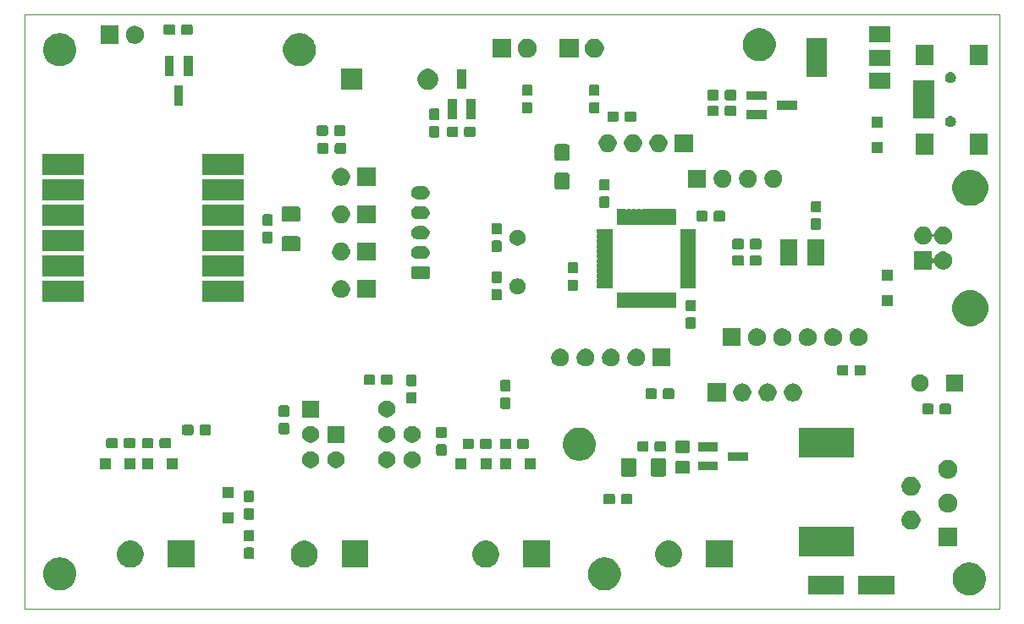
<source format=gbr>
G04 #@! TF.GenerationSoftware,KiCad,Pcbnew,5.1.5*
G04 #@! TF.CreationDate,2020-01-17T21:00:46+03:00*
G04 #@! TF.ProjectId,chrono,6368726f-6e6f-42e6-9b69-6361645f7063,rev?*
G04 #@! TF.SameCoordinates,Original*
G04 #@! TF.FileFunction,Soldermask,Top*
G04 #@! TF.FilePolarity,Negative*
%FSLAX46Y46*%
G04 Gerber Fmt 4.6, Leading zero omitted, Abs format (unit mm)*
G04 Created by KiCad (PCBNEW 5.1.5) date 2020-01-17 21:00:46*
%MOMM*%
%LPD*%
G04 APERTURE LIST*
%ADD10C,0.050000*%
%ADD11C,0.100000*%
G04 APERTURE END LIST*
D10*
X30000000Y-74000000D02*
X30000000Y-133500000D01*
X127500000Y-133500000D02*
X30000000Y-133500000D01*
X127500000Y-74000000D02*
X127500000Y-133500000D01*
X30000000Y-74000000D02*
X127500000Y-74000000D01*
D11*
G36*
X124875256Y-128891298D02*
G01*
X124981579Y-128912447D01*
X125282042Y-129036903D01*
X125552451Y-129217585D01*
X125782415Y-129447549D01*
X125782416Y-129447551D01*
X125963098Y-129717960D01*
X126087553Y-130018422D01*
X126151000Y-130337389D01*
X126151000Y-130662611D01*
X126108702Y-130875256D01*
X126087553Y-130981579D01*
X125963097Y-131282042D01*
X125782415Y-131552451D01*
X125552451Y-131782415D01*
X125282042Y-131963097D01*
X124981579Y-132087553D01*
X124875256Y-132108702D01*
X124662611Y-132151000D01*
X124337389Y-132151000D01*
X124124744Y-132108702D01*
X124018421Y-132087553D01*
X123717958Y-131963097D01*
X123447549Y-131782415D01*
X123217585Y-131552451D01*
X123036903Y-131282042D01*
X122912447Y-130981579D01*
X122891298Y-130875256D01*
X122849000Y-130662611D01*
X122849000Y-130337389D01*
X122912447Y-130018422D01*
X123036902Y-129717960D01*
X123217584Y-129447551D01*
X123217585Y-129447549D01*
X123447549Y-129217585D01*
X123717958Y-129036903D01*
X124018421Y-128912447D01*
X124124744Y-128891298D01*
X124337389Y-128849000D01*
X124662611Y-128849000D01*
X124875256Y-128891298D01*
G37*
G36*
X116990000Y-132078500D02*
G01*
X113388000Y-132078500D01*
X113388000Y-130176500D01*
X116990000Y-130176500D01*
X116990000Y-132078500D01*
G37*
G36*
X111990000Y-132078500D02*
G01*
X108388000Y-132078500D01*
X108388000Y-130176500D01*
X111990000Y-130176500D01*
X111990000Y-132078500D01*
G37*
G36*
X88336631Y-128383615D02*
G01*
X88481579Y-128412447D01*
X88782042Y-128536903D01*
X89052451Y-128717585D01*
X89282415Y-128947549D01*
X89463097Y-129217958D01*
X89558198Y-129447551D01*
X89587553Y-129518422D01*
X89627244Y-129717958D01*
X89651000Y-129837391D01*
X89651000Y-130162609D01*
X89587553Y-130481579D01*
X89463097Y-130782042D01*
X89282415Y-131052451D01*
X89052451Y-131282415D01*
X88782042Y-131463097D01*
X88481579Y-131587553D01*
X88375256Y-131608702D01*
X88162611Y-131651000D01*
X87837389Y-131651000D01*
X87624744Y-131608702D01*
X87518421Y-131587553D01*
X87217958Y-131463097D01*
X86947549Y-131282415D01*
X86717585Y-131052451D01*
X86536903Y-130782042D01*
X86412447Y-130481579D01*
X86349000Y-130162609D01*
X86349000Y-129837391D01*
X86372757Y-129717958D01*
X86412447Y-129518422D01*
X86441803Y-129447551D01*
X86536903Y-129217958D01*
X86717585Y-128947549D01*
X86947549Y-128717585D01*
X87217958Y-128536903D01*
X87518421Y-128412447D01*
X87663369Y-128383615D01*
X87837389Y-128349000D01*
X88162611Y-128349000D01*
X88336631Y-128383615D01*
G37*
G36*
X33836631Y-128383615D02*
G01*
X33981579Y-128412447D01*
X34282042Y-128536903D01*
X34552451Y-128717585D01*
X34782415Y-128947549D01*
X34963097Y-129217958D01*
X35058198Y-129447551D01*
X35087553Y-129518422D01*
X35127244Y-129717958D01*
X35151000Y-129837391D01*
X35151000Y-130162609D01*
X35087553Y-130481579D01*
X34963097Y-130782042D01*
X34782415Y-131052451D01*
X34552451Y-131282415D01*
X34282042Y-131463097D01*
X33981579Y-131587553D01*
X33875256Y-131608702D01*
X33662611Y-131651000D01*
X33337389Y-131651000D01*
X33124744Y-131608702D01*
X33018421Y-131587553D01*
X32717958Y-131463097D01*
X32447549Y-131282415D01*
X32217585Y-131052451D01*
X32036903Y-130782042D01*
X31912447Y-130481579D01*
X31849000Y-130162609D01*
X31849000Y-129837391D01*
X31872757Y-129717958D01*
X31912447Y-129518422D01*
X31941803Y-129447551D01*
X32036903Y-129217958D01*
X32217585Y-128947549D01*
X32447549Y-128717585D01*
X32717958Y-128536903D01*
X33018421Y-128412447D01*
X33163369Y-128383615D01*
X33337389Y-128349000D01*
X33662611Y-128349000D01*
X33836631Y-128383615D01*
G37*
G36*
X76530572Y-126716918D02*
G01*
X76737812Y-126802759D01*
X76776439Y-126818759D01*
X76887828Y-126893187D01*
X76973767Y-126950610D01*
X76997712Y-126966610D01*
X77185890Y-127154788D01*
X77318702Y-127353553D01*
X77333742Y-127376063D01*
X77435582Y-127621928D01*
X77487500Y-127882937D01*
X77487500Y-128149063D01*
X77435582Y-128410072D01*
X77340369Y-128639939D01*
X77333741Y-128655939D01*
X77185890Y-128877212D01*
X76997712Y-129065390D01*
X76776439Y-129213241D01*
X76776438Y-129213242D01*
X76776437Y-129213242D01*
X76530572Y-129315082D01*
X76269563Y-129367000D01*
X76003437Y-129367000D01*
X75742428Y-129315082D01*
X75496563Y-129213242D01*
X75496562Y-129213242D01*
X75496561Y-129213241D01*
X75275288Y-129065390D01*
X75087110Y-128877212D01*
X74939259Y-128655939D01*
X74932632Y-128639939D01*
X74837418Y-128410072D01*
X74785500Y-128149063D01*
X74785500Y-127882937D01*
X74837418Y-127621928D01*
X74939258Y-127376063D01*
X74954299Y-127353553D01*
X75087110Y-127154788D01*
X75275288Y-126966610D01*
X75299234Y-126950610D01*
X75385172Y-126893187D01*
X75496561Y-126818759D01*
X75535189Y-126802759D01*
X75742428Y-126716918D01*
X76003437Y-126665000D01*
X76269563Y-126665000D01*
X76530572Y-126716918D01*
G37*
G36*
X47007500Y-129367000D02*
G01*
X44305500Y-129367000D01*
X44305500Y-126665000D01*
X47007500Y-126665000D01*
X47007500Y-129367000D01*
G37*
G36*
X40970572Y-126716918D02*
G01*
X41177812Y-126802759D01*
X41216439Y-126818759D01*
X41327828Y-126893187D01*
X41413767Y-126950610D01*
X41437712Y-126966610D01*
X41625890Y-127154788D01*
X41758702Y-127353553D01*
X41773742Y-127376063D01*
X41875582Y-127621928D01*
X41927500Y-127882937D01*
X41927500Y-128149063D01*
X41875582Y-128410072D01*
X41780369Y-128639939D01*
X41773741Y-128655939D01*
X41625890Y-128877212D01*
X41437712Y-129065390D01*
X41216439Y-129213241D01*
X41216438Y-129213242D01*
X41216437Y-129213242D01*
X40970572Y-129315082D01*
X40709563Y-129367000D01*
X40443437Y-129367000D01*
X40182428Y-129315082D01*
X39936563Y-129213242D01*
X39936562Y-129213242D01*
X39936561Y-129213241D01*
X39715288Y-129065390D01*
X39527110Y-128877212D01*
X39379259Y-128655939D01*
X39372632Y-128639939D01*
X39277418Y-128410072D01*
X39225500Y-128149063D01*
X39225500Y-127882937D01*
X39277418Y-127621928D01*
X39379258Y-127376063D01*
X39394299Y-127353553D01*
X39527110Y-127154788D01*
X39715288Y-126966610D01*
X39739234Y-126950610D01*
X39825172Y-126893187D01*
X39936561Y-126818759D01*
X39975189Y-126802759D01*
X40182428Y-126716918D01*
X40443437Y-126665000D01*
X40709563Y-126665000D01*
X40970572Y-126716918D01*
G37*
G36*
X58369572Y-126716918D02*
G01*
X58576812Y-126802759D01*
X58615439Y-126818759D01*
X58726828Y-126893187D01*
X58812767Y-126950610D01*
X58836712Y-126966610D01*
X59024890Y-127154788D01*
X59157702Y-127353553D01*
X59172742Y-127376063D01*
X59274582Y-127621928D01*
X59326500Y-127882937D01*
X59326500Y-128149063D01*
X59274582Y-128410072D01*
X59179369Y-128639939D01*
X59172741Y-128655939D01*
X59024890Y-128877212D01*
X58836712Y-129065390D01*
X58615439Y-129213241D01*
X58615438Y-129213242D01*
X58615437Y-129213242D01*
X58369572Y-129315082D01*
X58108563Y-129367000D01*
X57842437Y-129367000D01*
X57581428Y-129315082D01*
X57335563Y-129213242D01*
X57335562Y-129213242D01*
X57335561Y-129213241D01*
X57114288Y-129065390D01*
X56926110Y-128877212D01*
X56778259Y-128655939D01*
X56771632Y-128639939D01*
X56676418Y-128410072D01*
X56624500Y-128149063D01*
X56624500Y-127882937D01*
X56676418Y-127621928D01*
X56778258Y-127376063D01*
X56793299Y-127353553D01*
X56926110Y-127154788D01*
X57114288Y-126966610D01*
X57138234Y-126950610D01*
X57224172Y-126893187D01*
X57335561Y-126818759D01*
X57374189Y-126802759D01*
X57581428Y-126716918D01*
X57842437Y-126665000D01*
X58108563Y-126665000D01*
X58369572Y-126716918D01*
G37*
G36*
X64406500Y-129367000D02*
G01*
X61704500Y-129367000D01*
X61704500Y-126665000D01*
X64406500Y-126665000D01*
X64406500Y-129367000D01*
G37*
G36*
X82567500Y-129367000D02*
G01*
X79865500Y-129367000D01*
X79865500Y-126665000D01*
X82567500Y-126665000D01*
X82567500Y-129367000D01*
G37*
G36*
X100859000Y-129351000D02*
G01*
X98157000Y-129351000D01*
X98157000Y-126649000D01*
X100859000Y-126649000D01*
X100859000Y-129351000D01*
G37*
G36*
X94822072Y-126700918D02*
G01*
X94858986Y-126716208D01*
X95067939Y-126802759D01*
X95179328Y-126877187D01*
X95289211Y-126950609D01*
X95477391Y-127138789D01*
X95625242Y-127360063D01*
X95727082Y-127605928D01*
X95779000Y-127866937D01*
X95779000Y-128133063D01*
X95727082Y-128394072D01*
X95625242Y-128639937D01*
X95477391Y-128861211D01*
X95289211Y-129049391D01*
X95265265Y-129065391D01*
X95067939Y-129197241D01*
X95067938Y-129197242D01*
X95067937Y-129197242D01*
X94822072Y-129299082D01*
X94561063Y-129351000D01*
X94294937Y-129351000D01*
X94033928Y-129299082D01*
X93788063Y-129197242D01*
X93788062Y-129197242D01*
X93788061Y-129197241D01*
X93590735Y-129065391D01*
X93566789Y-129049391D01*
X93378609Y-128861211D01*
X93230758Y-128639937D01*
X93128918Y-128394072D01*
X93077000Y-128133063D01*
X93077000Y-127866937D01*
X93128918Y-127605928D01*
X93230758Y-127360063D01*
X93378609Y-127138789D01*
X93566789Y-126950609D01*
X93676672Y-126877187D01*
X93788061Y-126802759D01*
X93997015Y-126716208D01*
X94033928Y-126700918D01*
X94294937Y-126649000D01*
X94561063Y-126649000D01*
X94822072Y-126700918D01*
G37*
G36*
X52815499Y-127352945D02*
G01*
X52852995Y-127364320D01*
X52887554Y-127382792D01*
X52917847Y-127407653D01*
X52942708Y-127437946D01*
X52961180Y-127472505D01*
X52972555Y-127510001D01*
X52977000Y-127555138D01*
X52977000Y-128293862D01*
X52972555Y-128338999D01*
X52961180Y-128376495D01*
X52942708Y-128411054D01*
X52917847Y-128441347D01*
X52887554Y-128466208D01*
X52852995Y-128484680D01*
X52815499Y-128496055D01*
X52770362Y-128500500D01*
X52131638Y-128500500D01*
X52086501Y-128496055D01*
X52049005Y-128484680D01*
X52014446Y-128466208D01*
X51984153Y-128441347D01*
X51959292Y-128411054D01*
X51940820Y-128376495D01*
X51929445Y-128338999D01*
X51925000Y-128293862D01*
X51925000Y-127555138D01*
X51929445Y-127510001D01*
X51940820Y-127472505D01*
X51959292Y-127437946D01*
X51984153Y-127407653D01*
X52014446Y-127382792D01*
X52049005Y-127364320D01*
X52086501Y-127352945D01*
X52131638Y-127348500D01*
X52770362Y-127348500D01*
X52815499Y-127352945D01*
G37*
G36*
X112923500Y-128247000D02*
G01*
X107421500Y-128247000D01*
X107421500Y-125245000D01*
X112923500Y-125245000D01*
X112923500Y-128247000D01*
G37*
G36*
X123315500Y-127252500D02*
G01*
X121413500Y-127252500D01*
X121413500Y-125350500D01*
X123315500Y-125350500D01*
X123315500Y-127252500D01*
G37*
G36*
X52815499Y-125602945D02*
G01*
X52852995Y-125614320D01*
X52887554Y-125632792D01*
X52917847Y-125657653D01*
X52942708Y-125687946D01*
X52961180Y-125722505D01*
X52972555Y-125760001D01*
X52977000Y-125805138D01*
X52977000Y-126543862D01*
X52972555Y-126588999D01*
X52961180Y-126626495D01*
X52942708Y-126661054D01*
X52917847Y-126691347D01*
X52887554Y-126716208D01*
X52852995Y-126734680D01*
X52815499Y-126746055D01*
X52770362Y-126750500D01*
X52131638Y-126750500D01*
X52086501Y-126746055D01*
X52049005Y-126734680D01*
X52014446Y-126716208D01*
X51984153Y-126691347D01*
X51959292Y-126661054D01*
X51940820Y-126626495D01*
X51929445Y-126588999D01*
X51925000Y-126543862D01*
X51925000Y-125805138D01*
X51929445Y-125760001D01*
X51940820Y-125722505D01*
X51959292Y-125687946D01*
X51984153Y-125657653D01*
X52014446Y-125632792D01*
X52049005Y-125614320D01*
X52086501Y-125602945D01*
X52131638Y-125598500D01*
X52770362Y-125598500D01*
X52815499Y-125602945D01*
G37*
G36*
X118941895Y-123687046D02*
G01*
X119114966Y-123758734D01*
X119114967Y-123758735D01*
X119270727Y-123862810D01*
X119403190Y-123995273D01*
X119403191Y-123995275D01*
X119507266Y-124151034D01*
X119578954Y-124324105D01*
X119615500Y-124507833D01*
X119615500Y-124695167D01*
X119578954Y-124878895D01*
X119507266Y-125051966D01*
X119507265Y-125051967D01*
X119403190Y-125207727D01*
X119270727Y-125340190D01*
X119255297Y-125350500D01*
X119114966Y-125444266D01*
X118941895Y-125515954D01*
X118758167Y-125552500D01*
X118570833Y-125552500D01*
X118387105Y-125515954D01*
X118214034Y-125444266D01*
X118073703Y-125350500D01*
X118058273Y-125340190D01*
X117925810Y-125207727D01*
X117821735Y-125051967D01*
X117821734Y-125051966D01*
X117750046Y-124878895D01*
X117713500Y-124695167D01*
X117713500Y-124507833D01*
X117750046Y-124324105D01*
X117821734Y-124151034D01*
X117925809Y-123995275D01*
X117925810Y-123995273D01*
X118058273Y-123862810D01*
X118214033Y-123758735D01*
X118214034Y-123758734D01*
X118387105Y-123687046D01*
X118570833Y-123650500D01*
X118758167Y-123650500D01*
X118941895Y-123687046D01*
G37*
G36*
X50906500Y-124907500D02*
G01*
X49804500Y-124907500D01*
X49804500Y-123805500D01*
X50906500Y-123805500D01*
X50906500Y-124907500D01*
G37*
G36*
X52815499Y-123415945D02*
G01*
X52852995Y-123427320D01*
X52887554Y-123445792D01*
X52917847Y-123470653D01*
X52942708Y-123500946D01*
X52961180Y-123535505D01*
X52972555Y-123573001D01*
X52977000Y-123618138D01*
X52977000Y-124356862D01*
X52972555Y-124401999D01*
X52961180Y-124439495D01*
X52942708Y-124474054D01*
X52917847Y-124504347D01*
X52887554Y-124529208D01*
X52852995Y-124547680D01*
X52815499Y-124559055D01*
X52770362Y-124563500D01*
X52131638Y-124563500D01*
X52086501Y-124559055D01*
X52049005Y-124547680D01*
X52014446Y-124529208D01*
X51984153Y-124504347D01*
X51959292Y-124474054D01*
X51940820Y-124439495D01*
X51929445Y-124401999D01*
X51925000Y-124356862D01*
X51925000Y-123618138D01*
X51929445Y-123573001D01*
X51940820Y-123535505D01*
X51959292Y-123500946D01*
X51984153Y-123470653D01*
X52014446Y-123445792D01*
X52049005Y-123427320D01*
X52086501Y-123415945D01*
X52131638Y-123411500D01*
X52770362Y-123411500D01*
X52815499Y-123415945D01*
G37*
G36*
X122641895Y-121987046D02*
G01*
X122814966Y-122058734D01*
X122814967Y-122058735D01*
X122970727Y-122162810D01*
X123103190Y-122295273D01*
X123103191Y-122295275D01*
X123207266Y-122451034D01*
X123278954Y-122624105D01*
X123315500Y-122807833D01*
X123315500Y-122995167D01*
X123278954Y-123178895D01*
X123207266Y-123351966D01*
X123164110Y-123416553D01*
X123103190Y-123507727D01*
X122970727Y-123640190D01*
X122955297Y-123650500D01*
X122814966Y-123744266D01*
X122641895Y-123815954D01*
X122458167Y-123852500D01*
X122270833Y-123852500D01*
X122087105Y-123815954D01*
X121914034Y-123744266D01*
X121773703Y-123650500D01*
X121758273Y-123640190D01*
X121625810Y-123507727D01*
X121564890Y-123416553D01*
X121521734Y-123351966D01*
X121450046Y-123178895D01*
X121413500Y-122995167D01*
X121413500Y-122807833D01*
X121450046Y-122624105D01*
X121521734Y-122451034D01*
X121625809Y-122295275D01*
X121625810Y-122295273D01*
X121758273Y-122162810D01*
X121914033Y-122058735D01*
X121914034Y-122058734D01*
X122087105Y-121987046D01*
X122270833Y-121950500D01*
X122458167Y-121950500D01*
X122641895Y-121987046D01*
G37*
G36*
X88897999Y-121969945D02*
G01*
X88935495Y-121981320D01*
X88970054Y-121999792D01*
X89000347Y-122024653D01*
X89025208Y-122054946D01*
X89043680Y-122089505D01*
X89055055Y-122127001D01*
X89059500Y-122172138D01*
X89059500Y-122810862D01*
X89055055Y-122855999D01*
X89043680Y-122893495D01*
X89025208Y-122928054D01*
X89000347Y-122958347D01*
X88970054Y-122983208D01*
X88935495Y-123001680D01*
X88897999Y-123013055D01*
X88852862Y-123017500D01*
X88114138Y-123017500D01*
X88069001Y-123013055D01*
X88031505Y-123001680D01*
X87996946Y-122983208D01*
X87966653Y-122958347D01*
X87941792Y-122928054D01*
X87923320Y-122893495D01*
X87911945Y-122855999D01*
X87907500Y-122810862D01*
X87907500Y-122172138D01*
X87911945Y-122127001D01*
X87923320Y-122089505D01*
X87941792Y-122054946D01*
X87966653Y-122024653D01*
X87996946Y-121999792D01*
X88031505Y-121981320D01*
X88069001Y-121969945D01*
X88114138Y-121965500D01*
X88852862Y-121965500D01*
X88897999Y-121969945D01*
G37*
G36*
X90647999Y-121969945D02*
G01*
X90685495Y-121981320D01*
X90720054Y-121999792D01*
X90750347Y-122024653D01*
X90775208Y-122054946D01*
X90793680Y-122089505D01*
X90805055Y-122127001D01*
X90809500Y-122172138D01*
X90809500Y-122810862D01*
X90805055Y-122855999D01*
X90793680Y-122893495D01*
X90775208Y-122928054D01*
X90750347Y-122958347D01*
X90720054Y-122983208D01*
X90685495Y-123001680D01*
X90647999Y-123013055D01*
X90602862Y-123017500D01*
X89864138Y-123017500D01*
X89819001Y-123013055D01*
X89781505Y-123001680D01*
X89746946Y-122983208D01*
X89716653Y-122958347D01*
X89691792Y-122928054D01*
X89673320Y-122893495D01*
X89661945Y-122855999D01*
X89657500Y-122810862D01*
X89657500Y-122172138D01*
X89661945Y-122127001D01*
X89673320Y-122089505D01*
X89691792Y-122054946D01*
X89716653Y-122024653D01*
X89746946Y-121999792D01*
X89781505Y-121981320D01*
X89819001Y-121969945D01*
X89864138Y-121965500D01*
X90602862Y-121965500D01*
X90647999Y-121969945D01*
G37*
G36*
X52815499Y-121665945D02*
G01*
X52852995Y-121677320D01*
X52887554Y-121695792D01*
X52917847Y-121720653D01*
X52942708Y-121750946D01*
X52961180Y-121785505D01*
X52972555Y-121823001D01*
X52977000Y-121868138D01*
X52977000Y-122606862D01*
X52972555Y-122651999D01*
X52961180Y-122689495D01*
X52942708Y-122724054D01*
X52917847Y-122754347D01*
X52887554Y-122779208D01*
X52852995Y-122797680D01*
X52815499Y-122809055D01*
X52770362Y-122813500D01*
X52131638Y-122813500D01*
X52086501Y-122809055D01*
X52049005Y-122797680D01*
X52014446Y-122779208D01*
X51984153Y-122754347D01*
X51959292Y-122724054D01*
X51940820Y-122689495D01*
X51929445Y-122651999D01*
X51925000Y-122606862D01*
X51925000Y-121868138D01*
X51929445Y-121823001D01*
X51940820Y-121785505D01*
X51959292Y-121750946D01*
X51984153Y-121720653D01*
X52014446Y-121695792D01*
X52049005Y-121677320D01*
X52086501Y-121665945D01*
X52131638Y-121661500D01*
X52770362Y-121661500D01*
X52815499Y-121665945D01*
G37*
G36*
X50906500Y-122407500D02*
G01*
X49804500Y-122407500D01*
X49804500Y-121305500D01*
X50906500Y-121305500D01*
X50906500Y-122407500D01*
G37*
G36*
X118941895Y-120287046D02*
G01*
X119114966Y-120358734D01*
X119114967Y-120358735D01*
X119270727Y-120462810D01*
X119403190Y-120595273D01*
X119403191Y-120595275D01*
X119507266Y-120751034D01*
X119578954Y-120924105D01*
X119615500Y-121107833D01*
X119615500Y-121295167D01*
X119578954Y-121478895D01*
X119507266Y-121651966D01*
X119477982Y-121695792D01*
X119403190Y-121807727D01*
X119270727Y-121940190D01*
X119200602Y-121987046D01*
X119114966Y-122044266D01*
X118941895Y-122115954D01*
X118758167Y-122152500D01*
X118570833Y-122152500D01*
X118387105Y-122115954D01*
X118214034Y-122044266D01*
X118128398Y-121987046D01*
X118058273Y-121940190D01*
X117925810Y-121807727D01*
X117851018Y-121695792D01*
X117821734Y-121651966D01*
X117750046Y-121478895D01*
X117713500Y-121295167D01*
X117713500Y-121107833D01*
X117750046Y-120924105D01*
X117821734Y-120751034D01*
X117925809Y-120595275D01*
X117925810Y-120595273D01*
X118058273Y-120462810D01*
X118214033Y-120358735D01*
X118214034Y-120358734D01*
X118387105Y-120287046D01*
X118570833Y-120250500D01*
X118758167Y-120250500D01*
X118941895Y-120287046D01*
G37*
G36*
X122641895Y-118587046D02*
G01*
X122814966Y-118658734D01*
X122862507Y-118690500D01*
X122970727Y-118762810D01*
X123103190Y-118895273D01*
X123112746Y-118909575D01*
X123207266Y-119051034D01*
X123278954Y-119224105D01*
X123315500Y-119407833D01*
X123315500Y-119595167D01*
X123278954Y-119778895D01*
X123207266Y-119951966D01*
X123207265Y-119951967D01*
X123103190Y-120107727D01*
X122970727Y-120240190D01*
X122955297Y-120250500D01*
X122814966Y-120344266D01*
X122641895Y-120415954D01*
X122458167Y-120452500D01*
X122270833Y-120452500D01*
X122087105Y-120415954D01*
X121914034Y-120344266D01*
X121773703Y-120250500D01*
X121758273Y-120240190D01*
X121625810Y-120107727D01*
X121521735Y-119951967D01*
X121521734Y-119951966D01*
X121450046Y-119778895D01*
X121413500Y-119595167D01*
X121413500Y-119407833D01*
X121450046Y-119224105D01*
X121521734Y-119051034D01*
X121616254Y-118909575D01*
X121625810Y-118895273D01*
X121758273Y-118762810D01*
X121866493Y-118690500D01*
X121914034Y-118658734D01*
X122087105Y-118587046D01*
X122270833Y-118550500D01*
X122458167Y-118550500D01*
X122641895Y-118587046D01*
G37*
G36*
X94008062Y-118394681D02*
G01*
X94042981Y-118405274D01*
X94075163Y-118422476D01*
X94103373Y-118445627D01*
X94126524Y-118473837D01*
X94143726Y-118506019D01*
X94154319Y-118540938D01*
X94158500Y-118583395D01*
X94158500Y-120049605D01*
X94154319Y-120092062D01*
X94143726Y-120126981D01*
X94126524Y-120159163D01*
X94103373Y-120187373D01*
X94075163Y-120210524D01*
X94042981Y-120227726D01*
X94008062Y-120238319D01*
X93965605Y-120242500D01*
X92824395Y-120242500D01*
X92781938Y-120238319D01*
X92747019Y-120227726D01*
X92714837Y-120210524D01*
X92686627Y-120187373D01*
X92663476Y-120159163D01*
X92646274Y-120126981D01*
X92635681Y-120092062D01*
X92631500Y-120049605D01*
X92631500Y-118583395D01*
X92635681Y-118540938D01*
X92646274Y-118506019D01*
X92663476Y-118473837D01*
X92686627Y-118445627D01*
X92714837Y-118422476D01*
X92747019Y-118405274D01*
X92781938Y-118394681D01*
X92824395Y-118390500D01*
X93965605Y-118390500D01*
X94008062Y-118394681D01*
G37*
G36*
X91033062Y-118394681D02*
G01*
X91067981Y-118405274D01*
X91100163Y-118422476D01*
X91128373Y-118445627D01*
X91151524Y-118473837D01*
X91168726Y-118506019D01*
X91179319Y-118540938D01*
X91183500Y-118583395D01*
X91183500Y-120049605D01*
X91179319Y-120092062D01*
X91168726Y-120126981D01*
X91151524Y-120159163D01*
X91128373Y-120187373D01*
X91100163Y-120210524D01*
X91067981Y-120227726D01*
X91033062Y-120238319D01*
X90990605Y-120242500D01*
X89849395Y-120242500D01*
X89806938Y-120238319D01*
X89772019Y-120227726D01*
X89739837Y-120210524D01*
X89711627Y-120187373D01*
X89688476Y-120159163D01*
X89671274Y-120126981D01*
X89660681Y-120092062D01*
X89656500Y-120049605D01*
X89656500Y-118583395D01*
X89660681Y-118540938D01*
X89671274Y-118506019D01*
X89688476Y-118473837D01*
X89711627Y-118445627D01*
X89739837Y-118422476D01*
X89772019Y-118405274D01*
X89806938Y-118394681D01*
X89849395Y-118390500D01*
X90990605Y-118390500D01*
X91033062Y-118394681D01*
G37*
G36*
X96410174Y-118694965D02*
G01*
X96447867Y-118706399D01*
X96482603Y-118724966D01*
X96513048Y-118749952D01*
X96538034Y-118780397D01*
X96556601Y-118815133D01*
X96568035Y-118852826D01*
X96572500Y-118898161D01*
X96572500Y-119734839D01*
X96568035Y-119780174D01*
X96556601Y-119817867D01*
X96538034Y-119852603D01*
X96513048Y-119883048D01*
X96482603Y-119908034D01*
X96447867Y-119926601D01*
X96410174Y-119938035D01*
X96364839Y-119942500D01*
X95278161Y-119942500D01*
X95232826Y-119938035D01*
X95195133Y-119926601D01*
X95160397Y-119908034D01*
X95129952Y-119883048D01*
X95104966Y-119852603D01*
X95086399Y-119817867D01*
X95074965Y-119780174D01*
X95070500Y-119734839D01*
X95070500Y-118898161D01*
X95074965Y-118852826D01*
X95086399Y-118815133D01*
X95104966Y-118780397D01*
X95129952Y-118749952D01*
X95160397Y-118724966D01*
X95195133Y-118706399D01*
X95232826Y-118694965D01*
X95278161Y-118690500D01*
X96364839Y-118690500D01*
X96410174Y-118694965D01*
G37*
G36*
X99347000Y-119638000D02*
G01*
X97345000Y-119638000D01*
X97345000Y-118736000D01*
X99347000Y-118736000D01*
X99347000Y-119638000D01*
G37*
G36*
X76687500Y-119550000D02*
G01*
X75585500Y-119550000D01*
X75585500Y-118448000D01*
X76687500Y-118448000D01*
X76687500Y-119550000D01*
G37*
G36*
X74187500Y-119550000D02*
G01*
X73085500Y-119550000D01*
X73085500Y-118448000D01*
X74187500Y-118448000D01*
X74187500Y-119550000D01*
G37*
G36*
X78656000Y-119550000D02*
G01*
X77554000Y-119550000D01*
X77554000Y-118448000D01*
X78656000Y-118448000D01*
X78656000Y-119550000D01*
G37*
G36*
X81156000Y-119550000D02*
G01*
X80054000Y-119550000D01*
X80054000Y-118448000D01*
X81156000Y-118448000D01*
X81156000Y-119550000D01*
G37*
G36*
X38587500Y-119550000D02*
G01*
X37485500Y-119550000D01*
X37485500Y-118448000D01*
X38587500Y-118448000D01*
X38587500Y-119550000D01*
G37*
G36*
X42842000Y-119550000D02*
G01*
X41740000Y-119550000D01*
X41740000Y-118448000D01*
X42842000Y-118448000D01*
X42842000Y-119550000D01*
G37*
G36*
X45342000Y-119550000D02*
G01*
X44240000Y-119550000D01*
X44240000Y-118448000D01*
X45342000Y-118448000D01*
X45342000Y-119550000D01*
G37*
G36*
X41087500Y-119550000D02*
G01*
X39985500Y-119550000D01*
X39985500Y-118448000D01*
X41087500Y-118448000D01*
X41087500Y-119550000D01*
G37*
G36*
X58858728Y-117736203D02*
G01*
X59013600Y-117800353D01*
X59152981Y-117893485D01*
X59271515Y-118012019D01*
X59364647Y-118151400D01*
X59428797Y-118306272D01*
X59461500Y-118470684D01*
X59461500Y-118638316D01*
X59428797Y-118802728D01*
X59364647Y-118957600D01*
X59271515Y-119096981D01*
X59152981Y-119215515D01*
X59013600Y-119308647D01*
X58858728Y-119372797D01*
X58694316Y-119405500D01*
X58526684Y-119405500D01*
X58362272Y-119372797D01*
X58207400Y-119308647D01*
X58068019Y-119215515D01*
X57949485Y-119096981D01*
X57856353Y-118957600D01*
X57792203Y-118802728D01*
X57759500Y-118638316D01*
X57759500Y-118470684D01*
X57792203Y-118306272D01*
X57856353Y-118151400D01*
X57949485Y-118012019D01*
X58068019Y-117893485D01*
X58207400Y-117800353D01*
X58362272Y-117736203D01*
X58526684Y-117703500D01*
X58694316Y-117703500D01*
X58858728Y-117736203D01*
G37*
G36*
X61398728Y-117736203D02*
G01*
X61553600Y-117800353D01*
X61692981Y-117893485D01*
X61811515Y-118012019D01*
X61904647Y-118151400D01*
X61968797Y-118306272D01*
X62001500Y-118470684D01*
X62001500Y-118638316D01*
X61968797Y-118802728D01*
X61904647Y-118957600D01*
X61811515Y-119096981D01*
X61692981Y-119215515D01*
X61553600Y-119308647D01*
X61398728Y-119372797D01*
X61234316Y-119405500D01*
X61066684Y-119405500D01*
X60902272Y-119372797D01*
X60747400Y-119308647D01*
X60608019Y-119215515D01*
X60489485Y-119096981D01*
X60396353Y-118957600D01*
X60332203Y-118802728D01*
X60299500Y-118638316D01*
X60299500Y-118470684D01*
X60332203Y-118306272D01*
X60396353Y-118151400D01*
X60489485Y-118012019D01*
X60608019Y-117893485D01*
X60747400Y-117800353D01*
X60902272Y-117736203D01*
X61066684Y-117703500D01*
X61234316Y-117703500D01*
X61398728Y-117736203D01*
G37*
G36*
X69018728Y-117736203D02*
G01*
X69173600Y-117800353D01*
X69312981Y-117893485D01*
X69431515Y-118012019D01*
X69524647Y-118151400D01*
X69588797Y-118306272D01*
X69621500Y-118470684D01*
X69621500Y-118638316D01*
X69588797Y-118802728D01*
X69524647Y-118957600D01*
X69431515Y-119096981D01*
X69312981Y-119215515D01*
X69173600Y-119308647D01*
X69018728Y-119372797D01*
X68854316Y-119405500D01*
X68686684Y-119405500D01*
X68522272Y-119372797D01*
X68367400Y-119308647D01*
X68228019Y-119215515D01*
X68109485Y-119096981D01*
X68016353Y-118957600D01*
X67952203Y-118802728D01*
X67919500Y-118638316D01*
X67919500Y-118470684D01*
X67952203Y-118306272D01*
X68016353Y-118151400D01*
X68109485Y-118012019D01*
X68228019Y-117893485D01*
X68367400Y-117800353D01*
X68522272Y-117736203D01*
X68686684Y-117703500D01*
X68854316Y-117703500D01*
X69018728Y-117736203D01*
G37*
G36*
X66478728Y-117736203D02*
G01*
X66633600Y-117800353D01*
X66772981Y-117893485D01*
X66891515Y-118012019D01*
X66984647Y-118151400D01*
X67048797Y-118306272D01*
X67081500Y-118470684D01*
X67081500Y-118638316D01*
X67048797Y-118802728D01*
X66984647Y-118957600D01*
X66891515Y-119096981D01*
X66772981Y-119215515D01*
X66633600Y-119308647D01*
X66478728Y-119372797D01*
X66314316Y-119405500D01*
X66146684Y-119405500D01*
X65982272Y-119372797D01*
X65827400Y-119308647D01*
X65688019Y-119215515D01*
X65569485Y-119096981D01*
X65476353Y-118957600D01*
X65412203Y-118802728D01*
X65379500Y-118638316D01*
X65379500Y-118470684D01*
X65412203Y-118306272D01*
X65476353Y-118151400D01*
X65569485Y-118012019D01*
X65688019Y-117893485D01*
X65827400Y-117800353D01*
X65982272Y-117736203D01*
X66146684Y-117703500D01*
X66314316Y-117703500D01*
X66478728Y-117736203D01*
G37*
G36*
X102347000Y-118688000D02*
G01*
X100345000Y-118688000D01*
X100345000Y-117786000D01*
X102347000Y-117786000D01*
X102347000Y-118688000D01*
G37*
G36*
X85875256Y-115391298D02*
G01*
X85981579Y-115412447D01*
X86282042Y-115536903D01*
X86552451Y-115717585D01*
X86782415Y-115947549D01*
X86909002Y-116137000D01*
X86963098Y-116217960D01*
X86981641Y-116262728D01*
X87087553Y-116518421D01*
X87104447Y-116603354D01*
X87151000Y-116837389D01*
X87151000Y-117162611D01*
X87130037Y-117267999D01*
X87087553Y-117481579D01*
X87026027Y-117630115D01*
X86968969Y-117767867D01*
X86963097Y-117782042D01*
X86782415Y-118052451D01*
X86552451Y-118282415D01*
X86282042Y-118463097D01*
X86282041Y-118463098D01*
X86282040Y-118463098D01*
X86194037Y-118499550D01*
X85981579Y-118587553D01*
X85888181Y-118606131D01*
X85662611Y-118651000D01*
X85337389Y-118651000D01*
X85111819Y-118606131D01*
X85018421Y-118587553D01*
X84805963Y-118499550D01*
X84717960Y-118463098D01*
X84717959Y-118463098D01*
X84717958Y-118463097D01*
X84447549Y-118282415D01*
X84217585Y-118052451D01*
X84036903Y-117782042D01*
X84031032Y-117767867D01*
X83973973Y-117630115D01*
X83912447Y-117481579D01*
X83869963Y-117267999D01*
X83849000Y-117162611D01*
X83849000Y-116837389D01*
X83895553Y-116603354D01*
X83912447Y-116518421D01*
X84018359Y-116262728D01*
X84036902Y-116217960D01*
X84090998Y-116137000D01*
X84217585Y-115947549D01*
X84447549Y-115717585D01*
X84717958Y-115536903D01*
X85018421Y-115412447D01*
X85124744Y-115391298D01*
X85337389Y-115349000D01*
X85662611Y-115349000D01*
X85875256Y-115391298D01*
G37*
G36*
X112923500Y-118347000D02*
G01*
X107421500Y-118347000D01*
X107421500Y-115345000D01*
X112923500Y-115345000D01*
X112923500Y-118347000D01*
G37*
G36*
X72055999Y-117002445D02*
G01*
X72093495Y-117013820D01*
X72128054Y-117032292D01*
X72158347Y-117057153D01*
X72183208Y-117087446D01*
X72201680Y-117122005D01*
X72213055Y-117159501D01*
X72217500Y-117204638D01*
X72217500Y-117943362D01*
X72213055Y-117988499D01*
X72201680Y-118025995D01*
X72183208Y-118060554D01*
X72158347Y-118090847D01*
X72128054Y-118115708D01*
X72093495Y-118134180D01*
X72055999Y-118145555D01*
X72010862Y-118150000D01*
X71372138Y-118150000D01*
X71327001Y-118145555D01*
X71289505Y-118134180D01*
X71254946Y-118115708D01*
X71224653Y-118090847D01*
X71199792Y-118060554D01*
X71181320Y-118025995D01*
X71169945Y-117988499D01*
X71165500Y-117943362D01*
X71165500Y-117204638D01*
X71169945Y-117159501D01*
X71181320Y-117122005D01*
X71199792Y-117087446D01*
X71224653Y-117057153D01*
X71254946Y-117032292D01*
X71289505Y-117013820D01*
X71327001Y-117002445D01*
X71372138Y-116998000D01*
X72010862Y-116998000D01*
X72055999Y-117002445D01*
G37*
G36*
X96410174Y-116644965D02*
G01*
X96447867Y-116656399D01*
X96482603Y-116674966D01*
X96513048Y-116699952D01*
X96538034Y-116730397D01*
X96556601Y-116765133D01*
X96568035Y-116802826D01*
X96572500Y-116848161D01*
X96572500Y-117684839D01*
X96568035Y-117730174D01*
X96556601Y-117767867D01*
X96538034Y-117802603D01*
X96513048Y-117833048D01*
X96482603Y-117858034D01*
X96447867Y-117876601D01*
X96410174Y-117888035D01*
X96364839Y-117892500D01*
X95278161Y-117892500D01*
X95232826Y-117888035D01*
X95195133Y-117876601D01*
X95160397Y-117858034D01*
X95129952Y-117833048D01*
X95104966Y-117802603D01*
X95086399Y-117767867D01*
X95074965Y-117730174D01*
X95070500Y-117684839D01*
X95070500Y-116848161D01*
X95074965Y-116802826D01*
X95086399Y-116765133D01*
X95104966Y-116730397D01*
X95129952Y-116699952D01*
X95160397Y-116674966D01*
X95195133Y-116656399D01*
X95232826Y-116644965D01*
X95278161Y-116640500D01*
X96364839Y-116640500D01*
X96410174Y-116644965D01*
G37*
G36*
X92263499Y-116699445D02*
G01*
X92300995Y-116710820D01*
X92335554Y-116729292D01*
X92365847Y-116754153D01*
X92390708Y-116784446D01*
X92409180Y-116819005D01*
X92420555Y-116856501D01*
X92425000Y-116901638D01*
X92425000Y-117540362D01*
X92420555Y-117585499D01*
X92409180Y-117622995D01*
X92390708Y-117657554D01*
X92365847Y-117687847D01*
X92335554Y-117712708D01*
X92300995Y-117731180D01*
X92263499Y-117742555D01*
X92218362Y-117747000D01*
X91479638Y-117747000D01*
X91434501Y-117742555D01*
X91397005Y-117731180D01*
X91362446Y-117712708D01*
X91332153Y-117687847D01*
X91307292Y-117657554D01*
X91288820Y-117622995D01*
X91277445Y-117585499D01*
X91273000Y-117540362D01*
X91273000Y-116901638D01*
X91277445Y-116856501D01*
X91288820Y-116819005D01*
X91307292Y-116784446D01*
X91332153Y-116754153D01*
X91362446Y-116729292D01*
X91397005Y-116710820D01*
X91434501Y-116699445D01*
X91479638Y-116695000D01*
X92218362Y-116695000D01*
X92263499Y-116699445D01*
G37*
G36*
X94013499Y-116699445D02*
G01*
X94050995Y-116710820D01*
X94085554Y-116729292D01*
X94115847Y-116754153D01*
X94140708Y-116784446D01*
X94159180Y-116819005D01*
X94170555Y-116856501D01*
X94175000Y-116901638D01*
X94175000Y-117540362D01*
X94170555Y-117585499D01*
X94159180Y-117622995D01*
X94140708Y-117657554D01*
X94115847Y-117687847D01*
X94085554Y-117712708D01*
X94050995Y-117731180D01*
X94013499Y-117742555D01*
X93968362Y-117747000D01*
X93229638Y-117747000D01*
X93184501Y-117742555D01*
X93147005Y-117731180D01*
X93112446Y-117712708D01*
X93082153Y-117687847D01*
X93057292Y-117657554D01*
X93038820Y-117622995D01*
X93027445Y-117585499D01*
X93023000Y-117540362D01*
X93023000Y-116901638D01*
X93027445Y-116856501D01*
X93038820Y-116819005D01*
X93057292Y-116784446D01*
X93082153Y-116754153D01*
X93112446Y-116729292D01*
X93147005Y-116710820D01*
X93184501Y-116699445D01*
X93229638Y-116695000D01*
X93968362Y-116695000D01*
X94013499Y-116699445D01*
G37*
G36*
X99347000Y-117738000D02*
G01*
X97345000Y-117738000D01*
X97345000Y-116836000D01*
X99347000Y-116836000D01*
X99347000Y-117738000D01*
G37*
G36*
X74800999Y-116445445D02*
G01*
X74838495Y-116456820D01*
X74873054Y-116475292D01*
X74903347Y-116500153D01*
X74928208Y-116530446D01*
X74946680Y-116565005D01*
X74958055Y-116602501D01*
X74962500Y-116647638D01*
X74962500Y-117286362D01*
X74958055Y-117331499D01*
X74946680Y-117368995D01*
X74928208Y-117403554D01*
X74903347Y-117433847D01*
X74873054Y-117458708D01*
X74838495Y-117477180D01*
X74800999Y-117488555D01*
X74755862Y-117493000D01*
X74017138Y-117493000D01*
X73972001Y-117488555D01*
X73934505Y-117477180D01*
X73899946Y-117458708D01*
X73869653Y-117433847D01*
X73844792Y-117403554D01*
X73826320Y-117368995D01*
X73814945Y-117331499D01*
X73810500Y-117286362D01*
X73810500Y-116647638D01*
X73814945Y-116602501D01*
X73826320Y-116565005D01*
X73844792Y-116530446D01*
X73869653Y-116500153D01*
X73899946Y-116475292D01*
X73934505Y-116456820D01*
X73972001Y-116445445D01*
X74017138Y-116441000D01*
X74755862Y-116441000D01*
X74800999Y-116445445D01*
G37*
G36*
X80283499Y-116445445D02*
G01*
X80320995Y-116456820D01*
X80355554Y-116475292D01*
X80385847Y-116500153D01*
X80410708Y-116530446D01*
X80429180Y-116565005D01*
X80440555Y-116602501D01*
X80445000Y-116647638D01*
X80445000Y-117286362D01*
X80440555Y-117331499D01*
X80429180Y-117368995D01*
X80410708Y-117403554D01*
X80385847Y-117433847D01*
X80355554Y-117458708D01*
X80320995Y-117477180D01*
X80283499Y-117488555D01*
X80238362Y-117493000D01*
X79499638Y-117493000D01*
X79454501Y-117488555D01*
X79417005Y-117477180D01*
X79382446Y-117458708D01*
X79352153Y-117433847D01*
X79327292Y-117403554D01*
X79308820Y-117368995D01*
X79297445Y-117331499D01*
X79293000Y-117286362D01*
X79293000Y-116647638D01*
X79297445Y-116602501D01*
X79308820Y-116565005D01*
X79327292Y-116530446D01*
X79352153Y-116500153D01*
X79382446Y-116475292D01*
X79417005Y-116456820D01*
X79454501Y-116445445D01*
X79499638Y-116441000D01*
X80238362Y-116441000D01*
X80283499Y-116445445D01*
G37*
G36*
X76550999Y-116445445D02*
G01*
X76588495Y-116456820D01*
X76623054Y-116475292D01*
X76653347Y-116500153D01*
X76678208Y-116530446D01*
X76696680Y-116565005D01*
X76708055Y-116602501D01*
X76712500Y-116647638D01*
X76712500Y-117286362D01*
X76708055Y-117331499D01*
X76696680Y-117368995D01*
X76678208Y-117403554D01*
X76653347Y-117433847D01*
X76623054Y-117458708D01*
X76588495Y-117477180D01*
X76550999Y-117488555D01*
X76505862Y-117493000D01*
X75767138Y-117493000D01*
X75722001Y-117488555D01*
X75684505Y-117477180D01*
X75649946Y-117458708D01*
X75619653Y-117433847D01*
X75594792Y-117403554D01*
X75576320Y-117368995D01*
X75564945Y-117331499D01*
X75560500Y-117286362D01*
X75560500Y-116647638D01*
X75564945Y-116602501D01*
X75576320Y-116565005D01*
X75594792Y-116530446D01*
X75619653Y-116500153D01*
X75649946Y-116475292D01*
X75684505Y-116456820D01*
X75722001Y-116445445D01*
X75767138Y-116441000D01*
X76505862Y-116441000D01*
X76550999Y-116445445D01*
G37*
G36*
X78533499Y-116445445D02*
G01*
X78570995Y-116456820D01*
X78605554Y-116475292D01*
X78635847Y-116500153D01*
X78660708Y-116530446D01*
X78679180Y-116565005D01*
X78690555Y-116602501D01*
X78695000Y-116647638D01*
X78695000Y-117286362D01*
X78690555Y-117331499D01*
X78679180Y-117368995D01*
X78660708Y-117403554D01*
X78635847Y-117433847D01*
X78605554Y-117458708D01*
X78570995Y-117477180D01*
X78533499Y-117488555D01*
X78488362Y-117493000D01*
X77749638Y-117493000D01*
X77704501Y-117488555D01*
X77667005Y-117477180D01*
X77632446Y-117458708D01*
X77602153Y-117433847D01*
X77577292Y-117403554D01*
X77558820Y-117368995D01*
X77547445Y-117331499D01*
X77543000Y-117286362D01*
X77543000Y-116647638D01*
X77547445Y-116602501D01*
X77558820Y-116565005D01*
X77577292Y-116530446D01*
X77602153Y-116500153D01*
X77632446Y-116475292D01*
X77667005Y-116456820D01*
X77704501Y-116445445D01*
X77749638Y-116441000D01*
X78488362Y-116441000D01*
X78533499Y-116445445D01*
G37*
G36*
X44483499Y-116381945D02*
G01*
X44520995Y-116393320D01*
X44555554Y-116411792D01*
X44585847Y-116436653D01*
X44610708Y-116466946D01*
X44629180Y-116501505D01*
X44640555Y-116539001D01*
X44645000Y-116584138D01*
X44645000Y-117222862D01*
X44640555Y-117267999D01*
X44629180Y-117305495D01*
X44610708Y-117340054D01*
X44585847Y-117370347D01*
X44555554Y-117395208D01*
X44520995Y-117413680D01*
X44483499Y-117425055D01*
X44438362Y-117429500D01*
X43699638Y-117429500D01*
X43654501Y-117425055D01*
X43617005Y-117413680D01*
X43582446Y-117395208D01*
X43552153Y-117370347D01*
X43527292Y-117340054D01*
X43508820Y-117305495D01*
X43497445Y-117267999D01*
X43493000Y-117222862D01*
X43493000Y-116584138D01*
X43497445Y-116539001D01*
X43508820Y-116501505D01*
X43527292Y-116466946D01*
X43552153Y-116436653D01*
X43582446Y-116411792D01*
X43617005Y-116393320D01*
X43654501Y-116381945D01*
X43699638Y-116377500D01*
X44438362Y-116377500D01*
X44483499Y-116381945D01*
G37*
G36*
X40899499Y-116381945D02*
G01*
X40936995Y-116393320D01*
X40971554Y-116411792D01*
X41001847Y-116436653D01*
X41026708Y-116466946D01*
X41045180Y-116501505D01*
X41056555Y-116539001D01*
X41061000Y-116584138D01*
X41061000Y-117222862D01*
X41056555Y-117267999D01*
X41045180Y-117305495D01*
X41026708Y-117340054D01*
X41001847Y-117370347D01*
X40971554Y-117395208D01*
X40936995Y-117413680D01*
X40899499Y-117425055D01*
X40854362Y-117429500D01*
X40115638Y-117429500D01*
X40070501Y-117425055D01*
X40033005Y-117413680D01*
X39998446Y-117395208D01*
X39968153Y-117370347D01*
X39943292Y-117340054D01*
X39924820Y-117305495D01*
X39913445Y-117267999D01*
X39909000Y-117222862D01*
X39909000Y-116584138D01*
X39913445Y-116539001D01*
X39924820Y-116501505D01*
X39943292Y-116466946D01*
X39968153Y-116436653D01*
X39998446Y-116411792D01*
X40033005Y-116393320D01*
X40070501Y-116381945D01*
X40115638Y-116377500D01*
X40854362Y-116377500D01*
X40899499Y-116381945D01*
G37*
G36*
X42733499Y-116381945D02*
G01*
X42770995Y-116393320D01*
X42805554Y-116411792D01*
X42835847Y-116436653D01*
X42860708Y-116466946D01*
X42879180Y-116501505D01*
X42890555Y-116539001D01*
X42895000Y-116584138D01*
X42895000Y-117222862D01*
X42890555Y-117267999D01*
X42879180Y-117305495D01*
X42860708Y-117340054D01*
X42835847Y-117370347D01*
X42805554Y-117395208D01*
X42770995Y-117413680D01*
X42733499Y-117425055D01*
X42688362Y-117429500D01*
X41949638Y-117429500D01*
X41904501Y-117425055D01*
X41867005Y-117413680D01*
X41832446Y-117395208D01*
X41802153Y-117370347D01*
X41777292Y-117340054D01*
X41758820Y-117305495D01*
X41747445Y-117267999D01*
X41743000Y-117222862D01*
X41743000Y-116584138D01*
X41747445Y-116539001D01*
X41758820Y-116501505D01*
X41777292Y-116466946D01*
X41802153Y-116436653D01*
X41832446Y-116411792D01*
X41867005Y-116393320D01*
X41904501Y-116381945D01*
X41949638Y-116377500D01*
X42688362Y-116377500D01*
X42733499Y-116381945D01*
G37*
G36*
X39149499Y-116381945D02*
G01*
X39186995Y-116393320D01*
X39221554Y-116411792D01*
X39251847Y-116436653D01*
X39276708Y-116466946D01*
X39295180Y-116501505D01*
X39306555Y-116539001D01*
X39311000Y-116584138D01*
X39311000Y-117222862D01*
X39306555Y-117267999D01*
X39295180Y-117305495D01*
X39276708Y-117340054D01*
X39251847Y-117370347D01*
X39221554Y-117395208D01*
X39186995Y-117413680D01*
X39149499Y-117425055D01*
X39104362Y-117429500D01*
X38365638Y-117429500D01*
X38320501Y-117425055D01*
X38283005Y-117413680D01*
X38248446Y-117395208D01*
X38218153Y-117370347D01*
X38193292Y-117340054D01*
X38174820Y-117305495D01*
X38163445Y-117267999D01*
X38159000Y-117222862D01*
X38159000Y-116584138D01*
X38163445Y-116539001D01*
X38174820Y-116501505D01*
X38193292Y-116466946D01*
X38218153Y-116436653D01*
X38248446Y-116411792D01*
X38283005Y-116393320D01*
X38320501Y-116381945D01*
X38365638Y-116377500D01*
X39104362Y-116377500D01*
X39149499Y-116381945D01*
G37*
G36*
X62001500Y-116865500D02*
G01*
X60299500Y-116865500D01*
X60299500Y-115163500D01*
X62001500Y-115163500D01*
X62001500Y-116865500D01*
G37*
G36*
X58858728Y-115196203D02*
G01*
X59013600Y-115260353D01*
X59152981Y-115353485D01*
X59271515Y-115472019D01*
X59364647Y-115611400D01*
X59428797Y-115766272D01*
X59461500Y-115930684D01*
X59461500Y-116098316D01*
X59428797Y-116262728D01*
X59364647Y-116417600D01*
X59271515Y-116556981D01*
X59152981Y-116675515D01*
X59013600Y-116768647D01*
X58858728Y-116832797D01*
X58694316Y-116865500D01*
X58526684Y-116865500D01*
X58362272Y-116832797D01*
X58207400Y-116768647D01*
X58068019Y-116675515D01*
X57949485Y-116556981D01*
X57856353Y-116417600D01*
X57792203Y-116262728D01*
X57759500Y-116098316D01*
X57759500Y-115930684D01*
X57792203Y-115766272D01*
X57856353Y-115611400D01*
X57949485Y-115472019D01*
X58068019Y-115353485D01*
X58207400Y-115260353D01*
X58362272Y-115196203D01*
X58526684Y-115163500D01*
X58694316Y-115163500D01*
X58858728Y-115196203D01*
G37*
G36*
X66478728Y-115196203D02*
G01*
X66633600Y-115260353D01*
X66772981Y-115353485D01*
X66891515Y-115472019D01*
X66984647Y-115611400D01*
X67048797Y-115766272D01*
X67081500Y-115930684D01*
X67081500Y-116098316D01*
X67048797Y-116262728D01*
X66984647Y-116417600D01*
X66891515Y-116556981D01*
X66772981Y-116675515D01*
X66633600Y-116768647D01*
X66478728Y-116832797D01*
X66314316Y-116865500D01*
X66146684Y-116865500D01*
X65982272Y-116832797D01*
X65827400Y-116768647D01*
X65688019Y-116675515D01*
X65569485Y-116556981D01*
X65476353Y-116417600D01*
X65412203Y-116262728D01*
X65379500Y-116098316D01*
X65379500Y-115930684D01*
X65412203Y-115766272D01*
X65476353Y-115611400D01*
X65569485Y-115472019D01*
X65688019Y-115353485D01*
X65827400Y-115260353D01*
X65982272Y-115196203D01*
X66146684Y-115163500D01*
X66314316Y-115163500D01*
X66478728Y-115196203D01*
G37*
G36*
X69018728Y-115196203D02*
G01*
X69173600Y-115260353D01*
X69312981Y-115353485D01*
X69431515Y-115472019D01*
X69524647Y-115611400D01*
X69588797Y-115766272D01*
X69621500Y-115930684D01*
X69621500Y-116098316D01*
X69588797Y-116262728D01*
X69524647Y-116417600D01*
X69431515Y-116556981D01*
X69312981Y-116675515D01*
X69173600Y-116768647D01*
X69018728Y-116832797D01*
X68854316Y-116865500D01*
X68686684Y-116865500D01*
X68522272Y-116832797D01*
X68367400Y-116768647D01*
X68228019Y-116675515D01*
X68109485Y-116556981D01*
X68016353Y-116417600D01*
X67952203Y-116262728D01*
X67919500Y-116098316D01*
X67919500Y-115930684D01*
X67952203Y-115766272D01*
X68016353Y-115611400D01*
X68109485Y-115472019D01*
X68228019Y-115353485D01*
X68367400Y-115260353D01*
X68522272Y-115196203D01*
X68686684Y-115163500D01*
X68854316Y-115163500D01*
X69018728Y-115196203D01*
G37*
G36*
X72055999Y-115252445D02*
G01*
X72093495Y-115263820D01*
X72128054Y-115282292D01*
X72158347Y-115307153D01*
X72183208Y-115337446D01*
X72201680Y-115372005D01*
X72213055Y-115409501D01*
X72217500Y-115454638D01*
X72217500Y-116193362D01*
X72213055Y-116238499D01*
X72201680Y-116275995D01*
X72183208Y-116310554D01*
X72158347Y-116340847D01*
X72128054Y-116365708D01*
X72093495Y-116384180D01*
X72055999Y-116395555D01*
X72010862Y-116400000D01*
X71372138Y-116400000D01*
X71327001Y-116395555D01*
X71289505Y-116384180D01*
X71254946Y-116365708D01*
X71224653Y-116340847D01*
X71199792Y-116310554D01*
X71181320Y-116275995D01*
X71169945Y-116238499D01*
X71165500Y-116193362D01*
X71165500Y-115454638D01*
X71169945Y-115409501D01*
X71181320Y-115372005D01*
X71199792Y-115337446D01*
X71224653Y-115307153D01*
X71254946Y-115282292D01*
X71289505Y-115263820D01*
X71327001Y-115252445D01*
X71372138Y-115248000D01*
X72010862Y-115248000D01*
X72055999Y-115252445D01*
G37*
G36*
X48483999Y-115048445D02*
G01*
X48521495Y-115059820D01*
X48556054Y-115078292D01*
X48586347Y-115103153D01*
X48611208Y-115133446D01*
X48629680Y-115168005D01*
X48641055Y-115205501D01*
X48645500Y-115250638D01*
X48645500Y-115889362D01*
X48641055Y-115934499D01*
X48629680Y-115971995D01*
X48611208Y-116006554D01*
X48586347Y-116036847D01*
X48556054Y-116061708D01*
X48521495Y-116080180D01*
X48483999Y-116091555D01*
X48438862Y-116096000D01*
X47700138Y-116096000D01*
X47655001Y-116091555D01*
X47617505Y-116080180D01*
X47582946Y-116061708D01*
X47552653Y-116036847D01*
X47527792Y-116006554D01*
X47509320Y-115971995D01*
X47497945Y-115934499D01*
X47493500Y-115889362D01*
X47493500Y-115250638D01*
X47497945Y-115205501D01*
X47509320Y-115168005D01*
X47527792Y-115133446D01*
X47552653Y-115103153D01*
X47582946Y-115078292D01*
X47617505Y-115059820D01*
X47655001Y-115048445D01*
X47700138Y-115044000D01*
X48438862Y-115044000D01*
X48483999Y-115048445D01*
G37*
G36*
X46733999Y-115048445D02*
G01*
X46771495Y-115059820D01*
X46806054Y-115078292D01*
X46836347Y-115103153D01*
X46861208Y-115133446D01*
X46879680Y-115168005D01*
X46891055Y-115205501D01*
X46895500Y-115250638D01*
X46895500Y-115889362D01*
X46891055Y-115934499D01*
X46879680Y-115971995D01*
X46861208Y-116006554D01*
X46836347Y-116036847D01*
X46806054Y-116061708D01*
X46771495Y-116080180D01*
X46733999Y-116091555D01*
X46688862Y-116096000D01*
X45950138Y-116096000D01*
X45905001Y-116091555D01*
X45867505Y-116080180D01*
X45832946Y-116061708D01*
X45802653Y-116036847D01*
X45777792Y-116006554D01*
X45759320Y-115971995D01*
X45747945Y-115934499D01*
X45743500Y-115889362D01*
X45743500Y-115250638D01*
X45747945Y-115205501D01*
X45759320Y-115168005D01*
X45777792Y-115133446D01*
X45802653Y-115103153D01*
X45832946Y-115078292D01*
X45867505Y-115059820D01*
X45905001Y-115048445D01*
X45950138Y-115044000D01*
X46688862Y-115044000D01*
X46733999Y-115048445D01*
G37*
G36*
X56307999Y-114871445D02*
G01*
X56345495Y-114882820D01*
X56380054Y-114901292D01*
X56410347Y-114926153D01*
X56435208Y-114956446D01*
X56453680Y-114991005D01*
X56465055Y-115028501D01*
X56469500Y-115073638D01*
X56469500Y-115812362D01*
X56465055Y-115857499D01*
X56453680Y-115894995D01*
X56435208Y-115929554D01*
X56410347Y-115959847D01*
X56380054Y-115984708D01*
X56345495Y-116003180D01*
X56307999Y-116014555D01*
X56262862Y-116019000D01*
X55624138Y-116019000D01*
X55579001Y-116014555D01*
X55541505Y-116003180D01*
X55506946Y-115984708D01*
X55476653Y-115959847D01*
X55451792Y-115929554D01*
X55433320Y-115894995D01*
X55421945Y-115857499D01*
X55417500Y-115812362D01*
X55417500Y-115073638D01*
X55421945Y-115028501D01*
X55433320Y-114991005D01*
X55451792Y-114956446D01*
X55476653Y-114926153D01*
X55506946Y-114901292D01*
X55541505Y-114882820D01*
X55579001Y-114871445D01*
X55624138Y-114867000D01*
X56262862Y-114867000D01*
X56307999Y-114871445D01*
G37*
G36*
X66478728Y-112656203D02*
G01*
X66633600Y-112720353D01*
X66772981Y-112813485D01*
X66891515Y-112932019D01*
X66984647Y-113071400D01*
X67048797Y-113226272D01*
X67081500Y-113390684D01*
X67081500Y-113558316D01*
X67048797Y-113722728D01*
X66984647Y-113877600D01*
X66891515Y-114016981D01*
X66772981Y-114135515D01*
X66633600Y-114228647D01*
X66478728Y-114292797D01*
X66314316Y-114325500D01*
X66146684Y-114325500D01*
X65982272Y-114292797D01*
X65827400Y-114228647D01*
X65688019Y-114135515D01*
X65569485Y-114016981D01*
X65476353Y-113877600D01*
X65412203Y-113722728D01*
X65379500Y-113558316D01*
X65379500Y-113390684D01*
X65412203Y-113226272D01*
X65476353Y-113071400D01*
X65569485Y-112932019D01*
X65688019Y-112813485D01*
X65827400Y-112720353D01*
X65982272Y-112656203D01*
X66146684Y-112623500D01*
X66314316Y-112623500D01*
X66478728Y-112656203D01*
G37*
G36*
X59461500Y-114325500D02*
G01*
X57759500Y-114325500D01*
X57759500Y-112623500D01*
X59461500Y-112623500D01*
X59461500Y-114325500D01*
G37*
G36*
X56307999Y-113121445D02*
G01*
X56345495Y-113132820D01*
X56380054Y-113151292D01*
X56410347Y-113176153D01*
X56435208Y-113206446D01*
X56453680Y-113241005D01*
X56465055Y-113278501D01*
X56469500Y-113323638D01*
X56469500Y-114062362D01*
X56465055Y-114107499D01*
X56453680Y-114144995D01*
X56435208Y-114179554D01*
X56410347Y-114209847D01*
X56380054Y-114234708D01*
X56345495Y-114253180D01*
X56307999Y-114264555D01*
X56262862Y-114269000D01*
X55624138Y-114269000D01*
X55579001Y-114264555D01*
X55541505Y-114253180D01*
X55506946Y-114234708D01*
X55476653Y-114209847D01*
X55451792Y-114179554D01*
X55433320Y-114144995D01*
X55421945Y-114107499D01*
X55417500Y-114062362D01*
X55417500Y-113323638D01*
X55421945Y-113278501D01*
X55433320Y-113241005D01*
X55451792Y-113206446D01*
X55476653Y-113176153D01*
X55506946Y-113151292D01*
X55541505Y-113132820D01*
X55579001Y-113121445D01*
X55624138Y-113117000D01*
X56262862Y-113117000D01*
X56307999Y-113121445D01*
G37*
G36*
X120774999Y-112952945D02*
G01*
X120812495Y-112964320D01*
X120847054Y-112982792D01*
X120877347Y-113007653D01*
X120902208Y-113037946D01*
X120920680Y-113072505D01*
X120932055Y-113110001D01*
X120936500Y-113155138D01*
X120936500Y-113793862D01*
X120932055Y-113838999D01*
X120920680Y-113876495D01*
X120902208Y-113911054D01*
X120877347Y-113941347D01*
X120847054Y-113966208D01*
X120812495Y-113984680D01*
X120774999Y-113996055D01*
X120729862Y-114000500D01*
X119991138Y-114000500D01*
X119946001Y-113996055D01*
X119908505Y-113984680D01*
X119873946Y-113966208D01*
X119843653Y-113941347D01*
X119818792Y-113911054D01*
X119800320Y-113876495D01*
X119788945Y-113838999D01*
X119784500Y-113793862D01*
X119784500Y-113155138D01*
X119788945Y-113110001D01*
X119800320Y-113072505D01*
X119818792Y-113037946D01*
X119843653Y-113007653D01*
X119873946Y-112982792D01*
X119908505Y-112964320D01*
X119946001Y-112952945D01*
X119991138Y-112948500D01*
X120729862Y-112948500D01*
X120774999Y-112952945D01*
G37*
G36*
X122524999Y-112952945D02*
G01*
X122562495Y-112964320D01*
X122597054Y-112982792D01*
X122627347Y-113007653D01*
X122652208Y-113037946D01*
X122670680Y-113072505D01*
X122682055Y-113110001D01*
X122686500Y-113155138D01*
X122686500Y-113793862D01*
X122682055Y-113838999D01*
X122670680Y-113876495D01*
X122652208Y-113911054D01*
X122627347Y-113941347D01*
X122597054Y-113966208D01*
X122562495Y-113984680D01*
X122524999Y-113996055D01*
X122479862Y-114000500D01*
X121741138Y-114000500D01*
X121696001Y-113996055D01*
X121658505Y-113984680D01*
X121623946Y-113966208D01*
X121593653Y-113941347D01*
X121568792Y-113911054D01*
X121550320Y-113876495D01*
X121538945Y-113838999D01*
X121534500Y-113793862D01*
X121534500Y-113155138D01*
X121538945Y-113110001D01*
X121550320Y-113072505D01*
X121568792Y-113037946D01*
X121593653Y-113007653D01*
X121623946Y-112982792D01*
X121658505Y-112964320D01*
X121696001Y-112952945D01*
X121741138Y-112948500D01*
X122479862Y-112948500D01*
X122524999Y-112952945D01*
G37*
G36*
X78469499Y-112331445D02*
G01*
X78506995Y-112342820D01*
X78541554Y-112361292D01*
X78571847Y-112386153D01*
X78596708Y-112416446D01*
X78615180Y-112451005D01*
X78626555Y-112488501D01*
X78631000Y-112533638D01*
X78631000Y-113272362D01*
X78626555Y-113317499D01*
X78615180Y-113354995D01*
X78596708Y-113389554D01*
X78571847Y-113419847D01*
X78541554Y-113444708D01*
X78506995Y-113463180D01*
X78469499Y-113474555D01*
X78424362Y-113479000D01*
X77785638Y-113479000D01*
X77740501Y-113474555D01*
X77703005Y-113463180D01*
X77668446Y-113444708D01*
X77638153Y-113419847D01*
X77613292Y-113389554D01*
X77594820Y-113354995D01*
X77583445Y-113317499D01*
X77579000Y-113272362D01*
X77579000Y-112533638D01*
X77583445Y-112488501D01*
X77594820Y-112451005D01*
X77613292Y-112416446D01*
X77638153Y-112386153D01*
X77668446Y-112361292D01*
X77703005Y-112342820D01*
X77740501Y-112331445D01*
X77785638Y-112327000D01*
X78424362Y-112327000D01*
X78469499Y-112331445D01*
G37*
G36*
X69071499Y-111795445D02*
G01*
X69108995Y-111806820D01*
X69143554Y-111825292D01*
X69173847Y-111850153D01*
X69198708Y-111880446D01*
X69217180Y-111915005D01*
X69228555Y-111952501D01*
X69233000Y-111997638D01*
X69233000Y-112736362D01*
X69228555Y-112781499D01*
X69217180Y-112818995D01*
X69198708Y-112853554D01*
X69173847Y-112883847D01*
X69143554Y-112908708D01*
X69108995Y-112927180D01*
X69071499Y-112938555D01*
X69026362Y-112943000D01*
X68387638Y-112943000D01*
X68342501Y-112938555D01*
X68305005Y-112927180D01*
X68270446Y-112908708D01*
X68240153Y-112883847D01*
X68215292Y-112853554D01*
X68196820Y-112818995D01*
X68185445Y-112781499D01*
X68181000Y-112736362D01*
X68181000Y-111997638D01*
X68185445Y-111952501D01*
X68196820Y-111915005D01*
X68215292Y-111880446D01*
X68240153Y-111850153D01*
X68270446Y-111825292D01*
X68305005Y-111806820D01*
X68342501Y-111795445D01*
X68387638Y-111791000D01*
X69026362Y-111791000D01*
X69071499Y-111795445D01*
G37*
G36*
X104444012Y-110927427D02*
G01*
X104593312Y-110957124D01*
X104757284Y-111025044D01*
X104904854Y-111123647D01*
X105030353Y-111249146D01*
X105128956Y-111396716D01*
X105196876Y-111560688D01*
X105226372Y-111708980D01*
X105230355Y-111729000D01*
X105231500Y-111734759D01*
X105231500Y-111912241D01*
X105196876Y-112086312D01*
X105128956Y-112250284D01*
X105030353Y-112397854D01*
X104904854Y-112523353D01*
X104757284Y-112621956D01*
X104593312Y-112689876D01*
X104444012Y-112719573D01*
X104419242Y-112724500D01*
X104241758Y-112724500D01*
X104216988Y-112719573D01*
X104067688Y-112689876D01*
X103903716Y-112621956D01*
X103756146Y-112523353D01*
X103630647Y-112397854D01*
X103532044Y-112250284D01*
X103464124Y-112086312D01*
X103429500Y-111912241D01*
X103429500Y-111734759D01*
X103430646Y-111729000D01*
X103434628Y-111708980D01*
X103464124Y-111560688D01*
X103532044Y-111396716D01*
X103630647Y-111249146D01*
X103756146Y-111123647D01*
X103903716Y-111025044D01*
X104067688Y-110957124D01*
X104216988Y-110927427D01*
X104241758Y-110922500D01*
X104419242Y-110922500D01*
X104444012Y-110927427D01*
G37*
G36*
X100151500Y-112724500D02*
G01*
X98349500Y-112724500D01*
X98349500Y-110922500D01*
X100151500Y-110922500D01*
X100151500Y-112724500D01*
G37*
G36*
X101904012Y-110927427D02*
G01*
X102053312Y-110957124D01*
X102217284Y-111025044D01*
X102364854Y-111123647D01*
X102490353Y-111249146D01*
X102588956Y-111396716D01*
X102656876Y-111560688D01*
X102686372Y-111708980D01*
X102690355Y-111729000D01*
X102691500Y-111734759D01*
X102691500Y-111912241D01*
X102656876Y-112086312D01*
X102588956Y-112250284D01*
X102490353Y-112397854D01*
X102364854Y-112523353D01*
X102217284Y-112621956D01*
X102053312Y-112689876D01*
X101904012Y-112719573D01*
X101879242Y-112724500D01*
X101701758Y-112724500D01*
X101676988Y-112719573D01*
X101527688Y-112689876D01*
X101363716Y-112621956D01*
X101216146Y-112523353D01*
X101090647Y-112397854D01*
X100992044Y-112250284D01*
X100924124Y-112086312D01*
X100889500Y-111912241D01*
X100889500Y-111734759D01*
X100890646Y-111729000D01*
X100894628Y-111708980D01*
X100924124Y-111560688D01*
X100992044Y-111396716D01*
X101090647Y-111249146D01*
X101216146Y-111123647D01*
X101363716Y-111025044D01*
X101527688Y-110957124D01*
X101676988Y-110927427D01*
X101701758Y-110922500D01*
X101879242Y-110922500D01*
X101904012Y-110927427D01*
G37*
G36*
X106984012Y-110927427D02*
G01*
X107133312Y-110957124D01*
X107297284Y-111025044D01*
X107444854Y-111123647D01*
X107570353Y-111249146D01*
X107668956Y-111396716D01*
X107736876Y-111560688D01*
X107766372Y-111708980D01*
X107770355Y-111729000D01*
X107771500Y-111734759D01*
X107771500Y-111912241D01*
X107736876Y-112086312D01*
X107668956Y-112250284D01*
X107570353Y-112397854D01*
X107444854Y-112523353D01*
X107297284Y-112621956D01*
X107133312Y-112689876D01*
X106984012Y-112719573D01*
X106959242Y-112724500D01*
X106781758Y-112724500D01*
X106756988Y-112719573D01*
X106607688Y-112689876D01*
X106443716Y-112621956D01*
X106296146Y-112523353D01*
X106170647Y-112397854D01*
X106072044Y-112250284D01*
X106004124Y-112086312D01*
X105969500Y-111912241D01*
X105969500Y-111734759D01*
X105970646Y-111729000D01*
X105974628Y-111708980D01*
X106004124Y-111560688D01*
X106072044Y-111396716D01*
X106170647Y-111249146D01*
X106296146Y-111123647D01*
X106443716Y-111025044D01*
X106607688Y-110957124D01*
X106756988Y-110927427D01*
X106781758Y-110922500D01*
X106959242Y-110922500D01*
X106984012Y-110927427D01*
G37*
G36*
X93088999Y-111428945D02*
G01*
X93126495Y-111440320D01*
X93161054Y-111458792D01*
X93191347Y-111483653D01*
X93216208Y-111513946D01*
X93234680Y-111548505D01*
X93246055Y-111586001D01*
X93250500Y-111631138D01*
X93250500Y-112269862D01*
X93246055Y-112314999D01*
X93234680Y-112352495D01*
X93216208Y-112387054D01*
X93191347Y-112417347D01*
X93161054Y-112442208D01*
X93126495Y-112460680D01*
X93088999Y-112472055D01*
X93043862Y-112476500D01*
X92305138Y-112476500D01*
X92260001Y-112472055D01*
X92222505Y-112460680D01*
X92187946Y-112442208D01*
X92157653Y-112417347D01*
X92132792Y-112387054D01*
X92114320Y-112352495D01*
X92102945Y-112314999D01*
X92098500Y-112269862D01*
X92098500Y-111631138D01*
X92102945Y-111586001D01*
X92114320Y-111548505D01*
X92132792Y-111513946D01*
X92157653Y-111483653D01*
X92187946Y-111458792D01*
X92222505Y-111440320D01*
X92260001Y-111428945D01*
X92305138Y-111424500D01*
X93043862Y-111424500D01*
X93088999Y-111428945D01*
G37*
G36*
X94838999Y-111428945D02*
G01*
X94876495Y-111440320D01*
X94911054Y-111458792D01*
X94941347Y-111483653D01*
X94966208Y-111513946D01*
X94984680Y-111548505D01*
X94996055Y-111586001D01*
X95000500Y-111631138D01*
X95000500Y-112269862D01*
X94996055Y-112314999D01*
X94984680Y-112352495D01*
X94966208Y-112387054D01*
X94941347Y-112417347D01*
X94911054Y-112442208D01*
X94876495Y-112460680D01*
X94838999Y-112472055D01*
X94793862Y-112476500D01*
X94055138Y-112476500D01*
X94010001Y-112472055D01*
X93972505Y-112460680D01*
X93937946Y-112442208D01*
X93907653Y-112417347D01*
X93882792Y-112387054D01*
X93864320Y-112352495D01*
X93852945Y-112314999D01*
X93848500Y-112269862D01*
X93848500Y-111631138D01*
X93852945Y-111586001D01*
X93864320Y-111548505D01*
X93882792Y-111513946D01*
X93907653Y-111483653D01*
X93937946Y-111458792D01*
X93972505Y-111440320D01*
X94010001Y-111428945D01*
X94055138Y-111424500D01*
X94793862Y-111424500D01*
X94838999Y-111428945D01*
G37*
G36*
X78469499Y-110581445D02*
G01*
X78506995Y-110592820D01*
X78541554Y-110611292D01*
X78571847Y-110636153D01*
X78596708Y-110666446D01*
X78615180Y-110701005D01*
X78626555Y-110738501D01*
X78631000Y-110783638D01*
X78631000Y-111522362D01*
X78626555Y-111567499D01*
X78615180Y-111604995D01*
X78596708Y-111639554D01*
X78571847Y-111669847D01*
X78541554Y-111694708D01*
X78506995Y-111713180D01*
X78469499Y-111724555D01*
X78424362Y-111729000D01*
X77785638Y-111729000D01*
X77740501Y-111724555D01*
X77703005Y-111713180D01*
X77668446Y-111694708D01*
X77638153Y-111669847D01*
X77613292Y-111639554D01*
X77594820Y-111604995D01*
X77583445Y-111567499D01*
X77579000Y-111522362D01*
X77579000Y-110783638D01*
X77583445Y-110738501D01*
X77594820Y-110701005D01*
X77613292Y-110666446D01*
X77638153Y-110636153D01*
X77668446Y-110611292D01*
X77703005Y-110592820D01*
X77740501Y-110581445D01*
X77785638Y-110577000D01*
X78424362Y-110577000D01*
X78469499Y-110581445D01*
G37*
G36*
X123914000Y-111722000D02*
G01*
X122212000Y-111722000D01*
X122212000Y-110020000D01*
X123914000Y-110020000D01*
X123914000Y-111722000D01*
G37*
G36*
X119811228Y-110052703D02*
G01*
X119966100Y-110116853D01*
X120105481Y-110209985D01*
X120224015Y-110328519D01*
X120317147Y-110467900D01*
X120381297Y-110622772D01*
X120414000Y-110787184D01*
X120414000Y-110954816D01*
X120381297Y-111119228D01*
X120317147Y-111274100D01*
X120224015Y-111413481D01*
X120105481Y-111532015D01*
X119966100Y-111625147D01*
X119811228Y-111689297D01*
X119646816Y-111722000D01*
X119479184Y-111722000D01*
X119314772Y-111689297D01*
X119159900Y-111625147D01*
X119020519Y-111532015D01*
X118901985Y-111413481D01*
X118808853Y-111274100D01*
X118744703Y-111119228D01*
X118712000Y-110954816D01*
X118712000Y-110787184D01*
X118744703Y-110622772D01*
X118808853Y-110467900D01*
X118901985Y-110328519D01*
X119020519Y-110209985D01*
X119159900Y-110116853D01*
X119314772Y-110052703D01*
X119479184Y-110020000D01*
X119646816Y-110020000D01*
X119811228Y-110052703D01*
G37*
G36*
X69071499Y-110045445D02*
G01*
X69108995Y-110056820D01*
X69143554Y-110075292D01*
X69173847Y-110100153D01*
X69198708Y-110130446D01*
X69217180Y-110165005D01*
X69228555Y-110202501D01*
X69233000Y-110247638D01*
X69233000Y-110986362D01*
X69228555Y-111031499D01*
X69217180Y-111068995D01*
X69198708Y-111103554D01*
X69173847Y-111133847D01*
X69143554Y-111158708D01*
X69108995Y-111177180D01*
X69071499Y-111188555D01*
X69026362Y-111193000D01*
X68387638Y-111193000D01*
X68342501Y-111188555D01*
X68305005Y-111177180D01*
X68270446Y-111158708D01*
X68240153Y-111133847D01*
X68215292Y-111103554D01*
X68196820Y-111068995D01*
X68185445Y-111031499D01*
X68181000Y-110986362D01*
X68181000Y-110247638D01*
X68185445Y-110202501D01*
X68196820Y-110165005D01*
X68215292Y-110130446D01*
X68240153Y-110100153D01*
X68270446Y-110075292D01*
X68305005Y-110056820D01*
X68342501Y-110045445D01*
X68387638Y-110041000D01*
X69026362Y-110041000D01*
X69071499Y-110045445D01*
G37*
G36*
X66644999Y-110031945D02*
G01*
X66682495Y-110043320D01*
X66717054Y-110061792D01*
X66747347Y-110086653D01*
X66772208Y-110116946D01*
X66790680Y-110151505D01*
X66802055Y-110189001D01*
X66806500Y-110234138D01*
X66806500Y-110872862D01*
X66802055Y-110917999D01*
X66790680Y-110955495D01*
X66772208Y-110990054D01*
X66747347Y-111020347D01*
X66717054Y-111045208D01*
X66682495Y-111063680D01*
X66644999Y-111075055D01*
X66599862Y-111079500D01*
X65861138Y-111079500D01*
X65816001Y-111075055D01*
X65778505Y-111063680D01*
X65743946Y-111045208D01*
X65713653Y-111020347D01*
X65688792Y-110990054D01*
X65670320Y-110955495D01*
X65658945Y-110917999D01*
X65654500Y-110872862D01*
X65654500Y-110234138D01*
X65658945Y-110189001D01*
X65670320Y-110151505D01*
X65688792Y-110116946D01*
X65713653Y-110086653D01*
X65743946Y-110061792D01*
X65778505Y-110043320D01*
X65816001Y-110031945D01*
X65861138Y-110027500D01*
X66599862Y-110027500D01*
X66644999Y-110031945D01*
G37*
G36*
X64894999Y-110031945D02*
G01*
X64932495Y-110043320D01*
X64967054Y-110061792D01*
X64997347Y-110086653D01*
X65022208Y-110116946D01*
X65040680Y-110151505D01*
X65052055Y-110189001D01*
X65056500Y-110234138D01*
X65056500Y-110872862D01*
X65052055Y-110917999D01*
X65040680Y-110955495D01*
X65022208Y-110990054D01*
X64997347Y-111020347D01*
X64967054Y-111045208D01*
X64932495Y-111063680D01*
X64894999Y-111075055D01*
X64849862Y-111079500D01*
X64111138Y-111079500D01*
X64066001Y-111075055D01*
X64028505Y-111063680D01*
X63993946Y-111045208D01*
X63963653Y-111020347D01*
X63938792Y-110990054D01*
X63920320Y-110955495D01*
X63908945Y-110917999D01*
X63904500Y-110872862D01*
X63904500Y-110234138D01*
X63908945Y-110189001D01*
X63920320Y-110151505D01*
X63938792Y-110116946D01*
X63963653Y-110086653D01*
X63993946Y-110061792D01*
X64028505Y-110043320D01*
X64066001Y-110031945D01*
X64111138Y-110027500D01*
X64849862Y-110027500D01*
X64894999Y-110031945D01*
G37*
G36*
X114001999Y-109079445D02*
G01*
X114039495Y-109090820D01*
X114074054Y-109109292D01*
X114104347Y-109134153D01*
X114129208Y-109164446D01*
X114147680Y-109199005D01*
X114159055Y-109236501D01*
X114163500Y-109281638D01*
X114163500Y-109920362D01*
X114159055Y-109965499D01*
X114147680Y-110002995D01*
X114129208Y-110037554D01*
X114104347Y-110067847D01*
X114074054Y-110092708D01*
X114039495Y-110111180D01*
X114001999Y-110122555D01*
X113956862Y-110127000D01*
X113218138Y-110127000D01*
X113173001Y-110122555D01*
X113135505Y-110111180D01*
X113100946Y-110092708D01*
X113070653Y-110067847D01*
X113045792Y-110037554D01*
X113027320Y-110002995D01*
X113015945Y-109965499D01*
X113011500Y-109920362D01*
X113011500Y-109281638D01*
X113015945Y-109236501D01*
X113027320Y-109199005D01*
X113045792Y-109164446D01*
X113070653Y-109134153D01*
X113100946Y-109109292D01*
X113135505Y-109090820D01*
X113173001Y-109079445D01*
X113218138Y-109075000D01*
X113956862Y-109075000D01*
X114001999Y-109079445D01*
G37*
G36*
X112251999Y-109079445D02*
G01*
X112289495Y-109090820D01*
X112324054Y-109109292D01*
X112354347Y-109134153D01*
X112379208Y-109164446D01*
X112397680Y-109199005D01*
X112409055Y-109236501D01*
X112413500Y-109281638D01*
X112413500Y-109920362D01*
X112409055Y-109965499D01*
X112397680Y-110002995D01*
X112379208Y-110037554D01*
X112354347Y-110067847D01*
X112324054Y-110092708D01*
X112289495Y-110111180D01*
X112251999Y-110122555D01*
X112206862Y-110127000D01*
X111468138Y-110127000D01*
X111423001Y-110122555D01*
X111385505Y-110111180D01*
X111350946Y-110092708D01*
X111320653Y-110067847D01*
X111295792Y-110037554D01*
X111277320Y-110002995D01*
X111265945Y-109965499D01*
X111261500Y-109920362D01*
X111261500Y-109281638D01*
X111265945Y-109236501D01*
X111277320Y-109199005D01*
X111295792Y-109164446D01*
X111320653Y-109134153D01*
X111350946Y-109109292D01*
X111385505Y-109090820D01*
X111423001Y-109079445D01*
X111468138Y-109075000D01*
X112206862Y-109075000D01*
X112251999Y-109079445D01*
G37*
G36*
X91299512Y-107434927D02*
G01*
X91448812Y-107464624D01*
X91612784Y-107532544D01*
X91760354Y-107631147D01*
X91885853Y-107756646D01*
X91984456Y-107904216D01*
X92052376Y-108068188D01*
X92087000Y-108242259D01*
X92087000Y-108419741D01*
X92052376Y-108593812D01*
X91984456Y-108757784D01*
X91885853Y-108905354D01*
X91760354Y-109030853D01*
X91612784Y-109129456D01*
X91448812Y-109197376D01*
X91299512Y-109227073D01*
X91274742Y-109232000D01*
X91097258Y-109232000D01*
X91072488Y-109227073D01*
X90923188Y-109197376D01*
X90759216Y-109129456D01*
X90611646Y-109030853D01*
X90486147Y-108905354D01*
X90387544Y-108757784D01*
X90319624Y-108593812D01*
X90285000Y-108419741D01*
X90285000Y-108242259D01*
X90319624Y-108068188D01*
X90387544Y-107904216D01*
X90486147Y-107756646D01*
X90611646Y-107631147D01*
X90759216Y-107532544D01*
X90923188Y-107464624D01*
X91072488Y-107434927D01*
X91097258Y-107430000D01*
X91274742Y-107430000D01*
X91299512Y-107434927D01*
G37*
G36*
X86219512Y-107434927D02*
G01*
X86368812Y-107464624D01*
X86532784Y-107532544D01*
X86680354Y-107631147D01*
X86805853Y-107756646D01*
X86904456Y-107904216D01*
X86972376Y-108068188D01*
X87007000Y-108242259D01*
X87007000Y-108419741D01*
X86972376Y-108593812D01*
X86904456Y-108757784D01*
X86805853Y-108905354D01*
X86680354Y-109030853D01*
X86532784Y-109129456D01*
X86368812Y-109197376D01*
X86219512Y-109227073D01*
X86194742Y-109232000D01*
X86017258Y-109232000D01*
X85992488Y-109227073D01*
X85843188Y-109197376D01*
X85679216Y-109129456D01*
X85531646Y-109030853D01*
X85406147Y-108905354D01*
X85307544Y-108757784D01*
X85239624Y-108593812D01*
X85205000Y-108419741D01*
X85205000Y-108242259D01*
X85239624Y-108068188D01*
X85307544Y-107904216D01*
X85406147Y-107756646D01*
X85531646Y-107631147D01*
X85679216Y-107532544D01*
X85843188Y-107464624D01*
X85992488Y-107434927D01*
X86017258Y-107430000D01*
X86194742Y-107430000D01*
X86219512Y-107434927D01*
G37*
G36*
X83679512Y-107434927D02*
G01*
X83828812Y-107464624D01*
X83992784Y-107532544D01*
X84140354Y-107631147D01*
X84265853Y-107756646D01*
X84364456Y-107904216D01*
X84432376Y-108068188D01*
X84467000Y-108242259D01*
X84467000Y-108419741D01*
X84432376Y-108593812D01*
X84364456Y-108757784D01*
X84265853Y-108905354D01*
X84140354Y-109030853D01*
X83992784Y-109129456D01*
X83828812Y-109197376D01*
X83679512Y-109227073D01*
X83654742Y-109232000D01*
X83477258Y-109232000D01*
X83452488Y-109227073D01*
X83303188Y-109197376D01*
X83139216Y-109129456D01*
X82991646Y-109030853D01*
X82866147Y-108905354D01*
X82767544Y-108757784D01*
X82699624Y-108593812D01*
X82665000Y-108419741D01*
X82665000Y-108242259D01*
X82699624Y-108068188D01*
X82767544Y-107904216D01*
X82866147Y-107756646D01*
X82991646Y-107631147D01*
X83139216Y-107532544D01*
X83303188Y-107464624D01*
X83452488Y-107434927D01*
X83477258Y-107430000D01*
X83654742Y-107430000D01*
X83679512Y-107434927D01*
G37*
G36*
X88759512Y-107434927D02*
G01*
X88908812Y-107464624D01*
X89072784Y-107532544D01*
X89220354Y-107631147D01*
X89345853Y-107756646D01*
X89444456Y-107904216D01*
X89512376Y-108068188D01*
X89547000Y-108242259D01*
X89547000Y-108419741D01*
X89512376Y-108593812D01*
X89444456Y-108757784D01*
X89345853Y-108905354D01*
X89220354Y-109030853D01*
X89072784Y-109129456D01*
X88908812Y-109197376D01*
X88759512Y-109227073D01*
X88734742Y-109232000D01*
X88557258Y-109232000D01*
X88532488Y-109227073D01*
X88383188Y-109197376D01*
X88219216Y-109129456D01*
X88071646Y-109030853D01*
X87946147Y-108905354D01*
X87847544Y-108757784D01*
X87779624Y-108593812D01*
X87745000Y-108419741D01*
X87745000Y-108242259D01*
X87779624Y-108068188D01*
X87847544Y-107904216D01*
X87946147Y-107756646D01*
X88071646Y-107631147D01*
X88219216Y-107532544D01*
X88383188Y-107464624D01*
X88532488Y-107434927D01*
X88557258Y-107430000D01*
X88734742Y-107430000D01*
X88759512Y-107434927D01*
G37*
G36*
X94627000Y-109232000D02*
G01*
X92825000Y-109232000D01*
X92825000Y-107430000D01*
X94627000Y-107430000D01*
X94627000Y-109232000D01*
G37*
G36*
X101612000Y-107200000D02*
G01*
X99810000Y-107200000D01*
X99810000Y-105398000D01*
X101612000Y-105398000D01*
X101612000Y-107200000D01*
G37*
G36*
X113524512Y-105402927D02*
G01*
X113673812Y-105432624D01*
X113837784Y-105500544D01*
X113985354Y-105599147D01*
X114110853Y-105724646D01*
X114209456Y-105872216D01*
X114277376Y-106036188D01*
X114312000Y-106210259D01*
X114312000Y-106387741D01*
X114277376Y-106561812D01*
X114209456Y-106725784D01*
X114110853Y-106873354D01*
X113985354Y-106998853D01*
X113837784Y-107097456D01*
X113673812Y-107165376D01*
X113524512Y-107195073D01*
X113499742Y-107200000D01*
X113322258Y-107200000D01*
X113297488Y-107195073D01*
X113148188Y-107165376D01*
X112984216Y-107097456D01*
X112836646Y-106998853D01*
X112711147Y-106873354D01*
X112612544Y-106725784D01*
X112544624Y-106561812D01*
X112510000Y-106387741D01*
X112510000Y-106210259D01*
X112544624Y-106036188D01*
X112612544Y-105872216D01*
X112711147Y-105724646D01*
X112836646Y-105599147D01*
X112984216Y-105500544D01*
X113148188Y-105432624D01*
X113297488Y-105402927D01*
X113322258Y-105398000D01*
X113499742Y-105398000D01*
X113524512Y-105402927D01*
G37*
G36*
X110984512Y-105402927D02*
G01*
X111133812Y-105432624D01*
X111297784Y-105500544D01*
X111445354Y-105599147D01*
X111570853Y-105724646D01*
X111669456Y-105872216D01*
X111737376Y-106036188D01*
X111772000Y-106210259D01*
X111772000Y-106387741D01*
X111737376Y-106561812D01*
X111669456Y-106725784D01*
X111570853Y-106873354D01*
X111445354Y-106998853D01*
X111297784Y-107097456D01*
X111133812Y-107165376D01*
X110984512Y-107195073D01*
X110959742Y-107200000D01*
X110782258Y-107200000D01*
X110757488Y-107195073D01*
X110608188Y-107165376D01*
X110444216Y-107097456D01*
X110296646Y-106998853D01*
X110171147Y-106873354D01*
X110072544Y-106725784D01*
X110004624Y-106561812D01*
X109970000Y-106387741D01*
X109970000Y-106210259D01*
X110004624Y-106036188D01*
X110072544Y-105872216D01*
X110171147Y-105724646D01*
X110296646Y-105599147D01*
X110444216Y-105500544D01*
X110608188Y-105432624D01*
X110757488Y-105402927D01*
X110782258Y-105398000D01*
X110959742Y-105398000D01*
X110984512Y-105402927D01*
G37*
G36*
X108444512Y-105402927D02*
G01*
X108593812Y-105432624D01*
X108757784Y-105500544D01*
X108905354Y-105599147D01*
X109030853Y-105724646D01*
X109129456Y-105872216D01*
X109197376Y-106036188D01*
X109232000Y-106210259D01*
X109232000Y-106387741D01*
X109197376Y-106561812D01*
X109129456Y-106725784D01*
X109030853Y-106873354D01*
X108905354Y-106998853D01*
X108757784Y-107097456D01*
X108593812Y-107165376D01*
X108444512Y-107195073D01*
X108419742Y-107200000D01*
X108242258Y-107200000D01*
X108217488Y-107195073D01*
X108068188Y-107165376D01*
X107904216Y-107097456D01*
X107756646Y-106998853D01*
X107631147Y-106873354D01*
X107532544Y-106725784D01*
X107464624Y-106561812D01*
X107430000Y-106387741D01*
X107430000Y-106210259D01*
X107464624Y-106036188D01*
X107532544Y-105872216D01*
X107631147Y-105724646D01*
X107756646Y-105599147D01*
X107904216Y-105500544D01*
X108068188Y-105432624D01*
X108217488Y-105402927D01*
X108242258Y-105398000D01*
X108419742Y-105398000D01*
X108444512Y-105402927D01*
G37*
G36*
X105904512Y-105402927D02*
G01*
X106053812Y-105432624D01*
X106217784Y-105500544D01*
X106365354Y-105599147D01*
X106490853Y-105724646D01*
X106589456Y-105872216D01*
X106657376Y-106036188D01*
X106692000Y-106210259D01*
X106692000Y-106387741D01*
X106657376Y-106561812D01*
X106589456Y-106725784D01*
X106490853Y-106873354D01*
X106365354Y-106998853D01*
X106217784Y-107097456D01*
X106053812Y-107165376D01*
X105904512Y-107195073D01*
X105879742Y-107200000D01*
X105702258Y-107200000D01*
X105677488Y-107195073D01*
X105528188Y-107165376D01*
X105364216Y-107097456D01*
X105216646Y-106998853D01*
X105091147Y-106873354D01*
X104992544Y-106725784D01*
X104924624Y-106561812D01*
X104890000Y-106387741D01*
X104890000Y-106210259D01*
X104924624Y-106036188D01*
X104992544Y-105872216D01*
X105091147Y-105724646D01*
X105216646Y-105599147D01*
X105364216Y-105500544D01*
X105528188Y-105432624D01*
X105677488Y-105402927D01*
X105702258Y-105398000D01*
X105879742Y-105398000D01*
X105904512Y-105402927D01*
G37*
G36*
X103364512Y-105402927D02*
G01*
X103513812Y-105432624D01*
X103677784Y-105500544D01*
X103825354Y-105599147D01*
X103950853Y-105724646D01*
X104049456Y-105872216D01*
X104117376Y-106036188D01*
X104152000Y-106210259D01*
X104152000Y-106387741D01*
X104117376Y-106561812D01*
X104049456Y-106725784D01*
X103950853Y-106873354D01*
X103825354Y-106998853D01*
X103677784Y-107097456D01*
X103513812Y-107165376D01*
X103364512Y-107195073D01*
X103339742Y-107200000D01*
X103162258Y-107200000D01*
X103137488Y-107195073D01*
X102988188Y-107165376D01*
X102824216Y-107097456D01*
X102676646Y-106998853D01*
X102551147Y-106873354D01*
X102452544Y-106725784D01*
X102384624Y-106561812D01*
X102350000Y-106387741D01*
X102350000Y-106210259D01*
X102384624Y-106036188D01*
X102452544Y-105872216D01*
X102551147Y-105724646D01*
X102676646Y-105599147D01*
X102824216Y-105500544D01*
X102988188Y-105432624D01*
X103137488Y-105402927D01*
X103162258Y-105398000D01*
X103339742Y-105398000D01*
X103364512Y-105402927D01*
G37*
G36*
X97011499Y-104302445D02*
G01*
X97048995Y-104313820D01*
X97083554Y-104332292D01*
X97113847Y-104357153D01*
X97138708Y-104387446D01*
X97157180Y-104422005D01*
X97168555Y-104459501D01*
X97173000Y-104504638D01*
X97173000Y-105243362D01*
X97168555Y-105288499D01*
X97157180Y-105325995D01*
X97138708Y-105360554D01*
X97113847Y-105390847D01*
X97083554Y-105415708D01*
X97048995Y-105434180D01*
X97011499Y-105445555D01*
X96966362Y-105450000D01*
X96327638Y-105450000D01*
X96282501Y-105445555D01*
X96245005Y-105434180D01*
X96210446Y-105415708D01*
X96180153Y-105390847D01*
X96155292Y-105360554D01*
X96136820Y-105325995D01*
X96125445Y-105288499D01*
X96121000Y-105243362D01*
X96121000Y-104504638D01*
X96125445Y-104459501D01*
X96136820Y-104422005D01*
X96155292Y-104387446D01*
X96180153Y-104357153D01*
X96210446Y-104332292D01*
X96245005Y-104313820D01*
X96282501Y-104302445D01*
X96327638Y-104298000D01*
X96966362Y-104298000D01*
X97011499Y-104302445D01*
G37*
G36*
X125123331Y-101653711D02*
G01*
X125451092Y-101789474D01*
X125746070Y-101986572D01*
X125996928Y-102237430D01*
X126194026Y-102532408D01*
X126329789Y-102860169D01*
X126399000Y-103208116D01*
X126399000Y-103562884D01*
X126329789Y-103910831D01*
X126194026Y-104238592D01*
X125996928Y-104533570D01*
X125746070Y-104784428D01*
X125451092Y-104981526D01*
X125123331Y-105117289D01*
X124775384Y-105186500D01*
X124420616Y-105186500D01*
X124072669Y-105117289D01*
X123744908Y-104981526D01*
X123449930Y-104784428D01*
X123199072Y-104533570D01*
X123001974Y-104238592D01*
X122866211Y-103910831D01*
X122797000Y-103562884D01*
X122797000Y-103208116D01*
X122866211Y-102860169D01*
X123001974Y-102532408D01*
X123199072Y-102237430D01*
X123449930Y-101986572D01*
X123744908Y-101789474D01*
X124072669Y-101653711D01*
X124420616Y-101584500D01*
X124775384Y-101584500D01*
X125123331Y-101653711D01*
G37*
G36*
X97011499Y-102552445D02*
G01*
X97048995Y-102563820D01*
X97083554Y-102582292D01*
X97113847Y-102607153D01*
X97138708Y-102637446D01*
X97157180Y-102672005D01*
X97168555Y-102709501D01*
X97173000Y-102754638D01*
X97173000Y-103493362D01*
X97168555Y-103538499D01*
X97157180Y-103575995D01*
X97138708Y-103610554D01*
X97113847Y-103640847D01*
X97083554Y-103665708D01*
X97048995Y-103684180D01*
X97011499Y-103695555D01*
X96966362Y-103700000D01*
X96327638Y-103700000D01*
X96282501Y-103695555D01*
X96245005Y-103684180D01*
X96210446Y-103665708D01*
X96180153Y-103640847D01*
X96155292Y-103610554D01*
X96136820Y-103575995D01*
X96125445Y-103538499D01*
X96121000Y-103493362D01*
X96121000Y-102754638D01*
X96125445Y-102709501D01*
X96136820Y-102672005D01*
X96155292Y-102637446D01*
X96180153Y-102607153D01*
X96210446Y-102582292D01*
X96245005Y-102563820D01*
X96282501Y-102552445D01*
X96327638Y-102548000D01*
X96966362Y-102548000D01*
X97011499Y-102552445D01*
G37*
G36*
X89622295Y-101800323D02*
G01*
X89629309Y-101802451D01*
X89643077Y-101809810D01*
X89665716Y-101819187D01*
X89689749Y-101823967D01*
X89714253Y-101823967D01*
X89738286Y-101819186D01*
X89760923Y-101809810D01*
X89774691Y-101802451D01*
X89781705Y-101800323D01*
X89795140Y-101799000D01*
X90108860Y-101799000D01*
X90122295Y-101800323D01*
X90129309Y-101802451D01*
X90143077Y-101809810D01*
X90165716Y-101819187D01*
X90189749Y-101823967D01*
X90214253Y-101823967D01*
X90238286Y-101819186D01*
X90260923Y-101809810D01*
X90274691Y-101802451D01*
X90281705Y-101800323D01*
X90295140Y-101799000D01*
X90608860Y-101799000D01*
X90622295Y-101800323D01*
X90629309Y-101802451D01*
X90643077Y-101809810D01*
X90665716Y-101819187D01*
X90689749Y-101823967D01*
X90714253Y-101823967D01*
X90738286Y-101819186D01*
X90760923Y-101809810D01*
X90774691Y-101802451D01*
X90781705Y-101800323D01*
X90795140Y-101799000D01*
X91108860Y-101799000D01*
X91122295Y-101800323D01*
X91129309Y-101802451D01*
X91143077Y-101809810D01*
X91165716Y-101819187D01*
X91189749Y-101823967D01*
X91214253Y-101823967D01*
X91238286Y-101819186D01*
X91260923Y-101809810D01*
X91274691Y-101802451D01*
X91281705Y-101800323D01*
X91295140Y-101799000D01*
X91608860Y-101799000D01*
X91622295Y-101800323D01*
X91629309Y-101802451D01*
X91643077Y-101809810D01*
X91665716Y-101819187D01*
X91689749Y-101823967D01*
X91714253Y-101823967D01*
X91738286Y-101819186D01*
X91760923Y-101809810D01*
X91774691Y-101802451D01*
X91781705Y-101800323D01*
X91795140Y-101799000D01*
X92108860Y-101799000D01*
X92122295Y-101800323D01*
X92129309Y-101802451D01*
X92143077Y-101809810D01*
X92165716Y-101819187D01*
X92189749Y-101823967D01*
X92214253Y-101823967D01*
X92238286Y-101819186D01*
X92260923Y-101809810D01*
X92274691Y-101802451D01*
X92281705Y-101800323D01*
X92295140Y-101799000D01*
X92608860Y-101799000D01*
X92622295Y-101800323D01*
X92629309Y-101802451D01*
X92643077Y-101809810D01*
X92665716Y-101819187D01*
X92689749Y-101823967D01*
X92714253Y-101823967D01*
X92738286Y-101819186D01*
X92760923Y-101809810D01*
X92774691Y-101802451D01*
X92781705Y-101800323D01*
X92795140Y-101799000D01*
X93108860Y-101799000D01*
X93122295Y-101800323D01*
X93129309Y-101802451D01*
X93143077Y-101809810D01*
X93165716Y-101819187D01*
X93189749Y-101823967D01*
X93214253Y-101823967D01*
X93238286Y-101819186D01*
X93260923Y-101809810D01*
X93274691Y-101802451D01*
X93281705Y-101800323D01*
X93295140Y-101799000D01*
X93608860Y-101799000D01*
X93622295Y-101800323D01*
X93629309Y-101802451D01*
X93643077Y-101809810D01*
X93665716Y-101819187D01*
X93689749Y-101823967D01*
X93714253Y-101823967D01*
X93738286Y-101819186D01*
X93760923Y-101809810D01*
X93774691Y-101802451D01*
X93781705Y-101800323D01*
X93795140Y-101799000D01*
X94108860Y-101799000D01*
X94122295Y-101800323D01*
X94129309Y-101802451D01*
X94143077Y-101809810D01*
X94165716Y-101819187D01*
X94189749Y-101823967D01*
X94214253Y-101823967D01*
X94238286Y-101819186D01*
X94260923Y-101809810D01*
X94274691Y-101802451D01*
X94281705Y-101800323D01*
X94295140Y-101799000D01*
X94608860Y-101799000D01*
X94622295Y-101800323D01*
X94629309Y-101802451D01*
X94643077Y-101809810D01*
X94665716Y-101819187D01*
X94689749Y-101823967D01*
X94714253Y-101823967D01*
X94738286Y-101819186D01*
X94760923Y-101809810D01*
X94774691Y-101802451D01*
X94781705Y-101800323D01*
X94795140Y-101799000D01*
X95108860Y-101799000D01*
X95122295Y-101800323D01*
X95129310Y-101802451D01*
X95135776Y-101805908D01*
X95141442Y-101810558D01*
X95146092Y-101816224D01*
X95149549Y-101822690D01*
X95151677Y-101829705D01*
X95153000Y-101843140D01*
X95153000Y-103331860D01*
X95151677Y-103345295D01*
X95149549Y-103352310D01*
X95146092Y-103358776D01*
X95141442Y-103364442D01*
X95135776Y-103369092D01*
X95129310Y-103372549D01*
X95122295Y-103374677D01*
X95108860Y-103376000D01*
X94795140Y-103376000D01*
X94781705Y-103374677D01*
X94774691Y-103372549D01*
X94760923Y-103365190D01*
X94738284Y-103355813D01*
X94714251Y-103351033D01*
X94689747Y-103351033D01*
X94665714Y-103355814D01*
X94643077Y-103365190D01*
X94629309Y-103372549D01*
X94622295Y-103374677D01*
X94608860Y-103376000D01*
X94295140Y-103376000D01*
X94281705Y-103374677D01*
X94274691Y-103372549D01*
X94260923Y-103365190D01*
X94238284Y-103355813D01*
X94214251Y-103351033D01*
X94189747Y-103351033D01*
X94165714Y-103355814D01*
X94143077Y-103365190D01*
X94129309Y-103372549D01*
X94122295Y-103374677D01*
X94108860Y-103376000D01*
X93795140Y-103376000D01*
X93781705Y-103374677D01*
X93774691Y-103372549D01*
X93760923Y-103365190D01*
X93738284Y-103355813D01*
X93714251Y-103351033D01*
X93689747Y-103351033D01*
X93665714Y-103355814D01*
X93643077Y-103365190D01*
X93629309Y-103372549D01*
X93622295Y-103374677D01*
X93608860Y-103376000D01*
X93295140Y-103376000D01*
X93281705Y-103374677D01*
X93274691Y-103372549D01*
X93260923Y-103365190D01*
X93238284Y-103355813D01*
X93214251Y-103351033D01*
X93189747Y-103351033D01*
X93165714Y-103355814D01*
X93143077Y-103365190D01*
X93129309Y-103372549D01*
X93122295Y-103374677D01*
X93108860Y-103376000D01*
X92795140Y-103376000D01*
X92781705Y-103374677D01*
X92774691Y-103372549D01*
X92760923Y-103365190D01*
X92738284Y-103355813D01*
X92714251Y-103351033D01*
X92689747Y-103351033D01*
X92665714Y-103355814D01*
X92643077Y-103365190D01*
X92629309Y-103372549D01*
X92622295Y-103374677D01*
X92608860Y-103376000D01*
X92295140Y-103376000D01*
X92281705Y-103374677D01*
X92274691Y-103372549D01*
X92260923Y-103365190D01*
X92238284Y-103355813D01*
X92214251Y-103351033D01*
X92189747Y-103351033D01*
X92165714Y-103355814D01*
X92143077Y-103365190D01*
X92129309Y-103372549D01*
X92122295Y-103374677D01*
X92108860Y-103376000D01*
X91795140Y-103376000D01*
X91781705Y-103374677D01*
X91774691Y-103372549D01*
X91760923Y-103365190D01*
X91738284Y-103355813D01*
X91714251Y-103351033D01*
X91689747Y-103351033D01*
X91665714Y-103355814D01*
X91643077Y-103365190D01*
X91629309Y-103372549D01*
X91622295Y-103374677D01*
X91608860Y-103376000D01*
X91295140Y-103376000D01*
X91281705Y-103374677D01*
X91274691Y-103372549D01*
X91260923Y-103365190D01*
X91238284Y-103355813D01*
X91214251Y-103351033D01*
X91189747Y-103351033D01*
X91165714Y-103355814D01*
X91143077Y-103365190D01*
X91129309Y-103372549D01*
X91122295Y-103374677D01*
X91108860Y-103376000D01*
X90795140Y-103376000D01*
X90781705Y-103374677D01*
X90774691Y-103372549D01*
X90760923Y-103365190D01*
X90738284Y-103355813D01*
X90714251Y-103351033D01*
X90689747Y-103351033D01*
X90665714Y-103355814D01*
X90643077Y-103365190D01*
X90629309Y-103372549D01*
X90622295Y-103374677D01*
X90608860Y-103376000D01*
X90295140Y-103376000D01*
X90281705Y-103374677D01*
X90274691Y-103372549D01*
X90260923Y-103365190D01*
X90238284Y-103355813D01*
X90214251Y-103351033D01*
X90189747Y-103351033D01*
X90165714Y-103355814D01*
X90143077Y-103365190D01*
X90129309Y-103372549D01*
X90122295Y-103374677D01*
X90108860Y-103376000D01*
X89795140Y-103376000D01*
X89781705Y-103374677D01*
X89774691Y-103372549D01*
X89760923Y-103365190D01*
X89738284Y-103355813D01*
X89714251Y-103351033D01*
X89689747Y-103351033D01*
X89665714Y-103355814D01*
X89643077Y-103365190D01*
X89629309Y-103372549D01*
X89622295Y-103374677D01*
X89608860Y-103376000D01*
X89295140Y-103376000D01*
X89281705Y-103374677D01*
X89274690Y-103372549D01*
X89268224Y-103369092D01*
X89262558Y-103364442D01*
X89257908Y-103358776D01*
X89254451Y-103352310D01*
X89252323Y-103345295D01*
X89251000Y-103331860D01*
X89251000Y-101843140D01*
X89252323Y-101829705D01*
X89254451Y-101822690D01*
X89257908Y-101816224D01*
X89262558Y-101810558D01*
X89268224Y-101805908D01*
X89274690Y-101802451D01*
X89281705Y-101800323D01*
X89295140Y-101799000D01*
X89608860Y-101799000D01*
X89622295Y-101800323D01*
G37*
G36*
X116819500Y-103147000D02*
G01*
X115717500Y-103147000D01*
X115717500Y-102045000D01*
X116819500Y-102045000D01*
X116819500Y-103147000D01*
G37*
G36*
X35897500Y-102778000D02*
G01*
X31795500Y-102778000D01*
X31795500Y-100676000D01*
X35897500Y-100676000D01*
X35897500Y-102778000D01*
G37*
G36*
X51897500Y-102778000D02*
G01*
X47795500Y-102778000D01*
X47795500Y-100676000D01*
X51897500Y-100676000D01*
X51897500Y-102778000D01*
G37*
G36*
X77580499Y-101472945D02*
G01*
X77617995Y-101484320D01*
X77652554Y-101502792D01*
X77682847Y-101527653D01*
X77707708Y-101557946D01*
X77726180Y-101592505D01*
X77737555Y-101630001D01*
X77742000Y-101675138D01*
X77742000Y-102413862D01*
X77737555Y-102458999D01*
X77726180Y-102496495D01*
X77707708Y-102531054D01*
X77682847Y-102561347D01*
X77652554Y-102586208D01*
X77617995Y-102604680D01*
X77580499Y-102616055D01*
X77535362Y-102620500D01*
X76896638Y-102620500D01*
X76851501Y-102616055D01*
X76814005Y-102604680D01*
X76779446Y-102586208D01*
X76749153Y-102561347D01*
X76724292Y-102531054D01*
X76705820Y-102496495D01*
X76694445Y-102458999D01*
X76690000Y-102413862D01*
X76690000Y-101675138D01*
X76694445Y-101630001D01*
X76705820Y-101592505D01*
X76724292Y-101557946D01*
X76749153Y-101527653D01*
X76779446Y-101502792D01*
X76814005Y-101484320D01*
X76851501Y-101472945D01*
X76896638Y-101468500D01*
X77535362Y-101468500D01*
X77580499Y-101472945D01*
G37*
G36*
X65099500Y-102374000D02*
G01*
X63297500Y-102374000D01*
X63297500Y-100572000D01*
X65099500Y-100572000D01*
X65099500Y-102374000D01*
G37*
G36*
X61759810Y-100574500D02*
G01*
X61921312Y-100606624D01*
X62085284Y-100674544D01*
X62232854Y-100773147D01*
X62358353Y-100898646D01*
X62456956Y-101046216D01*
X62524876Y-101210188D01*
X62559500Y-101384259D01*
X62559500Y-101561741D01*
X62524876Y-101735812D01*
X62456956Y-101899784D01*
X62358353Y-102047354D01*
X62232854Y-102172853D01*
X62085284Y-102271456D01*
X61921312Y-102339376D01*
X61772012Y-102369073D01*
X61747242Y-102374000D01*
X61569758Y-102374000D01*
X61544988Y-102369073D01*
X61395688Y-102339376D01*
X61231716Y-102271456D01*
X61084146Y-102172853D01*
X60958647Y-102047354D01*
X60860044Y-101899784D01*
X60792124Y-101735812D01*
X60757500Y-101561741D01*
X60757500Y-101384259D01*
X60792124Y-101210188D01*
X60860044Y-101046216D01*
X60958647Y-100898646D01*
X61084146Y-100773147D01*
X61231716Y-100674544D01*
X61395688Y-100606624D01*
X61557190Y-100574500D01*
X61569758Y-100572000D01*
X61747242Y-100572000D01*
X61759810Y-100574500D01*
G37*
G36*
X79545142Y-100439281D02*
G01*
X79690914Y-100499662D01*
X79690916Y-100499663D01*
X79822108Y-100587322D01*
X79933678Y-100698892D01*
X79997966Y-100795107D01*
X80021338Y-100830086D01*
X80081719Y-100975858D01*
X80112500Y-101130607D01*
X80112500Y-101288393D01*
X80081719Y-101443142D01*
X80052856Y-101512823D01*
X80021337Y-101588916D01*
X79933678Y-101720108D01*
X79822108Y-101831678D01*
X79690916Y-101919337D01*
X79690915Y-101919338D01*
X79690914Y-101919338D01*
X79545142Y-101979719D01*
X79390393Y-102010500D01*
X79232607Y-102010500D01*
X79077858Y-101979719D01*
X78932086Y-101919338D01*
X78932085Y-101919338D01*
X78932084Y-101919337D01*
X78800892Y-101831678D01*
X78689322Y-101720108D01*
X78601663Y-101588916D01*
X78570144Y-101512823D01*
X78541281Y-101443142D01*
X78510500Y-101288393D01*
X78510500Y-101130607D01*
X78541281Y-100975858D01*
X78601662Y-100830086D01*
X78625034Y-100795107D01*
X78689322Y-100698892D01*
X78800892Y-100587322D01*
X78932084Y-100499663D01*
X78932086Y-100499662D01*
X79077858Y-100439281D01*
X79232607Y-100408500D01*
X79390393Y-100408500D01*
X79545142Y-100439281D01*
G37*
G36*
X85200499Y-100520445D02*
G01*
X85237995Y-100531820D01*
X85272554Y-100550292D01*
X85302847Y-100575153D01*
X85327708Y-100605446D01*
X85346180Y-100640005D01*
X85357555Y-100677501D01*
X85362000Y-100722638D01*
X85362000Y-101461362D01*
X85357555Y-101506499D01*
X85346180Y-101543995D01*
X85327708Y-101578554D01*
X85302847Y-101608847D01*
X85272554Y-101633708D01*
X85237995Y-101652180D01*
X85200499Y-101663555D01*
X85155362Y-101668000D01*
X84516638Y-101668000D01*
X84471501Y-101663555D01*
X84434005Y-101652180D01*
X84399446Y-101633708D01*
X84369153Y-101608847D01*
X84344292Y-101578554D01*
X84325820Y-101543995D01*
X84314445Y-101506499D01*
X84310000Y-101461362D01*
X84310000Y-100722638D01*
X84314445Y-100677501D01*
X84325820Y-100640005D01*
X84344292Y-100605446D01*
X84369153Y-100575153D01*
X84399446Y-100550292D01*
X84434005Y-100531820D01*
X84471501Y-100520445D01*
X84516638Y-100516000D01*
X85155362Y-100516000D01*
X85200499Y-100520445D01*
G37*
G36*
X97122295Y-95475323D02*
G01*
X97129310Y-95477451D01*
X97135776Y-95480908D01*
X97141442Y-95485558D01*
X97146092Y-95491224D01*
X97149549Y-95497690D01*
X97151677Y-95504705D01*
X97153000Y-95518140D01*
X97153000Y-95831860D01*
X97151677Y-95845295D01*
X97149549Y-95852309D01*
X97142190Y-95866077D01*
X97132813Y-95888716D01*
X97128033Y-95912749D01*
X97128033Y-95937253D01*
X97132814Y-95961286D01*
X97142190Y-95983923D01*
X97149549Y-95997691D01*
X97151677Y-96004705D01*
X97153000Y-96018140D01*
X97153000Y-96331860D01*
X97151677Y-96345295D01*
X97149549Y-96352309D01*
X97142190Y-96366077D01*
X97132813Y-96388716D01*
X97128033Y-96412749D01*
X97128033Y-96437253D01*
X97132814Y-96461286D01*
X97142190Y-96483923D01*
X97149549Y-96497691D01*
X97151677Y-96504705D01*
X97153000Y-96518140D01*
X97153000Y-96831860D01*
X97151677Y-96845295D01*
X97149549Y-96852309D01*
X97142190Y-96866077D01*
X97132813Y-96888716D01*
X97128033Y-96912749D01*
X97128033Y-96937253D01*
X97132814Y-96961286D01*
X97142190Y-96983923D01*
X97149549Y-96997691D01*
X97151677Y-97004705D01*
X97153000Y-97018140D01*
X97153000Y-97331860D01*
X97151677Y-97345295D01*
X97149549Y-97352309D01*
X97142190Y-97366077D01*
X97132813Y-97388716D01*
X97128033Y-97412749D01*
X97128033Y-97437253D01*
X97132814Y-97461286D01*
X97142190Y-97483923D01*
X97149549Y-97497691D01*
X97151677Y-97504705D01*
X97153000Y-97518140D01*
X97153000Y-97831860D01*
X97151677Y-97845295D01*
X97149549Y-97852309D01*
X97142190Y-97866077D01*
X97132813Y-97888716D01*
X97128033Y-97912749D01*
X97128033Y-97937253D01*
X97132814Y-97961286D01*
X97142190Y-97983923D01*
X97149549Y-97997691D01*
X97151677Y-98004705D01*
X97153000Y-98018140D01*
X97153000Y-98331860D01*
X97151677Y-98345295D01*
X97149549Y-98352309D01*
X97142190Y-98366077D01*
X97132813Y-98388716D01*
X97128033Y-98412749D01*
X97128033Y-98437253D01*
X97132814Y-98461286D01*
X97142190Y-98483923D01*
X97149549Y-98497691D01*
X97151677Y-98504705D01*
X97153000Y-98518140D01*
X97153000Y-98831860D01*
X97151677Y-98845295D01*
X97149549Y-98852309D01*
X97142190Y-98866077D01*
X97132813Y-98888716D01*
X97128033Y-98912749D01*
X97128033Y-98937253D01*
X97132814Y-98961286D01*
X97142190Y-98983923D01*
X97149549Y-98997691D01*
X97151677Y-99004705D01*
X97153000Y-99018140D01*
X97153000Y-99331860D01*
X97151677Y-99345295D01*
X97149549Y-99352309D01*
X97142190Y-99366077D01*
X97132813Y-99388716D01*
X97128033Y-99412749D01*
X97128033Y-99437253D01*
X97132814Y-99461286D01*
X97142190Y-99483923D01*
X97149549Y-99497691D01*
X97151677Y-99504705D01*
X97153000Y-99518140D01*
X97153000Y-99831860D01*
X97151677Y-99845295D01*
X97149549Y-99852309D01*
X97142190Y-99866077D01*
X97132813Y-99888716D01*
X97128033Y-99912749D01*
X97128033Y-99937253D01*
X97132814Y-99961286D01*
X97142190Y-99983923D01*
X97149549Y-99997691D01*
X97151677Y-100004705D01*
X97153000Y-100018140D01*
X97153000Y-100331860D01*
X97151677Y-100345295D01*
X97149549Y-100352309D01*
X97142190Y-100366077D01*
X97132813Y-100388716D01*
X97128033Y-100412749D01*
X97128033Y-100437253D01*
X97132814Y-100461286D01*
X97142190Y-100483923D01*
X97149549Y-100497691D01*
X97151677Y-100504705D01*
X97153000Y-100518140D01*
X97153000Y-100831860D01*
X97151677Y-100845295D01*
X97149549Y-100852309D01*
X97142190Y-100866077D01*
X97132813Y-100888716D01*
X97128033Y-100912749D01*
X97128033Y-100937253D01*
X97132814Y-100961286D01*
X97142190Y-100983923D01*
X97149549Y-100997691D01*
X97151677Y-101004705D01*
X97153000Y-101018140D01*
X97153000Y-101331860D01*
X97151677Y-101345295D01*
X97149549Y-101352310D01*
X97146092Y-101358776D01*
X97141442Y-101364442D01*
X97135776Y-101369092D01*
X97129310Y-101372549D01*
X97122295Y-101374677D01*
X97108860Y-101376000D01*
X95620140Y-101376000D01*
X95606705Y-101374677D01*
X95599690Y-101372549D01*
X95593224Y-101369092D01*
X95587558Y-101364442D01*
X95582908Y-101358776D01*
X95579451Y-101352310D01*
X95577323Y-101345295D01*
X95576000Y-101331860D01*
X95576000Y-101018140D01*
X95577323Y-101004705D01*
X95579451Y-100997691D01*
X95586810Y-100983923D01*
X95596187Y-100961284D01*
X95600967Y-100937251D01*
X95600967Y-100912747D01*
X95596186Y-100888714D01*
X95586810Y-100866077D01*
X95579451Y-100852309D01*
X95577323Y-100845295D01*
X95576000Y-100831860D01*
X95576000Y-100518140D01*
X95577323Y-100504705D01*
X95579451Y-100497691D01*
X95586810Y-100483923D01*
X95596187Y-100461284D01*
X95600967Y-100437251D01*
X95600967Y-100412747D01*
X95596186Y-100388714D01*
X95586810Y-100366077D01*
X95579451Y-100352309D01*
X95577323Y-100345295D01*
X95576000Y-100331860D01*
X95576000Y-100018140D01*
X95577323Y-100004705D01*
X95579451Y-99997691D01*
X95586810Y-99983923D01*
X95596187Y-99961284D01*
X95600967Y-99937251D01*
X95600967Y-99912747D01*
X95596186Y-99888714D01*
X95586810Y-99866077D01*
X95579451Y-99852309D01*
X95577323Y-99845295D01*
X95576000Y-99831860D01*
X95576000Y-99518140D01*
X95577323Y-99504705D01*
X95579451Y-99497691D01*
X95586810Y-99483923D01*
X95596187Y-99461284D01*
X95600967Y-99437251D01*
X95600967Y-99412747D01*
X95596186Y-99388714D01*
X95586810Y-99366077D01*
X95579451Y-99352309D01*
X95577323Y-99345295D01*
X95576000Y-99331860D01*
X95576000Y-99018140D01*
X95577323Y-99004705D01*
X95579451Y-98997691D01*
X95586810Y-98983923D01*
X95596187Y-98961284D01*
X95600967Y-98937251D01*
X95600967Y-98912747D01*
X95596186Y-98888714D01*
X95586810Y-98866077D01*
X95579451Y-98852309D01*
X95577323Y-98845295D01*
X95576000Y-98831860D01*
X95576000Y-98518140D01*
X95577323Y-98504705D01*
X95579451Y-98497691D01*
X95586810Y-98483923D01*
X95596187Y-98461284D01*
X95600967Y-98437251D01*
X95600967Y-98412747D01*
X95596186Y-98388714D01*
X95586810Y-98366077D01*
X95579451Y-98352309D01*
X95577323Y-98345295D01*
X95576000Y-98331860D01*
X95576000Y-98018140D01*
X95577323Y-98004705D01*
X95579451Y-97997691D01*
X95586810Y-97983923D01*
X95596187Y-97961284D01*
X95600967Y-97937251D01*
X95600967Y-97912747D01*
X95596186Y-97888714D01*
X95586810Y-97866077D01*
X95579451Y-97852309D01*
X95577323Y-97845295D01*
X95576000Y-97831860D01*
X95576000Y-97518140D01*
X95577323Y-97504705D01*
X95579451Y-97497691D01*
X95586810Y-97483923D01*
X95596187Y-97461284D01*
X95600967Y-97437251D01*
X95600967Y-97412747D01*
X95596186Y-97388714D01*
X95586810Y-97366077D01*
X95579451Y-97352309D01*
X95577323Y-97345295D01*
X95576000Y-97331860D01*
X95576000Y-97018140D01*
X95577323Y-97004705D01*
X95579451Y-96997691D01*
X95586810Y-96983923D01*
X95596187Y-96961284D01*
X95600967Y-96937251D01*
X95600967Y-96912747D01*
X95596186Y-96888714D01*
X95586810Y-96866077D01*
X95579451Y-96852309D01*
X95577323Y-96845295D01*
X95576000Y-96831860D01*
X95576000Y-96518140D01*
X95577323Y-96504705D01*
X95579451Y-96497691D01*
X95586810Y-96483923D01*
X95596187Y-96461284D01*
X95600967Y-96437251D01*
X95600967Y-96412747D01*
X95596186Y-96388714D01*
X95586810Y-96366077D01*
X95579451Y-96352309D01*
X95577323Y-96345295D01*
X95576000Y-96331860D01*
X95576000Y-96018140D01*
X95577323Y-96004705D01*
X95579451Y-95997691D01*
X95586810Y-95983923D01*
X95596187Y-95961284D01*
X95600967Y-95937251D01*
X95600967Y-95912747D01*
X95596186Y-95888714D01*
X95586810Y-95866077D01*
X95579451Y-95852309D01*
X95577323Y-95845295D01*
X95576000Y-95831860D01*
X95576000Y-95518140D01*
X95577323Y-95504705D01*
X95579451Y-95497690D01*
X95582908Y-95491224D01*
X95587558Y-95485558D01*
X95593224Y-95480908D01*
X95599690Y-95477451D01*
X95606705Y-95475323D01*
X95620140Y-95474000D01*
X97108860Y-95474000D01*
X97122295Y-95475323D01*
G37*
G36*
X88797295Y-95475323D02*
G01*
X88804310Y-95477451D01*
X88810776Y-95480908D01*
X88816442Y-95485558D01*
X88821092Y-95491224D01*
X88824549Y-95497690D01*
X88826677Y-95504705D01*
X88828000Y-95518140D01*
X88828000Y-95831860D01*
X88826677Y-95845295D01*
X88824549Y-95852309D01*
X88817190Y-95866077D01*
X88807813Y-95888716D01*
X88803033Y-95912749D01*
X88803033Y-95937253D01*
X88807814Y-95961286D01*
X88817190Y-95983923D01*
X88824549Y-95997691D01*
X88826677Y-96004705D01*
X88828000Y-96018140D01*
X88828000Y-96331860D01*
X88826677Y-96345295D01*
X88824549Y-96352309D01*
X88817190Y-96366077D01*
X88807813Y-96388716D01*
X88803033Y-96412749D01*
X88803033Y-96437253D01*
X88807814Y-96461286D01*
X88817190Y-96483923D01*
X88824549Y-96497691D01*
X88826677Y-96504705D01*
X88828000Y-96518140D01*
X88828000Y-96831860D01*
X88826677Y-96845295D01*
X88824549Y-96852309D01*
X88817190Y-96866077D01*
X88807813Y-96888716D01*
X88803033Y-96912749D01*
X88803033Y-96937253D01*
X88807814Y-96961286D01*
X88817190Y-96983923D01*
X88824549Y-96997691D01*
X88826677Y-97004705D01*
X88828000Y-97018140D01*
X88828000Y-97331860D01*
X88826677Y-97345295D01*
X88824549Y-97352309D01*
X88817190Y-97366077D01*
X88807813Y-97388716D01*
X88803033Y-97412749D01*
X88803033Y-97437253D01*
X88807814Y-97461286D01*
X88817190Y-97483923D01*
X88824549Y-97497691D01*
X88826677Y-97504705D01*
X88828000Y-97518140D01*
X88828000Y-97831860D01*
X88826677Y-97845295D01*
X88824549Y-97852309D01*
X88817190Y-97866077D01*
X88807813Y-97888716D01*
X88803033Y-97912749D01*
X88803033Y-97937253D01*
X88807814Y-97961286D01*
X88817190Y-97983923D01*
X88824549Y-97997691D01*
X88826677Y-98004705D01*
X88828000Y-98018140D01*
X88828000Y-98331860D01*
X88826677Y-98345295D01*
X88824549Y-98352309D01*
X88817190Y-98366077D01*
X88807813Y-98388716D01*
X88803033Y-98412749D01*
X88803033Y-98437253D01*
X88807814Y-98461286D01*
X88817190Y-98483923D01*
X88824549Y-98497691D01*
X88826677Y-98504705D01*
X88828000Y-98518140D01*
X88828000Y-98831860D01*
X88826677Y-98845295D01*
X88824549Y-98852309D01*
X88817190Y-98866077D01*
X88807813Y-98888716D01*
X88803033Y-98912749D01*
X88803033Y-98937253D01*
X88807814Y-98961286D01*
X88817190Y-98983923D01*
X88824549Y-98997691D01*
X88826677Y-99004705D01*
X88828000Y-99018140D01*
X88828000Y-99331860D01*
X88826677Y-99345295D01*
X88824549Y-99352309D01*
X88817190Y-99366077D01*
X88807813Y-99388716D01*
X88803033Y-99412749D01*
X88803033Y-99437253D01*
X88807814Y-99461286D01*
X88817190Y-99483923D01*
X88824549Y-99497691D01*
X88826677Y-99504705D01*
X88828000Y-99518140D01*
X88828000Y-99831860D01*
X88826677Y-99845295D01*
X88824549Y-99852309D01*
X88817190Y-99866077D01*
X88807813Y-99888716D01*
X88803033Y-99912749D01*
X88803033Y-99937253D01*
X88807814Y-99961286D01*
X88817190Y-99983923D01*
X88824549Y-99997691D01*
X88826677Y-100004705D01*
X88828000Y-100018140D01*
X88828000Y-100331860D01*
X88826677Y-100345295D01*
X88824549Y-100352309D01*
X88817190Y-100366077D01*
X88807813Y-100388716D01*
X88803033Y-100412749D01*
X88803033Y-100437253D01*
X88807814Y-100461286D01*
X88817190Y-100483923D01*
X88824549Y-100497691D01*
X88826677Y-100504705D01*
X88828000Y-100518140D01*
X88828000Y-100831860D01*
X88826677Y-100845295D01*
X88824549Y-100852309D01*
X88817190Y-100866077D01*
X88807813Y-100888716D01*
X88803033Y-100912749D01*
X88803033Y-100937253D01*
X88807814Y-100961286D01*
X88817190Y-100983923D01*
X88824549Y-100997691D01*
X88826677Y-101004705D01*
X88828000Y-101018140D01*
X88828000Y-101331860D01*
X88826677Y-101345295D01*
X88824549Y-101352310D01*
X88821092Y-101358776D01*
X88816442Y-101364442D01*
X88810776Y-101369092D01*
X88804310Y-101372549D01*
X88797295Y-101374677D01*
X88783860Y-101376000D01*
X87295140Y-101376000D01*
X87281705Y-101374677D01*
X87274690Y-101372549D01*
X87268224Y-101369092D01*
X87262558Y-101364442D01*
X87257908Y-101358776D01*
X87254451Y-101352310D01*
X87252323Y-101345295D01*
X87251000Y-101331860D01*
X87251000Y-101018140D01*
X87252323Y-101004705D01*
X87254451Y-100997691D01*
X87261810Y-100983923D01*
X87271187Y-100961284D01*
X87275967Y-100937251D01*
X87275967Y-100912747D01*
X87271186Y-100888714D01*
X87261810Y-100866077D01*
X87254451Y-100852309D01*
X87252323Y-100845295D01*
X87251000Y-100831860D01*
X87251000Y-100518140D01*
X87252323Y-100504705D01*
X87254451Y-100497691D01*
X87261810Y-100483923D01*
X87271187Y-100461284D01*
X87275967Y-100437251D01*
X87275967Y-100412747D01*
X87271186Y-100388714D01*
X87261810Y-100366077D01*
X87254451Y-100352309D01*
X87252323Y-100345295D01*
X87251000Y-100331860D01*
X87251000Y-100018140D01*
X87252323Y-100004705D01*
X87254451Y-99997691D01*
X87261810Y-99983923D01*
X87271187Y-99961284D01*
X87275967Y-99937251D01*
X87275967Y-99912747D01*
X87271186Y-99888714D01*
X87261810Y-99866077D01*
X87254451Y-99852309D01*
X87252323Y-99845295D01*
X87251000Y-99831860D01*
X87251000Y-99518140D01*
X87252323Y-99504705D01*
X87254451Y-99497691D01*
X87261810Y-99483923D01*
X87271187Y-99461284D01*
X87275967Y-99437251D01*
X87275967Y-99412747D01*
X87271186Y-99388714D01*
X87261810Y-99366077D01*
X87254451Y-99352309D01*
X87252323Y-99345295D01*
X87251000Y-99331860D01*
X87251000Y-99018140D01*
X87252323Y-99004705D01*
X87254451Y-98997691D01*
X87261810Y-98983923D01*
X87271187Y-98961284D01*
X87275967Y-98937251D01*
X87275967Y-98912747D01*
X87271186Y-98888714D01*
X87261810Y-98866077D01*
X87254451Y-98852309D01*
X87252323Y-98845295D01*
X87251000Y-98831860D01*
X87251000Y-98518140D01*
X87252323Y-98504705D01*
X87254451Y-98497691D01*
X87261810Y-98483923D01*
X87271187Y-98461284D01*
X87275967Y-98437251D01*
X87275967Y-98412747D01*
X87271186Y-98388714D01*
X87261810Y-98366077D01*
X87254451Y-98352309D01*
X87252323Y-98345295D01*
X87251000Y-98331860D01*
X87251000Y-98018140D01*
X87252323Y-98004705D01*
X87254451Y-97997691D01*
X87261810Y-97983923D01*
X87271187Y-97961284D01*
X87275967Y-97937251D01*
X87275967Y-97912747D01*
X87271186Y-97888714D01*
X87261810Y-97866077D01*
X87254451Y-97852309D01*
X87252323Y-97845295D01*
X87251000Y-97831860D01*
X87251000Y-97518140D01*
X87252323Y-97504705D01*
X87254451Y-97497691D01*
X87261810Y-97483923D01*
X87271187Y-97461284D01*
X87275967Y-97437251D01*
X87275967Y-97412747D01*
X87271186Y-97388714D01*
X87261810Y-97366077D01*
X87254451Y-97352309D01*
X87252323Y-97345295D01*
X87251000Y-97331860D01*
X87251000Y-97018140D01*
X87252323Y-97004705D01*
X87254451Y-96997691D01*
X87261810Y-96983923D01*
X87271187Y-96961284D01*
X87275967Y-96937251D01*
X87275967Y-96912747D01*
X87271186Y-96888714D01*
X87261810Y-96866077D01*
X87254451Y-96852309D01*
X87252323Y-96845295D01*
X87251000Y-96831860D01*
X87251000Y-96518140D01*
X87252323Y-96504705D01*
X87254451Y-96497691D01*
X87261810Y-96483923D01*
X87271187Y-96461284D01*
X87275967Y-96437251D01*
X87275967Y-96412747D01*
X87271186Y-96388714D01*
X87261810Y-96366077D01*
X87254451Y-96352309D01*
X87252323Y-96345295D01*
X87251000Y-96331860D01*
X87251000Y-96018140D01*
X87252323Y-96004705D01*
X87254451Y-95997691D01*
X87261810Y-95983923D01*
X87271187Y-95961284D01*
X87275967Y-95937251D01*
X87275967Y-95912747D01*
X87271186Y-95888714D01*
X87261810Y-95866077D01*
X87254451Y-95852309D01*
X87252323Y-95845295D01*
X87251000Y-95831860D01*
X87251000Y-95518140D01*
X87252323Y-95504705D01*
X87254451Y-95497690D01*
X87257908Y-95491224D01*
X87262558Y-95485558D01*
X87268224Y-95480908D01*
X87274690Y-95477451D01*
X87281705Y-95475323D01*
X87295140Y-95474000D01*
X88783860Y-95474000D01*
X88797295Y-95475323D01*
G37*
G36*
X77580499Y-99722945D02*
G01*
X77617995Y-99734320D01*
X77652554Y-99752792D01*
X77682847Y-99777653D01*
X77707708Y-99807946D01*
X77726180Y-99842505D01*
X77737555Y-99880001D01*
X77742000Y-99925138D01*
X77742000Y-100663862D01*
X77737555Y-100708999D01*
X77726180Y-100746495D01*
X77707708Y-100781054D01*
X77682847Y-100811347D01*
X77652554Y-100836208D01*
X77617995Y-100854680D01*
X77580499Y-100866055D01*
X77535362Y-100870500D01*
X76896638Y-100870500D01*
X76851501Y-100866055D01*
X76814005Y-100854680D01*
X76779446Y-100836208D01*
X76749153Y-100811347D01*
X76724292Y-100781054D01*
X76705820Y-100746495D01*
X76694445Y-100708999D01*
X76690000Y-100663862D01*
X76690000Y-99925138D01*
X76694445Y-99880001D01*
X76705820Y-99842505D01*
X76724292Y-99807946D01*
X76749153Y-99777653D01*
X76779446Y-99752792D01*
X76814005Y-99734320D01*
X76851501Y-99722945D01*
X76896638Y-99718500D01*
X77535362Y-99718500D01*
X77580499Y-99722945D01*
G37*
G36*
X116819500Y-100647000D02*
G01*
X115717500Y-100647000D01*
X115717500Y-99545000D01*
X116819500Y-99545000D01*
X116819500Y-100647000D01*
G37*
G36*
X70362242Y-99175404D02*
G01*
X70399337Y-99186657D01*
X70433515Y-99204925D01*
X70463481Y-99229519D01*
X70488075Y-99259485D01*
X70506343Y-99293663D01*
X70517596Y-99330758D01*
X70522000Y-99375474D01*
X70522000Y-100268526D01*
X70517596Y-100313242D01*
X70506343Y-100350337D01*
X70488075Y-100384515D01*
X70463481Y-100414481D01*
X70433515Y-100439075D01*
X70399337Y-100457343D01*
X70362242Y-100468596D01*
X70317526Y-100473000D01*
X68874474Y-100473000D01*
X68829758Y-100468596D01*
X68792663Y-100457343D01*
X68758485Y-100439075D01*
X68728519Y-100414481D01*
X68703925Y-100384515D01*
X68685657Y-100350337D01*
X68674404Y-100313242D01*
X68670000Y-100268526D01*
X68670000Y-99375474D01*
X68674404Y-99330758D01*
X68685657Y-99293663D01*
X68703925Y-99259485D01*
X68728519Y-99229519D01*
X68758485Y-99204925D01*
X68792663Y-99186657D01*
X68829758Y-99175404D01*
X68874474Y-99171000D01*
X70317526Y-99171000D01*
X70362242Y-99175404D01*
G37*
G36*
X51897500Y-100238000D02*
G01*
X47795500Y-100238000D01*
X47795500Y-98136000D01*
X51897500Y-98136000D01*
X51897500Y-100238000D01*
G37*
G36*
X35897500Y-100238000D02*
G01*
X31795500Y-100238000D01*
X31795500Y-98136000D01*
X35897500Y-98136000D01*
X35897500Y-100238000D01*
G37*
G36*
X85200499Y-98770445D02*
G01*
X85237995Y-98781820D01*
X85272554Y-98800292D01*
X85302847Y-98825153D01*
X85327708Y-98855446D01*
X85346180Y-98890005D01*
X85357555Y-98927501D01*
X85362000Y-98972638D01*
X85362000Y-99711362D01*
X85357555Y-99756499D01*
X85346180Y-99793995D01*
X85327708Y-99828554D01*
X85302847Y-99858847D01*
X85272554Y-99883708D01*
X85237995Y-99902180D01*
X85200499Y-99913555D01*
X85155362Y-99918000D01*
X84516638Y-99918000D01*
X84471501Y-99913555D01*
X84434005Y-99902180D01*
X84399446Y-99883708D01*
X84369153Y-99858847D01*
X84344292Y-99828554D01*
X84325820Y-99793995D01*
X84314445Y-99756499D01*
X84310000Y-99711362D01*
X84310000Y-98972638D01*
X84314445Y-98927501D01*
X84325820Y-98890005D01*
X84344292Y-98855446D01*
X84369153Y-98825153D01*
X84399446Y-98800292D01*
X84434005Y-98781820D01*
X84471501Y-98770445D01*
X84516638Y-98766000D01*
X85155362Y-98766000D01*
X85200499Y-98770445D01*
G37*
G36*
X120789000Y-98285883D02*
G01*
X120791402Y-98310269D01*
X120798515Y-98333718D01*
X120810066Y-98355329D01*
X120825611Y-98374271D01*
X120844553Y-98389816D01*
X120866164Y-98401367D01*
X120889613Y-98408480D01*
X120913999Y-98410882D01*
X120938385Y-98408480D01*
X120961834Y-98401367D01*
X120983445Y-98389816D01*
X121002387Y-98374271D01*
X121017932Y-98355329D01*
X121029477Y-98333729D01*
X121089544Y-98188716D01*
X121188147Y-98041146D01*
X121313646Y-97915647D01*
X121461216Y-97817044D01*
X121625188Y-97749124D01*
X121779149Y-97718500D01*
X121799258Y-97714500D01*
X121976742Y-97714500D01*
X121996851Y-97718500D01*
X122150812Y-97749124D01*
X122314784Y-97817044D01*
X122462354Y-97915647D01*
X122587853Y-98041146D01*
X122686456Y-98188716D01*
X122754376Y-98352688D01*
X122781875Y-98490937D01*
X122788642Y-98524956D01*
X122789000Y-98526759D01*
X122789000Y-98704241D01*
X122754376Y-98878312D01*
X122686456Y-99042284D01*
X122587853Y-99189854D01*
X122462354Y-99315353D01*
X122314784Y-99413956D01*
X122150812Y-99481876D01*
X122001512Y-99511573D01*
X121976742Y-99516500D01*
X121799258Y-99516500D01*
X121774488Y-99511573D01*
X121625188Y-99481876D01*
X121461216Y-99413956D01*
X121313646Y-99315353D01*
X121188147Y-99189854D01*
X121089544Y-99042284D01*
X121029477Y-98897271D01*
X121017932Y-98875671D01*
X121002387Y-98856729D01*
X120983445Y-98841184D01*
X120961834Y-98829633D01*
X120938385Y-98822520D01*
X120913999Y-98820118D01*
X120889613Y-98822520D01*
X120866164Y-98829633D01*
X120844553Y-98841184D01*
X120825611Y-98856729D01*
X120810066Y-98875671D01*
X120798515Y-98897282D01*
X120791402Y-98920731D01*
X120789000Y-98945117D01*
X120789000Y-99516500D01*
X118987000Y-99516500D01*
X118987000Y-97714500D01*
X120789000Y-97714500D01*
X120789000Y-98285883D01*
G37*
G36*
X101788499Y-98093945D02*
G01*
X101825995Y-98105320D01*
X101860554Y-98123792D01*
X101890847Y-98148653D01*
X101915708Y-98178946D01*
X101934180Y-98213505D01*
X101945555Y-98251001D01*
X101950000Y-98296138D01*
X101950000Y-98934862D01*
X101945555Y-98979999D01*
X101934180Y-99017495D01*
X101915708Y-99052054D01*
X101890847Y-99082347D01*
X101860554Y-99107208D01*
X101825995Y-99125680D01*
X101788499Y-99137055D01*
X101743362Y-99141500D01*
X101004638Y-99141500D01*
X100959501Y-99137055D01*
X100922005Y-99125680D01*
X100887446Y-99107208D01*
X100857153Y-99082347D01*
X100832292Y-99052054D01*
X100813820Y-99017495D01*
X100802445Y-98979999D01*
X100798000Y-98934862D01*
X100798000Y-98296138D01*
X100802445Y-98251001D01*
X100813820Y-98213505D01*
X100832292Y-98178946D01*
X100857153Y-98148653D01*
X100887446Y-98123792D01*
X100922005Y-98105320D01*
X100959501Y-98093945D01*
X101004638Y-98089500D01*
X101743362Y-98089500D01*
X101788499Y-98093945D01*
G37*
G36*
X103538499Y-98093945D02*
G01*
X103575995Y-98105320D01*
X103610554Y-98123792D01*
X103640847Y-98148653D01*
X103665708Y-98178946D01*
X103684180Y-98213505D01*
X103695555Y-98251001D01*
X103700000Y-98296138D01*
X103700000Y-98934862D01*
X103695555Y-98979999D01*
X103684180Y-99017495D01*
X103665708Y-99052054D01*
X103640847Y-99082347D01*
X103610554Y-99107208D01*
X103575995Y-99125680D01*
X103538499Y-99137055D01*
X103493362Y-99141500D01*
X102754638Y-99141500D01*
X102709501Y-99137055D01*
X102672005Y-99125680D01*
X102637446Y-99107208D01*
X102607153Y-99082347D01*
X102582292Y-99052054D01*
X102563820Y-99017495D01*
X102552445Y-98979999D01*
X102548000Y-98934862D01*
X102548000Y-98296138D01*
X102552445Y-98251001D01*
X102563820Y-98213505D01*
X102582292Y-98178946D01*
X102607153Y-98148653D01*
X102637446Y-98123792D01*
X102672005Y-98105320D01*
X102709501Y-98093945D01*
X102754638Y-98089500D01*
X103493362Y-98089500D01*
X103538499Y-98093945D01*
G37*
G36*
X109987500Y-99116000D02*
G01*
X108325500Y-99116000D01*
X108325500Y-96464000D01*
X109987500Y-96464000D01*
X109987500Y-99116000D01*
G37*
G36*
X107287500Y-99116000D02*
G01*
X105625500Y-99116000D01*
X105625500Y-96464000D01*
X107287500Y-96464000D01*
X107287500Y-99116000D01*
G37*
G36*
X61772012Y-96830427D02*
G01*
X61921312Y-96860124D01*
X62085284Y-96928044D01*
X62232854Y-97026647D01*
X62358353Y-97152146D01*
X62456956Y-97299716D01*
X62524876Y-97463688D01*
X62546353Y-97571664D01*
X62559500Y-97637758D01*
X62559500Y-97815242D01*
X62558156Y-97822000D01*
X62524876Y-97989312D01*
X62456956Y-98153284D01*
X62358353Y-98300854D01*
X62232854Y-98426353D01*
X62085284Y-98524956D01*
X61921312Y-98592876D01*
X61772012Y-98622573D01*
X61747242Y-98627500D01*
X61569758Y-98627500D01*
X61544988Y-98622573D01*
X61395688Y-98592876D01*
X61231716Y-98524956D01*
X61084146Y-98426353D01*
X60958647Y-98300854D01*
X60860044Y-98153284D01*
X60792124Y-97989312D01*
X60758844Y-97822000D01*
X60757500Y-97815242D01*
X60757500Y-97637758D01*
X60770647Y-97571664D01*
X60792124Y-97463688D01*
X60860044Y-97299716D01*
X60958647Y-97152146D01*
X61084146Y-97026647D01*
X61231716Y-96928044D01*
X61395688Y-96860124D01*
X61544988Y-96830427D01*
X61569758Y-96825500D01*
X61747242Y-96825500D01*
X61772012Y-96830427D01*
G37*
G36*
X65099500Y-98627500D02*
G01*
X63297500Y-98627500D01*
X63297500Y-96825500D01*
X65099500Y-96825500D01*
X65099500Y-98627500D01*
G37*
G36*
X69934855Y-97174140D02*
G01*
X69998618Y-97180420D01*
X70089404Y-97207960D01*
X70121336Y-97217646D01*
X70234425Y-97278094D01*
X70333554Y-97359446D01*
X70414906Y-97458575D01*
X70475354Y-97571664D01*
X70475355Y-97571668D01*
X70512580Y-97694382D01*
X70525149Y-97822000D01*
X70512580Y-97949618D01*
X70500539Y-97989311D01*
X70475354Y-98072336D01*
X70414906Y-98185425D01*
X70333554Y-98284554D01*
X70234425Y-98365906D01*
X70121336Y-98426354D01*
X70089404Y-98436040D01*
X69998618Y-98463580D01*
X69934855Y-98469860D01*
X69902974Y-98473000D01*
X69289026Y-98473000D01*
X69257145Y-98469860D01*
X69193382Y-98463580D01*
X69102596Y-98436040D01*
X69070664Y-98426354D01*
X68957575Y-98365906D01*
X68858446Y-98284554D01*
X68777094Y-98185425D01*
X68716646Y-98072336D01*
X68691461Y-97989311D01*
X68679420Y-97949618D01*
X68666851Y-97822000D01*
X68679420Y-97694382D01*
X68716645Y-97571668D01*
X68716646Y-97571664D01*
X68777094Y-97458575D01*
X68858446Y-97359446D01*
X68957575Y-97278094D01*
X69070664Y-97217646D01*
X69102596Y-97207960D01*
X69193382Y-97180420D01*
X69257145Y-97174140D01*
X69289026Y-97171000D01*
X69902974Y-97171000D01*
X69934855Y-97174140D01*
G37*
G36*
X77580499Y-96618945D02*
G01*
X77617995Y-96630320D01*
X77652554Y-96648792D01*
X77682847Y-96673653D01*
X77707708Y-96703946D01*
X77726180Y-96738505D01*
X77737555Y-96776001D01*
X77742000Y-96821138D01*
X77742000Y-97559862D01*
X77737555Y-97604999D01*
X77726180Y-97642495D01*
X77707708Y-97677054D01*
X77682847Y-97707347D01*
X77652554Y-97732208D01*
X77617995Y-97750680D01*
X77580499Y-97762055D01*
X77535362Y-97766500D01*
X76896638Y-97766500D01*
X76851501Y-97762055D01*
X76814005Y-97750680D01*
X76779446Y-97732208D01*
X76749153Y-97707347D01*
X76724292Y-97677054D01*
X76705820Y-97642495D01*
X76694445Y-97604999D01*
X76690000Y-97559862D01*
X76690000Y-96821138D01*
X76694445Y-96776001D01*
X76705820Y-96738505D01*
X76724292Y-96703946D01*
X76749153Y-96673653D01*
X76779446Y-96648792D01*
X76814005Y-96630320D01*
X76851501Y-96618945D01*
X76896638Y-96614500D01*
X77535362Y-96614500D01*
X77580499Y-96618945D01*
G37*
G36*
X57417562Y-96195681D02*
G01*
X57452481Y-96206274D01*
X57484663Y-96223476D01*
X57512873Y-96246627D01*
X57536024Y-96274837D01*
X57553226Y-96307019D01*
X57563819Y-96341938D01*
X57568000Y-96384395D01*
X57568000Y-97525605D01*
X57563819Y-97568062D01*
X57553226Y-97602981D01*
X57536024Y-97635163D01*
X57512873Y-97663373D01*
X57484663Y-97686524D01*
X57452481Y-97703726D01*
X57417562Y-97714319D01*
X57375105Y-97718500D01*
X55908895Y-97718500D01*
X55866438Y-97714319D01*
X55831519Y-97703726D01*
X55799337Y-97686524D01*
X55771127Y-97663373D01*
X55747976Y-97635163D01*
X55730774Y-97602981D01*
X55720181Y-97568062D01*
X55716000Y-97525605D01*
X55716000Y-96384395D01*
X55720181Y-96341938D01*
X55730774Y-96307019D01*
X55747976Y-96274837D01*
X55771127Y-96246627D01*
X55799337Y-96223476D01*
X55831519Y-96206274D01*
X55866438Y-96195681D01*
X55908895Y-96191500D01*
X57375105Y-96191500D01*
X57417562Y-96195681D01*
G37*
G36*
X35897500Y-97698000D02*
G01*
X31795500Y-97698000D01*
X31795500Y-95596000D01*
X35897500Y-95596000D01*
X35897500Y-97698000D01*
G37*
G36*
X51897500Y-97698000D02*
G01*
X47795500Y-97698000D01*
X47795500Y-95596000D01*
X51897500Y-95596000D01*
X51897500Y-97698000D01*
G37*
G36*
X101788499Y-96442945D02*
G01*
X101825995Y-96454320D01*
X101860554Y-96472792D01*
X101890847Y-96497653D01*
X101915708Y-96527946D01*
X101934180Y-96562505D01*
X101945555Y-96600001D01*
X101950000Y-96645138D01*
X101950000Y-97283862D01*
X101945555Y-97328999D01*
X101934180Y-97366495D01*
X101915708Y-97401054D01*
X101890847Y-97431347D01*
X101860554Y-97456208D01*
X101825995Y-97474680D01*
X101788499Y-97486055D01*
X101743362Y-97490500D01*
X101004638Y-97490500D01*
X100959501Y-97486055D01*
X100922005Y-97474680D01*
X100887446Y-97456208D01*
X100857153Y-97431347D01*
X100832292Y-97401054D01*
X100813820Y-97366495D01*
X100802445Y-97328999D01*
X100798000Y-97283862D01*
X100798000Y-96645138D01*
X100802445Y-96600001D01*
X100813820Y-96562505D01*
X100832292Y-96527946D01*
X100857153Y-96497653D01*
X100887446Y-96472792D01*
X100922005Y-96454320D01*
X100959501Y-96442945D01*
X101004638Y-96438500D01*
X101743362Y-96438500D01*
X101788499Y-96442945D01*
G37*
G36*
X103538499Y-96442945D02*
G01*
X103575995Y-96454320D01*
X103610554Y-96472792D01*
X103640847Y-96497653D01*
X103665708Y-96527946D01*
X103684180Y-96562505D01*
X103695555Y-96600001D01*
X103700000Y-96645138D01*
X103700000Y-97283862D01*
X103695555Y-97328999D01*
X103684180Y-97366495D01*
X103665708Y-97401054D01*
X103640847Y-97431347D01*
X103610554Y-97456208D01*
X103575995Y-97474680D01*
X103538499Y-97486055D01*
X103493362Y-97490500D01*
X102754638Y-97490500D01*
X102709501Y-97486055D01*
X102672005Y-97474680D01*
X102637446Y-97456208D01*
X102607153Y-97431347D01*
X102582292Y-97401054D01*
X102563820Y-97366495D01*
X102552445Y-97328999D01*
X102548000Y-97283862D01*
X102548000Y-96645138D01*
X102552445Y-96600001D01*
X102563820Y-96562505D01*
X102582292Y-96527946D01*
X102607153Y-96497653D01*
X102637446Y-96472792D01*
X102672005Y-96454320D01*
X102709501Y-96442945D01*
X102754638Y-96438500D01*
X103493362Y-96438500D01*
X103538499Y-96442945D01*
G37*
G36*
X79545142Y-95559281D02*
G01*
X79690914Y-95619662D01*
X79690916Y-95619663D01*
X79822108Y-95707322D01*
X79933678Y-95818892D01*
X80021337Y-95950084D01*
X80021338Y-95950086D01*
X80081719Y-96095858D01*
X80112500Y-96250607D01*
X80112500Y-96408393D01*
X80081719Y-96563142D01*
X80029233Y-96689853D01*
X80021337Y-96708916D01*
X79933678Y-96840108D01*
X79822108Y-96951678D01*
X79690916Y-97039337D01*
X79690915Y-97039338D01*
X79690914Y-97039338D01*
X79545142Y-97099719D01*
X79390393Y-97130500D01*
X79232607Y-97130500D01*
X79077858Y-97099719D01*
X78932086Y-97039338D01*
X78932085Y-97039338D01*
X78932084Y-97039337D01*
X78800892Y-96951678D01*
X78689322Y-96840108D01*
X78601663Y-96708916D01*
X78593767Y-96689853D01*
X78541281Y-96563142D01*
X78510500Y-96408393D01*
X78510500Y-96250607D01*
X78541281Y-96095858D01*
X78601662Y-95950086D01*
X78601663Y-95950084D01*
X78689322Y-95818892D01*
X78800892Y-95707322D01*
X78932084Y-95619663D01*
X78932086Y-95619662D01*
X79077858Y-95559281D01*
X79232607Y-95528500D01*
X79390393Y-95528500D01*
X79545142Y-95559281D01*
G37*
G36*
X120001512Y-95219427D02*
G01*
X120150812Y-95249124D01*
X120314784Y-95317044D01*
X120462354Y-95415647D01*
X120587853Y-95541146D01*
X120686456Y-95688716D01*
X120754376Y-95852688D01*
X120765405Y-95908138D01*
X120772516Y-95931578D01*
X120784067Y-95953189D01*
X120799613Y-95972131D01*
X120818555Y-95987676D01*
X120840165Y-95999227D01*
X120863614Y-96006340D01*
X120888000Y-96008742D01*
X120912387Y-96006340D01*
X120935835Y-95999227D01*
X120957446Y-95987676D01*
X120976388Y-95972130D01*
X120991933Y-95953188D01*
X121003484Y-95931578D01*
X121010595Y-95908138D01*
X121021624Y-95852688D01*
X121089544Y-95688716D01*
X121188147Y-95541146D01*
X121313646Y-95415647D01*
X121461216Y-95317044D01*
X121625188Y-95249124D01*
X121774488Y-95219427D01*
X121799258Y-95214500D01*
X121976742Y-95214500D01*
X122001512Y-95219427D01*
X122150812Y-95249124D01*
X122314784Y-95317044D01*
X122462354Y-95415647D01*
X122587853Y-95541146D01*
X122686456Y-95688716D01*
X122754376Y-95852688D01*
X122781226Y-95987676D01*
X122786960Y-96016500D01*
X122789000Y-96026759D01*
X122789000Y-96204241D01*
X122754376Y-96378312D01*
X122686456Y-96542284D01*
X122587853Y-96689854D01*
X122462354Y-96815353D01*
X122314784Y-96913956D01*
X122150812Y-96981876D01*
X122001512Y-97011573D01*
X121976742Y-97016500D01*
X121799258Y-97016500D01*
X121774488Y-97011573D01*
X121625188Y-96981876D01*
X121461216Y-96913956D01*
X121313646Y-96815353D01*
X121188147Y-96689854D01*
X121089544Y-96542284D01*
X121021624Y-96378312D01*
X121010595Y-96322862D01*
X121003484Y-96299422D01*
X120991933Y-96277811D01*
X120976387Y-96258869D01*
X120957445Y-96243324D01*
X120935835Y-96231773D01*
X120912386Y-96224660D01*
X120888000Y-96222258D01*
X120863613Y-96224660D01*
X120840165Y-96231773D01*
X120818554Y-96243324D01*
X120799612Y-96258870D01*
X120784067Y-96277812D01*
X120772516Y-96299422D01*
X120765405Y-96322862D01*
X120754376Y-96378312D01*
X120686456Y-96542284D01*
X120587853Y-96689854D01*
X120462354Y-96815353D01*
X120314784Y-96913956D01*
X120150812Y-96981876D01*
X120001512Y-97011573D01*
X119976742Y-97016500D01*
X119799258Y-97016500D01*
X119774488Y-97011573D01*
X119625188Y-96981876D01*
X119461216Y-96913956D01*
X119313646Y-96815353D01*
X119188147Y-96689854D01*
X119089544Y-96542284D01*
X119021624Y-96378312D01*
X118987000Y-96204241D01*
X118987000Y-96026759D01*
X118989041Y-96016500D01*
X118994774Y-95987676D01*
X119021624Y-95852688D01*
X119089544Y-95688716D01*
X119188147Y-95541146D01*
X119313646Y-95415647D01*
X119461216Y-95317044D01*
X119625188Y-95249124D01*
X119774488Y-95219427D01*
X119799258Y-95214500D01*
X119976742Y-95214500D01*
X120001512Y-95219427D01*
G37*
G36*
X54656999Y-95743945D02*
G01*
X54694495Y-95755320D01*
X54729054Y-95773792D01*
X54759347Y-95798653D01*
X54784208Y-95828946D01*
X54802680Y-95863505D01*
X54814055Y-95901001D01*
X54818500Y-95946138D01*
X54818500Y-96684862D01*
X54814055Y-96729999D01*
X54802680Y-96767495D01*
X54784208Y-96802054D01*
X54759347Y-96832347D01*
X54729054Y-96857208D01*
X54694495Y-96875680D01*
X54656999Y-96887055D01*
X54611862Y-96891500D01*
X53973138Y-96891500D01*
X53928001Y-96887055D01*
X53890505Y-96875680D01*
X53855946Y-96857208D01*
X53825653Y-96832347D01*
X53800792Y-96802054D01*
X53782320Y-96767495D01*
X53770945Y-96729999D01*
X53766500Y-96684862D01*
X53766500Y-95946138D01*
X53770945Y-95901001D01*
X53782320Y-95863505D01*
X53800792Y-95828946D01*
X53825653Y-95798653D01*
X53855946Y-95773792D01*
X53890505Y-95755320D01*
X53928001Y-95743945D01*
X53973138Y-95739500D01*
X54611862Y-95739500D01*
X54656999Y-95743945D01*
G37*
G36*
X69934855Y-95174140D02*
G01*
X69998618Y-95180420D01*
X70089404Y-95207960D01*
X70121336Y-95217646D01*
X70234425Y-95278094D01*
X70333554Y-95359446D01*
X70414906Y-95458575D01*
X70475354Y-95571664D01*
X70475355Y-95571668D01*
X70512580Y-95694382D01*
X70525149Y-95822000D01*
X70512580Y-95949618D01*
X70491794Y-96018140D01*
X70475354Y-96072336D01*
X70414906Y-96185425D01*
X70333554Y-96284554D01*
X70234425Y-96365906D01*
X70121336Y-96426354D01*
X70089404Y-96436040D01*
X69998618Y-96463580D01*
X69934855Y-96469860D01*
X69902974Y-96473000D01*
X69289026Y-96473000D01*
X69257145Y-96469860D01*
X69193382Y-96463580D01*
X69102596Y-96436040D01*
X69070664Y-96426354D01*
X68957575Y-96365906D01*
X68858446Y-96284554D01*
X68777094Y-96185425D01*
X68716646Y-96072336D01*
X68700206Y-96018140D01*
X68679420Y-95949618D01*
X68666851Y-95822000D01*
X68679420Y-95694382D01*
X68716645Y-95571668D01*
X68716646Y-95571664D01*
X68777094Y-95458575D01*
X68858446Y-95359446D01*
X68957575Y-95278094D01*
X69070664Y-95217646D01*
X69102596Y-95207960D01*
X69193382Y-95180420D01*
X69257145Y-95174140D01*
X69289026Y-95171000D01*
X69902974Y-95171000D01*
X69934855Y-95174140D01*
G37*
G36*
X77580499Y-94868945D02*
G01*
X77617995Y-94880320D01*
X77652554Y-94898792D01*
X77682847Y-94923653D01*
X77707708Y-94953946D01*
X77726180Y-94988505D01*
X77737555Y-95026001D01*
X77742000Y-95071138D01*
X77742000Y-95809862D01*
X77737555Y-95854999D01*
X77726180Y-95892495D01*
X77707708Y-95927054D01*
X77682847Y-95957347D01*
X77652554Y-95982208D01*
X77617995Y-96000680D01*
X77580499Y-96012055D01*
X77535362Y-96016500D01*
X76896638Y-96016500D01*
X76851501Y-96012055D01*
X76814005Y-96000680D01*
X76779446Y-95982208D01*
X76749153Y-95957347D01*
X76724292Y-95927054D01*
X76705820Y-95892495D01*
X76694445Y-95854999D01*
X76690000Y-95809862D01*
X76690000Y-95071138D01*
X76694445Y-95026001D01*
X76705820Y-94988505D01*
X76724292Y-94953946D01*
X76749153Y-94923653D01*
X76779446Y-94898792D01*
X76814005Y-94880320D01*
X76851501Y-94868945D01*
X76896638Y-94864500D01*
X77535362Y-94864500D01*
X77580499Y-94868945D01*
G37*
G36*
X109520999Y-94396445D02*
G01*
X109558495Y-94407820D01*
X109593054Y-94426292D01*
X109623347Y-94451153D01*
X109648208Y-94481446D01*
X109666680Y-94516005D01*
X109678055Y-94553501D01*
X109682500Y-94598638D01*
X109682500Y-95337362D01*
X109678055Y-95382499D01*
X109666680Y-95419995D01*
X109648208Y-95454554D01*
X109623347Y-95484847D01*
X109593054Y-95509708D01*
X109558495Y-95528180D01*
X109520999Y-95539555D01*
X109475862Y-95544000D01*
X108837138Y-95544000D01*
X108792001Y-95539555D01*
X108754505Y-95528180D01*
X108719946Y-95509708D01*
X108689653Y-95484847D01*
X108664792Y-95454554D01*
X108646320Y-95419995D01*
X108634945Y-95382499D01*
X108630500Y-95337362D01*
X108630500Y-94598638D01*
X108634945Y-94553501D01*
X108646320Y-94516005D01*
X108664792Y-94481446D01*
X108689653Y-94451153D01*
X108719946Y-94426292D01*
X108754505Y-94407820D01*
X108792001Y-94396445D01*
X108837138Y-94392000D01*
X109475862Y-94392000D01*
X109520999Y-94396445D01*
G37*
G36*
X51897500Y-95158000D02*
G01*
X47795500Y-95158000D01*
X47795500Y-93056000D01*
X51897500Y-93056000D01*
X51897500Y-95158000D01*
G37*
G36*
X35897500Y-95158000D02*
G01*
X31795500Y-95158000D01*
X31795500Y-93056000D01*
X35897500Y-93056000D01*
X35897500Y-95158000D01*
G37*
G36*
X54656999Y-93993945D02*
G01*
X54694495Y-94005320D01*
X54729054Y-94023792D01*
X54759347Y-94048653D01*
X54784208Y-94078946D01*
X54802680Y-94113505D01*
X54814055Y-94151001D01*
X54818500Y-94196138D01*
X54818500Y-94934862D01*
X54814055Y-94979999D01*
X54802680Y-95017495D01*
X54784208Y-95052054D01*
X54759347Y-95082347D01*
X54729054Y-95107208D01*
X54694495Y-95125680D01*
X54656999Y-95137055D01*
X54611862Y-95141500D01*
X53973138Y-95141500D01*
X53928001Y-95137055D01*
X53890505Y-95125680D01*
X53855946Y-95107208D01*
X53825653Y-95082347D01*
X53800792Y-95052054D01*
X53782320Y-95017495D01*
X53770945Y-94979999D01*
X53766500Y-94934862D01*
X53766500Y-94196138D01*
X53770945Y-94151001D01*
X53782320Y-94113505D01*
X53800792Y-94078946D01*
X53825653Y-94048653D01*
X53855946Y-94023792D01*
X53890505Y-94005320D01*
X53928001Y-93993945D01*
X53973138Y-93989500D01*
X54611862Y-93989500D01*
X54656999Y-93993945D01*
G37*
G36*
X89622295Y-93475323D02*
G01*
X89629309Y-93477451D01*
X89643077Y-93484810D01*
X89665716Y-93494187D01*
X89689749Y-93498967D01*
X89714253Y-93498967D01*
X89738286Y-93494186D01*
X89760923Y-93484810D01*
X89774691Y-93477451D01*
X89781705Y-93475323D01*
X89795140Y-93474000D01*
X90108860Y-93474000D01*
X90122295Y-93475323D01*
X90129309Y-93477451D01*
X90143077Y-93484810D01*
X90165716Y-93494187D01*
X90189749Y-93498967D01*
X90214253Y-93498967D01*
X90238286Y-93494186D01*
X90260923Y-93484810D01*
X90274691Y-93477451D01*
X90281705Y-93475323D01*
X90295140Y-93474000D01*
X90608860Y-93474000D01*
X90622295Y-93475323D01*
X90629309Y-93477451D01*
X90643077Y-93484810D01*
X90665716Y-93494187D01*
X90689749Y-93498967D01*
X90714253Y-93498967D01*
X90738286Y-93494186D01*
X90760923Y-93484810D01*
X90774691Y-93477451D01*
X90781705Y-93475323D01*
X90795140Y-93474000D01*
X91108860Y-93474000D01*
X91122295Y-93475323D01*
X91129309Y-93477451D01*
X91143077Y-93484810D01*
X91165716Y-93494187D01*
X91189749Y-93498967D01*
X91214253Y-93498967D01*
X91238286Y-93494186D01*
X91260923Y-93484810D01*
X91274691Y-93477451D01*
X91281705Y-93475323D01*
X91295140Y-93474000D01*
X91608860Y-93474000D01*
X91622295Y-93475323D01*
X91629309Y-93477451D01*
X91643077Y-93484810D01*
X91665716Y-93494187D01*
X91689749Y-93498967D01*
X91714253Y-93498967D01*
X91738286Y-93494186D01*
X91760923Y-93484810D01*
X91774691Y-93477451D01*
X91781705Y-93475323D01*
X91795140Y-93474000D01*
X92108860Y-93474000D01*
X92122295Y-93475323D01*
X92129309Y-93477451D01*
X92143077Y-93484810D01*
X92165716Y-93494187D01*
X92189749Y-93498967D01*
X92214253Y-93498967D01*
X92238286Y-93494186D01*
X92260923Y-93484810D01*
X92274691Y-93477451D01*
X92281705Y-93475323D01*
X92295140Y-93474000D01*
X92608860Y-93474000D01*
X92622295Y-93475323D01*
X92629309Y-93477451D01*
X92643077Y-93484810D01*
X92665716Y-93494187D01*
X92689749Y-93498967D01*
X92714253Y-93498967D01*
X92738286Y-93494186D01*
X92760923Y-93484810D01*
X92774691Y-93477451D01*
X92781705Y-93475323D01*
X92795140Y-93474000D01*
X93108860Y-93474000D01*
X93122295Y-93475323D01*
X93129309Y-93477451D01*
X93143077Y-93484810D01*
X93165716Y-93494187D01*
X93189749Y-93498967D01*
X93214253Y-93498967D01*
X93238286Y-93494186D01*
X93260923Y-93484810D01*
X93274691Y-93477451D01*
X93281705Y-93475323D01*
X93295140Y-93474000D01*
X93608860Y-93474000D01*
X93622295Y-93475323D01*
X93629309Y-93477451D01*
X93643077Y-93484810D01*
X93665716Y-93494187D01*
X93689749Y-93498967D01*
X93714253Y-93498967D01*
X93738286Y-93494186D01*
X93760923Y-93484810D01*
X93774691Y-93477451D01*
X93781705Y-93475323D01*
X93795140Y-93474000D01*
X94108860Y-93474000D01*
X94122295Y-93475323D01*
X94129309Y-93477451D01*
X94143077Y-93484810D01*
X94165716Y-93494187D01*
X94189749Y-93498967D01*
X94214253Y-93498967D01*
X94238286Y-93494186D01*
X94260923Y-93484810D01*
X94274691Y-93477451D01*
X94281705Y-93475323D01*
X94295140Y-93474000D01*
X94608860Y-93474000D01*
X94622295Y-93475323D01*
X94629309Y-93477451D01*
X94643077Y-93484810D01*
X94665716Y-93494187D01*
X94689749Y-93498967D01*
X94714253Y-93498967D01*
X94738286Y-93494186D01*
X94760923Y-93484810D01*
X94774691Y-93477451D01*
X94781705Y-93475323D01*
X94795140Y-93474000D01*
X95108860Y-93474000D01*
X95122295Y-93475323D01*
X95129310Y-93477451D01*
X95135776Y-93480908D01*
X95141442Y-93485558D01*
X95146092Y-93491224D01*
X95149549Y-93497690D01*
X95151677Y-93504705D01*
X95153000Y-93518140D01*
X95153000Y-95006860D01*
X95151677Y-95020295D01*
X95149549Y-95027310D01*
X95146092Y-95033776D01*
X95141442Y-95039442D01*
X95135776Y-95044092D01*
X95129310Y-95047549D01*
X95122295Y-95049677D01*
X95108860Y-95051000D01*
X94795140Y-95051000D01*
X94781705Y-95049677D01*
X94774691Y-95047549D01*
X94760923Y-95040190D01*
X94738284Y-95030813D01*
X94714251Y-95026033D01*
X94689747Y-95026033D01*
X94665714Y-95030814D01*
X94643077Y-95040190D01*
X94629309Y-95047549D01*
X94622295Y-95049677D01*
X94608860Y-95051000D01*
X94295140Y-95051000D01*
X94281705Y-95049677D01*
X94274691Y-95047549D01*
X94260923Y-95040190D01*
X94238284Y-95030813D01*
X94214251Y-95026033D01*
X94189747Y-95026033D01*
X94165714Y-95030814D01*
X94143077Y-95040190D01*
X94129309Y-95047549D01*
X94122295Y-95049677D01*
X94108860Y-95051000D01*
X93795140Y-95051000D01*
X93781705Y-95049677D01*
X93774691Y-95047549D01*
X93760923Y-95040190D01*
X93738284Y-95030813D01*
X93714251Y-95026033D01*
X93689747Y-95026033D01*
X93665714Y-95030814D01*
X93643077Y-95040190D01*
X93629309Y-95047549D01*
X93622295Y-95049677D01*
X93608860Y-95051000D01*
X93295140Y-95051000D01*
X93281705Y-95049677D01*
X93274691Y-95047549D01*
X93260923Y-95040190D01*
X93238284Y-95030813D01*
X93214251Y-95026033D01*
X93189747Y-95026033D01*
X93165714Y-95030814D01*
X93143077Y-95040190D01*
X93129309Y-95047549D01*
X93122295Y-95049677D01*
X93108860Y-95051000D01*
X92795140Y-95051000D01*
X92781705Y-95049677D01*
X92774691Y-95047549D01*
X92760923Y-95040190D01*
X92738284Y-95030813D01*
X92714251Y-95026033D01*
X92689747Y-95026033D01*
X92665714Y-95030814D01*
X92643077Y-95040190D01*
X92629309Y-95047549D01*
X92622295Y-95049677D01*
X92608860Y-95051000D01*
X92295140Y-95051000D01*
X92281705Y-95049677D01*
X92274691Y-95047549D01*
X92260923Y-95040190D01*
X92238284Y-95030813D01*
X92214251Y-95026033D01*
X92189747Y-95026033D01*
X92165714Y-95030814D01*
X92143077Y-95040190D01*
X92129309Y-95047549D01*
X92122295Y-95049677D01*
X92108860Y-95051000D01*
X91795140Y-95051000D01*
X91781705Y-95049677D01*
X91774691Y-95047549D01*
X91760923Y-95040190D01*
X91738284Y-95030813D01*
X91714251Y-95026033D01*
X91689747Y-95026033D01*
X91665714Y-95030814D01*
X91643077Y-95040190D01*
X91629309Y-95047549D01*
X91622295Y-95049677D01*
X91608860Y-95051000D01*
X91295140Y-95051000D01*
X91281705Y-95049677D01*
X91274691Y-95047549D01*
X91260923Y-95040190D01*
X91238284Y-95030813D01*
X91214251Y-95026033D01*
X91189747Y-95026033D01*
X91165714Y-95030814D01*
X91143077Y-95040190D01*
X91129309Y-95047549D01*
X91122295Y-95049677D01*
X91108860Y-95051000D01*
X90795140Y-95051000D01*
X90781705Y-95049677D01*
X90774691Y-95047549D01*
X90760923Y-95040190D01*
X90738284Y-95030813D01*
X90714251Y-95026033D01*
X90689747Y-95026033D01*
X90665714Y-95030814D01*
X90643077Y-95040190D01*
X90629309Y-95047549D01*
X90622295Y-95049677D01*
X90608860Y-95051000D01*
X90295140Y-95051000D01*
X90281705Y-95049677D01*
X90274691Y-95047549D01*
X90260923Y-95040190D01*
X90238284Y-95030813D01*
X90214251Y-95026033D01*
X90189747Y-95026033D01*
X90165714Y-95030814D01*
X90143077Y-95040190D01*
X90129309Y-95047549D01*
X90122295Y-95049677D01*
X90108860Y-95051000D01*
X89795140Y-95051000D01*
X89781705Y-95049677D01*
X89774691Y-95047549D01*
X89760923Y-95040190D01*
X89738284Y-95030813D01*
X89714251Y-95026033D01*
X89689747Y-95026033D01*
X89665714Y-95030814D01*
X89643077Y-95040190D01*
X89629309Y-95047549D01*
X89622295Y-95049677D01*
X89608860Y-95051000D01*
X89295140Y-95051000D01*
X89281705Y-95049677D01*
X89274690Y-95047549D01*
X89268224Y-95044092D01*
X89262558Y-95039442D01*
X89257908Y-95033776D01*
X89254451Y-95027310D01*
X89252323Y-95020295D01*
X89251000Y-95006860D01*
X89251000Y-93518140D01*
X89252323Y-93504705D01*
X89254451Y-93497690D01*
X89257908Y-93491224D01*
X89262558Y-93485558D01*
X89268224Y-93480908D01*
X89274690Y-93477451D01*
X89281705Y-93475323D01*
X89295140Y-93474000D01*
X89608860Y-93474000D01*
X89622295Y-93475323D01*
G37*
G36*
X61772012Y-93083927D02*
G01*
X61921312Y-93113624D01*
X62085284Y-93181544D01*
X62232854Y-93280147D01*
X62358353Y-93405646D01*
X62456956Y-93553216D01*
X62524876Y-93717188D01*
X62559500Y-93891259D01*
X62559500Y-94068741D01*
X62524876Y-94242812D01*
X62456956Y-94406784D01*
X62358353Y-94554354D01*
X62232854Y-94679853D01*
X62085284Y-94778456D01*
X61921312Y-94846376D01*
X61772012Y-94876073D01*
X61747242Y-94881000D01*
X61569758Y-94881000D01*
X61544988Y-94876073D01*
X61395688Y-94846376D01*
X61231716Y-94778456D01*
X61084146Y-94679853D01*
X60958647Y-94554354D01*
X60860044Y-94406784D01*
X60792124Y-94242812D01*
X60757500Y-94068741D01*
X60757500Y-93891259D01*
X60792124Y-93717188D01*
X60860044Y-93553216D01*
X60958647Y-93405646D01*
X61084146Y-93280147D01*
X61231716Y-93181544D01*
X61395688Y-93113624D01*
X61544988Y-93083927D01*
X61569758Y-93079000D01*
X61747242Y-93079000D01*
X61772012Y-93083927D01*
G37*
G36*
X65099500Y-94881000D02*
G01*
X63297500Y-94881000D01*
X63297500Y-93079000D01*
X65099500Y-93079000D01*
X65099500Y-94881000D01*
G37*
G36*
X57417562Y-93220681D02*
G01*
X57452481Y-93231274D01*
X57484663Y-93248476D01*
X57512873Y-93271627D01*
X57536024Y-93299837D01*
X57553226Y-93332019D01*
X57563819Y-93366938D01*
X57568000Y-93409395D01*
X57568000Y-94550605D01*
X57563819Y-94593062D01*
X57553226Y-94627981D01*
X57536024Y-94660163D01*
X57512873Y-94688373D01*
X57484663Y-94711524D01*
X57452481Y-94728726D01*
X57417562Y-94739319D01*
X57375105Y-94743500D01*
X55908895Y-94743500D01*
X55866438Y-94739319D01*
X55831519Y-94728726D01*
X55799337Y-94711524D01*
X55771127Y-94688373D01*
X55747976Y-94660163D01*
X55730774Y-94627981D01*
X55720181Y-94593062D01*
X55716000Y-94550605D01*
X55716000Y-93409395D01*
X55720181Y-93366938D01*
X55730774Y-93332019D01*
X55747976Y-93299837D01*
X55771127Y-93271627D01*
X55799337Y-93248476D01*
X55831519Y-93231274D01*
X55866438Y-93220681D01*
X55908895Y-93216500D01*
X57375105Y-93216500D01*
X57417562Y-93220681D01*
G37*
G36*
X98168999Y-93648945D02*
G01*
X98206495Y-93660320D01*
X98241054Y-93678792D01*
X98271347Y-93703653D01*
X98296208Y-93733946D01*
X98314680Y-93768505D01*
X98326055Y-93806001D01*
X98330500Y-93851138D01*
X98330500Y-94489862D01*
X98326055Y-94534999D01*
X98314680Y-94572495D01*
X98296208Y-94607054D01*
X98271347Y-94637347D01*
X98241054Y-94662208D01*
X98206495Y-94680680D01*
X98168999Y-94692055D01*
X98123862Y-94696500D01*
X97385138Y-94696500D01*
X97340001Y-94692055D01*
X97302505Y-94680680D01*
X97267946Y-94662208D01*
X97237653Y-94637347D01*
X97212792Y-94607054D01*
X97194320Y-94572495D01*
X97182945Y-94534999D01*
X97178500Y-94489862D01*
X97178500Y-93851138D01*
X97182945Y-93806001D01*
X97194320Y-93768505D01*
X97212792Y-93733946D01*
X97237653Y-93703653D01*
X97267946Y-93678792D01*
X97302505Y-93660320D01*
X97340001Y-93648945D01*
X97385138Y-93644500D01*
X98123862Y-93644500D01*
X98168999Y-93648945D01*
G37*
G36*
X99918999Y-93648945D02*
G01*
X99956495Y-93660320D01*
X99991054Y-93678792D01*
X100021347Y-93703653D01*
X100046208Y-93733946D01*
X100064680Y-93768505D01*
X100076055Y-93806001D01*
X100080500Y-93851138D01*
X100080500Y-94489862D01*
X100076055Y-94534999D01*
X100064680Y-94572495D01*
X100046208Y-94607054D01*
X100021347Y-94637347D01*
X99991054Y-94662208D01*
X99956495Y-94680680D01*
X99918999Y-94692055D01*
X99873862Y-94696500D01*
X99135138Y-94696500D01*
X99090001Y-94692055D01*
X99052505Y-94680680D01*
X99017946Y-94662208D01*
X98987653Y-94637347D01*
X98962792Y-94607054D01*
X98944320Y-94572495D01*
X98932945Y-94534999D01*
X98928500Y-94489862D01*
X98928500Y-93851138D01*
X98932945Y-93806001D01*
X98944320Y-93768505D01*
X98962792Y-93733946D01*
X98987653Y-93703653D01*
X99017946Y-93678792D01*
X99052505Y-93660320D01*
X99090001Y-93648945D01*
X99135138Y-93644500D01*
X99873862Y-93644500D01*
X99918999Y-93648945D01*
G37*
G36*
X69934855Y-93174140D02*
G01*
X69998618Y-93180420D01*
X70089404Y-93207960D01*
X70121336Y-93217646D01*
X70234425Y-93278094D01*
X70333554Y-93359446D01*
X70414906Y-93458575D01*
X70475354Y-93571664D01*
X70475355Y-93571668D01*
X70512580Y-93694382D01*
X70525149Y-93822000D01*
X70512580Y-93949618D01*
X70498949Y-93994553D01*
X70475354Y-94072336D01*
X70414906Y-94185425D01*
X70333554Y-94284554D01*
X70234425Y-94365906D01*
X70121336Y-94426354D01*
X70097778Y-94433500D01*
X69998618Y-94463580D01*
X69943272Y-94469031D01*
X69902974Y-94473000D01*
X69289026Y-94473000D01*
X69248728Y-94469031D01*
X69193382Y-94463580D01*
X69094222Y-94433500D01*
X69070664Y-94426354D01*
X68957575Y-94365906D01*
X68858446Y-94284554D01*
X68777094Y-94185425D01*
X68716646Y-94072336D01*
X68693051Y-93994553D01*
X68679420Y-93949618D01*
X68666851Y-93822000D01*
X68679420Y-93694382D01*
X68716645Y-93571668D01*
X68716646Y-93571664D01*
X68777094Y-93458575D01*
X68858446Y-93359446D01*
X68957575Y-93278094D01*
X69070664Y-93217646D01*
X69102596Y-93207960D01*
X69193382Y-93180420D01*
X69257145Y-93174140D01*
X69289026Y-93171000D01*
X69902974Y-93171000D01*
X69934855Y-93174140D01*
G37*
G36*
X109520999Y-92646445D02*
G01*
X109558495Y-92657820D01*
X109593054Y-92676292D01*
X109623347Y-92701153D01*
X109648208Y-92731446D01*
X109666680Y-92766005D01*
X109678055Y-92803501D01*
X109682500Y-92848638D01*
X109682500Y-93587362D01*
X109678055Y-93632499D01*
X109666680Y-93669995D01*
X109648208Y-93704554D01*
X109623347Y-93734847D01*
X109593054Y-93759708D01*
X109558495Y-93778180D01*
X109520999Y-93789555D01*
X109475862Y-93794000D01*
X108837138Y-93794000D01*
X108792001Y-93789555D01*
X108754505Y-93778180D01*
X108719946Y-93759708D01*
X108689653Y-93734847D01*
X108664792Y-93704554D01*
X108646320Y-93669995D01*
X108634945Y-93632499D01*
X108630500Y-93587362D01*
X108630500Y-92848638D01*
X108634945Y-92803501D01*
X108646320Y-92766005D01*
X108664792Y-92731446D01*
X108689653Y-92701153D01*
X108719946Y-92676292D01*
X108754505Y-92657820D01*
X108792001Y-92646445D01*
X108837138Y-92642000D01*
X109475862Y-92642000D01*
X109520999Y-92646445D01*
G37*
G36*
X88375499Y-92201945D02*
G01*
X88412995Y-92213320D01*
X88447554Y-92231792D01*
X88477847Y-92256653D01*
X88502708Y-92286946D01*
X88521180Y-92321505D01*
X88532555Y-92359001D01*
X88537000Y-92404138D01*
X88537000Y-93142862D01*
X88532555Y-93187999D01*
X88521180Y-93225495D01*
X88502708Y-93260054D01*
X88477847Y-93290347D01*
X88447554Y-93315208D01*
X88412995Y-93333680D01*
X88375499Y-93345055D01*
X88330362Y-93349500D01*
X87691638Y-93349500D01*
X87646501Y-93345055D01*
X87609005Y-93333680D01*
X87574446Y-93315208D01*
X87544153Y-93290347D01*
X87519292Y-93260054D01*
X87500820Y-93225495D01*
X87489445Y-93187999D01*
X87485000Y-93142862D01*
X87485000Y-92404138D01*
X87489445Y-92359001D01*
X87500820Y-92321505D01*
X87519292Y-92286946D01*
X87544153Y-92256653D01*
X87574446Y-92231792D01*
X87609005Y-92213320D01*
X87646501Y-92201945D01*
X87691638Y-92197500D01*
X88330362Y-92197500D01*
X88375499Y-92201945D01*
G37*
G36*
X125123331Y-89613711D02*
G01*
X125451092Y-89749474D01*
X125746070Y-89946572D01*
X125996928Y-90197430D01*
X126194026Y-90492408D01*
X126329789Y-90820169D01*
X126399000Y-91168116D01*
X126399000Y-91522884D01*
X126329789Y-91870831D01*
X126194026Y-92198592D01*
X125996928Y-92493570D01*
X125746070Y-92744428D01*
X125451092Y-92941526D01*
X125123331Y-93077289D01*
X124775384Y-93146500D01*
X124420616Y-93146500D01*
X124072669Y-93077289D01*
X123744908Y-92941526D01*
X123449930Y-92744428D01*
X123199072Y-92493570D01*
X123001974Y-92198592D01*
X122866211Y-91870831D01*
X122797000Y-91522884D01*
X122797000Y-91168116D01*
X122866211Y-90820169D01*
X123001974Y-90492408D01*
X123199072Y-90197430D01*
X123449930Y-89946572D01*
X123744908Y-89749474D01*
X124072669Y-89613711D01*
X124420616Y-89544500D01*
X124775384Y-89544500D01*
X125123331Y-89613711D01*
G37*
G36*
X51897500Y-92618000D02*
G01*
X47795500Y-92618000D01*
X47795500Y-90516000D01*
X51897500Y-90516000D01*
X51897500Y-92618000D01*
G37*
G36*
X35897500Y-92618000D02*
G01*
X31795500Y-92618000D01*
X31795500Y-90516000D01*
X35897500Y-90516000D01*
X35897500Y-92618000D01*
G37*
G36*
X69934855Y-91174140D02*
G01*
X69998618Y-91180420D01*
X70089404Y-91207960D01*
X70121336Y-91217646D01*
X70234425Y-91278094D01*
X70333554Y-91359446D01*
X70414906Y-91458575D01*
X70475354Y-91571664D01*
X70475355Y-91571668D01*
X70512580Y-91694382D01*
X70525149Y-91822000D01*
X70512580Y-91949618D01*
X70485040Y-92040404D01*
X70475354Y-92072336D01*
X70414906Y-92185425D01*
X70333554Y-92284554D01*
X70234425Y-92365906D01*
X70121336Y-92426354D01*
X70089404Y-92436040D01*
X69998618Y-92463580D01*
X69934855Y-92469860D01*
X69902974Y-92473000D01*
X69289026Y-92473000D01*
X69257145Y-92469860D01*
X69193382Y-92463580D01*
X69102596Y-92436040D01*
X69070664Y-92426354D01*
X68957575Y-92365906D01*
X68858446Y-92284554D01*
X68777094Y-92185425D01*
X68716646Y-92072336D01*
X68706960Y-92040404D01*
X68679420Y-91949618D01*
X68666851Y-91822000D01*
X68679420Y-91694382D01*
X68716645Y-91571668D01*
X68716646Y-91571664D01*
X68777094Y-91458575D01*
X68858446Y-91359446D01*
X68957575Y-91278094D01*
X69070664Y-91217646D01*
X69102596Y-91207960D01*
X69193382Y-91180420D01*
X69257145Y-91174140D01*
X69289026Y-91171000D01*
X69902974Y-91171000D01*
X69934855Y-91174140D01*
G37*
G36*
X88375499Y-90451945D02*
G01*
X88412995Y-90463320D01*
X88447554Y-90481792D01*
X88477847Y-90506653D01*
X88502708Y-90536946D01*
X88521180Y-90571505D01*
X88532555Y-90609001D01*
X88537000Y-90654138D01*
X88537000Y-91392862D01*
X88532555Y-91437999D01*
X88521180Y-91475495D01*
X88502708Y-91510054D01*
X88477847Y-91540347D01*
X88447554Y-91565208D01*
X88412995Y-91583680D01*
X88375499Y-91595055D01*
X88330362Y-91599500D01*
X87691638Y-91599500D01*
X87646501Y-91595055D01*
X87609005Y-91583680D01*
X87574446Y-91565208D01*
X87544153Y-91540347D01*
X87519292Y-91510054D01*
X87500820Y-91475495D01*
X87489445Y-91437999D01*
X87485000Y-91392862D01*
X87485000Y-90654138D01*
X87489445Y-90609001D01*
X87500820Y-90571505D01*
X87519292Y-90536946D01*
X87544153Y-90506653D01*
X87574446Y-90481792D01*
X87609005Y-90463320D01*
X87646501Y-90451945D01*
X87691638Y-90447500D01*
X88330362Y-90447500D01*
X88375499Y-90451945D01*
G37*
G36*
X84329298Y-89843747D02*
G01*
X84364867Y-89854537D01*
X84397639Y-89872054D01*
X84426369Y-89895631D01*
X84449946Y-89924361D01*
X84467463Y-89957133D01*
X84478253Y-89992702D01*
X84482500Y-90035825D01*
X84482500Y-91320175D01*
X84478253Y-91363298D01*
X84467463Y-91398867D01*
X84449946Y-91431639D01*
X84426369Y-91460369D01*
X84397639Y-91483946D01*
X84364867Y-91501463D01*
X84329298Y-91512253D01*
X84286175Y-91516500D01*
X83226825Y-91516500D01*
X83183702Y-91512253D01*
X83148133Y-91501463D01*
X83115361Y-91483946D01*
X83086631Y-91460369D01*
X83063054Y-91431639D01*
X83045537Y-91398867D01*
X83034747Y-91363298D01*
X83030500Y-91320175D01*
X83030500Y-90035825D01*
X83034747Y-89992702D01*
X83045537Y-89957133D01*
X83063054Y-89924361D01*
X83086631Y-89895631D01*
X83115361Y-89872054D01*
X83148133Y-89854537D01*
X83183702Y-89843747D01*
X83226825Y-89839500D01*
X84286175Y-89839500D01*
X84329298Y-89843747D01*
G37*
G36*
X98183000Y-91325000D02*
G01*
X96381000Y-91325000D01*
X96381000Y-89523000D01*
X98183000Y-89523000D01*
X98183000Y-91325000D01*
G37*
G36*
X105015512Y-89527927D02*
G01*
X105164812Y-89557624D01*
X105328784Y-89625544D01*
X105476354Y-89724147D01*
X105601853Y-89849646D01*
X105700456Y-89997216D01*
X105768376Y-90161188D01*
X105803000Y-90335259D01*
X105803000Y-90512741D01*
X105768376Y-90686812D01*
X105700456Y-90850784D01*
X105601853Y-90998354D01*
X105476354Y-91123853D01*
X105328784Y-91222456D01*
X105164812Y-91290376D01*
X105015512Y-91320073D01*
X104990742Y-91325000D01*
X104813258Y-91325000D01*
X104788488Y-91320073D01*
X104639188Y-91290376D01*
X104475216Y-91222456D01*
X104327646Y-91123853D01*
X104202147Y-90998354D01*
X104103544Y-90850784D01*
X104035624Y-90686812D01*
X104001000Y-90512741D01*
X104001000Y-90335259D01*
X104035624Y-90161188D01*
X104103544Y-89997216D01*
X104202147Y-89849646D01*
X104327646Y-89724147D01*
X104475216Y-89625544D01*
X104639188Y-89557624D01*
X104788488Y-89527927D01*
X104813258Y-89523000D01*
X104990742Y-89523000D01*
X105015512Y-89527927D01*
G37*
G36*
X99935512Y-89527927D02*
G01*
X100084812Y-89557624D01*
X100248784Y-89625544D01*
X100396354Y-89724147D01*
X100521853Y-89849646D01*
X100620456Y-89997216D01*
X100688376Y-90161188D01*
X100723000Y-90335259D01*
X100723000Y-90512741D01*
X100688376Y-90686812D01*
X100620456Y-90850784D01*
X100521853Y-90998354D01*
X100396354Y-91123853D01*
X100248784Y-91222456D01*
X100084812Y-91290376D01*
X99935512Y-91320073D01*
X99910742Y-91325000D01*
X99733258Y-91325000D01*
X99708488Y-91320073D01*
X99559188Y-91290376D01*
X99395216Y-91222456D01*
X99247646Y-91123853D01*
X99122147Y-90998354D01*
X99023544Y-90850784D01*
X98955624Y-90686812D01*
X98921000Y-90512741D01*
X98921000Y-90335259D01*
X98955624Y-90161188D01*
X99023544Y-89997216D01*
X99122147Y-89849646D01*
X99247646Y-89724147D01*
X99395216Y-89625544D01*
X99559188Y-89557624D01*
X99708488Y-89527927D01*
X99733258Y-89523000D01*
X99910742Y-89523000D01*
X99935512Y-89527927D01*
G37*
G36*
X102475512Y-89527927D02*
G01*
X102624812Y-89557624D01*
X102788784Y-89625544D01*
X102936354Y-89724147D01*
X103061853Y-89849646D01*
X103160456Y-89997216D01*
X103228376Y-90161188D01*
X103263000Y-90335259D01*
X103263000Y-90512741D01*
X103228376Y-90686812D01*
X103160456Y-90850784D01*
X103061853Y-90998354D01*
X102936354Y-91123853D01*
X102788784Y-91222456D01*
X102624812Y-91290376D01*
X102475512Y-91320073D01*
X102450742Y-91325000D01*
X102273258Y-91325000D01*
X102248488Y-91320073D01*
X102099188Y-91290376D01*
X101935216Y-91222456D01*
X101787646Y-91123853D01*
X101662147Y-90998354D01*
X101563544Y-90850784D01*
X101495624Y-90686812D01*
X101461000Y-90512741D01*
X101461000Y-90335259D01*
X101495624Y-90161188D01*
X101563544Y-89997216D01*
X101662147Y-89849646D01*
X101787646Y-89724147D01*
X101935216Y-89625544D01*
X102099188Y-89557624D01*
X102248488Y-89527927D01*
X102273258Y-89523000D01*
X102450742Y-89523000D01*
X102475512Y-89527927D01*
G37*
G36*
X65099500Y-91134500D02*
G01*
X63297500Y-91134500D01*
X63297500Y-89332500D01*
X65099500Y-89332500D01*
X65099500Y-91134500D01*
G37*
G36*
X61772012Y-89337427D02*
G01*
X61921312Y-89367124D01*
X62085284Y-89435044D01*
X62232854Y-89533647D01*
X62358353Y-89659146D01*
X62456956Y-89806716D01*
X62524876Y-89970688D01*
X62559500Y-90144759D01*
X62559500Y-90322241D01*
X62524876Y-90496312D01*
X62456956Y-90660284D01*
X62358353Y-90807854D01*
X62232854Y-90933353D01*
X62085284Y-91031956D01*
X61921312Y-91099876D01*
X61772012Y-91129573D01*
X61747242Y-91134500D01*
X61569758Y-91134500D01*
X61544988Y-91129573D01*
X61395688Y-91099876D01*
X61231716Y-91031956D01*
X61084146Y-90933353D01*
X60958647Y-90807854D01*
X60860044Y-90660284D01*
X60792124Y-90496312D01*
X60757500Y-90322241D01*
X60757500Y-90144759D01*
X60792124Y-89970688D01*
X60860044Y-89806716D01*
X60958647Y-89659146D01*
X61084146Y-89533647D01*
X61231716Y-89435044D01*
X61395688Y-89367124D01*
X61544988Y-89337427D01*
X61569758Y-89332500D01*
X61747242Y-89332500D01*
X61772012Y-89337427D01*
G37*
G36*
X35897500Y-90078000D02*
G01*
X31795500Y-90078000D01*
X31795500Y-87976000D01*
X35897500Y-87976000D01*
X35897500Y-90078000D01*
G37*
G36*
X51897500Y-90078000D02*
G01*
X47795500Y-90078000D01*
X47795500Y-87976000D01*
X51897500Y-87976000D01*
X51897500Y-90078000D01*
G37*
G36*
X84329298Y-86968747D02*
G01*
X84364867Y-86979537D01*
X84397639Y-86997054D01*
X84426369Y-87020631D01*
X84449946Y-87049361D01*
X84467463Y-87082133D01*
X84478253Y-87117702D01*
X84482500Y-87160825D01*
X84482500Y-88445175D01*
X84478253Y-88488298D01*
X84467463Y-88523867D01*
X84449946Y-88556639D01*
X84426369Y-88585369D01*
X84397639Y-88608946D01*
X84364867Y-88626463D01*
X84329298Y-88637253D01*
X84286175Y-88641500D01*
X83226825Y-88641500D01*
X83183702Y-88637253D01*
X83148133Y-88626463D01*
X83115361Y-88608946D01*
X83086631Y-88585369D01*
X83063054Y-88556639D01*
X83045537Y-88523867D01*
X83034747Y-88488298D01*
X83030500Y-88445175D01*
X83030500Y-87160825D01*
X83034747Y-87117702D01*
X83045537Y-87082133D01*
X83063054Y-87049361D01*
X83086631Y-87020631D01*
X83115361Y-86997054D01*
X83148133Y-86979537D01*
X83183702Y-86968747D01*
X83226825Y-86964500D01*
X84286175Y-86964500D01*
X84329298Y-86968747D01*
G37*
G36*
X120919500Y-87987500D02*
G01*
X119117500Y-87987500D01*
X119117500Y-85885500D01*
X120919500Y-85885500D01*
X120919500Y-87987500D01*
G37*
G36*
X126369500Y-87987500D02*
G01*
X124567500Y-87987500D01*
X124567500Y-85885500D01*
X126369500Y-85885500D01*
X126369500Y-87987500D01*
G37*
G36*
X62009499Y-86854445D02*
G01*
X62046995Y-86865820D01*
X62081554Y-86884292D01*
X62111847Y-86909153D01*
X62136708Y-86939446D01*
X62155180Y-86974005D01*
X62166555Y-87011501D01*
X62171000Y-87056638D01*
X62171000Y-87695362D01*
X62166555Y-87740499D01*
X62155180Y-87777995D01*
X62136708Y-87812554D01*
X62111847Y-87842847D01*
X62081554Y-87867708D01*
X62046995Y-87886180D01*
X62009499Y-87897555D01*
X61964362Y-87902000D01*
X61225638Y-87902000D01*
X61180501Y-87897555D01*
X61143005Y-87886180D01*
X61108446Y-87867708D01*
X61078153Y-87842847D01*
X61053292Y-87812554D01*
X61034820Y-87777995D01*
X61023445Y-87740499D01*
X61019000Y-87695362D01*
X61019000Y-87056638D01*
X61023445Y-87011501D01*
X61034820Y-86974005D01*
X61053292Y-86939446D01*
X61078153Y-86909153D01*
X61108446Y-86884292D01*
X61143005Y-86865820D01*
X61180501Y-86854445D01*
X61225638Y-86850000D01*
X61964362Y-86850000D01*
X62009499Y-86854445D01*
G37*
G36*
X60259499Y-86854445D02*
G01*
X60296995Y-86865820D01*
X60331554Y-86884292D01*
X60361847Y-86909153D01*
X60386708Y-86939446D01*
X60405180Y-86974005D01*
X60416555Y-87011501D01*
X60421000Y-87056638D01*
X60421000Y-87695362D01*
X60416555Y-87740499D01*
X60405180Y-87777995D01*
X60386708Y-87812554D01*
X60361847Y-87842847D01*
X60331554Y-87867708D01*
X60296995Y-87886180D01*
X60259499Y-87897555D01*
X60214362Y-87902000D01*
X59475638Y-87902000D01*
X59430501Y-87897555D01*
X59393005Y-87886180D01*
X59358446Y-87867708D01*
X59328153Y-87842847D01*
X59303292Y-87812554D01*
X59284820Y-87777995D01*
X59273445Y-87740499D01*
X59269000Y-87695362D01*
X59269000Y-87056638D01*
X59273445Y-87011501D01*
X59284820Y-86974005D01*
X59303292Y-86939446D01*
X59328153Y-86909153D01*
X59358446Y-86884292D01*
X59393005Y-86865820D01*
X59430501Y-86854445D01*
X59475638Y-86850000D01*
X60214362Y-86850000D01*
X60259499Y-86854445D01*
G37*
G36*
X115867000Y-87843500D02*
G01*
X114765000Y-87843500D01*
X114765000Y-86741500D01*
X115867000Y-86741500D01*
X115867000Y-87843500D01*
G37*
G36*
X90982012Y-85971927D02*
G01*
X91131312Y-86001624D01*
X91295284Y-86069544D01*
X91442854Y-86168147D01*
X91568353Y-86293646D01*
X91666956Y-86441216D01*
X91734876Y-86605188D01*
X91769500Y-86779259D01*
X91769500Y-86956741D01*
X91734876Y-87130812D01*
X91666956Y-87294784D01*
X91568353Y-87442354D01*
X91442854Y-87567853D01*
X91295284Y-87666456D01*
X91131312Y-87734376D01*
X90982012Y-87764073D01*
X90957242Y-87769000D01*
X90779758Y-87769000D01*
X90754988Y-87764073D01*
X90605688Y-87734376D01*
X90441716Y-87666456D01*
X90294146Y-87567853D01*
X90168647Y-87442354D01*
X90070044Y-87294784D01*
X90002124Y-87130812D01*
X89967500Y-86956741D01*
X89967500Y-86779259D01*
X90002124Y-86605188D01*
X90070044Y-86441216D01*
X90168647Y-86293646D01*
X90294146Y-86168147D01*
X90441716Y-86069544D01*
X90605688Y-86001624D01*
X90754988Y-85971927D01*
X90779758Y-85967000D01*
X90957242Y-85967000D01*
X90982012Y-85971927D01*
G37*
G36*
X96849500Y-87769000D02*
G01*
X95047500Y-87769000D01*
X95047500Y-85967000D01*
X96849500Y-85967000D01*
X96849500Y-87769000D01*
G37*
G36*
X88442012Y-85971927D02*
G01*
X88591312Y-86001624D01*
X88755284Y-86069544D01*
X88902854Y-86168147D01*
X89028353Y-86293646D01*
X89126956Y-86441216D01*
X89194876Y-86605188D01*
X89229500Y-86779259D01*
X89229500Y-86956741D01*
X89194876Y-87130812D01*
X89126956Y-87294784D01*
X89028353Y-87442354D01*
X88902854Y-87567853D01*
X88755284Y-87666456D01*
X88591312Y-87734376D01*
X88442012Y-87764073D01*
X88417242Y-87769000D01*
X88239758Y-87769000D01*
X88214988Y-87764073D01*
X88065688Y-87734376D01*
X87901716Y-87666456D01*
X87754146Y-87567853D01*
X87628647Y-87442354D01*
X87530044Y-87294784D01*
X87462124Y-87130812D01*
X87427500Y-86956741D01*
X87427500Y-86779259D01*
X87462124Y-86605188D01*
X87530044Y-86441216D01*
X87628647Y-86293646D01*
X87754146Y-86168147D01*
X87901716Y-86069544D01*
X88065688Y-86001624D01*
X88214988Y-85971927D01*
X88239758Y-85967000D01*
X88417242Y-85967000D01*
X88442012Y-85971927D01*
G37*
G36*
X93522012Y-85971927D02*
G01*
X93671312Y-86001624D01*
X93835284Y-86069544D01*
X93982854Y-86168147D01*
X94108353Y-86293646D01*
X94206956Y-86441216D01*
X94274876Y-86605188D01*
X94309500Y-86779259D01*
X94309500Y-86956741D01*
X94274876Y-87130812D01*
X94206956Y-87294784D01*
X94108353Y-87442354D01*
X93982854Y-87567853D01*
X93835284Y-87666456D01*
X93671312Y-87734376D01*
X93522012Y-87764073D01*
X93497242Y-87769000D01*
X93319758Y-87769000D01*
X93294988Y-87764073D01*
X93145688Y-87734376D01*
X92981716Y-87666456D01*
X92834146Y-87567853D01*
X92708647Y-87442354D01*
X92610044Y-87294784D01*
X92542124Y-87130812D01*
X92507500Y-86956741D01*
X92507500Y-86779259D01*
X92542124Y-86605188D01*
X92610044Y-86441216D01*
X92708647Y-86293646D01*
X92834146Y-86168147D01*
X92981716Y-86069544D01*
X93145688Y-86001624D01*
X93294988Y-85971927D01*
X93319758Y-85967000D01*
X93497242Y-85967000D01*
X93522012Y-85971927D01*
G37*
G36*
X71357499Y-85153445D02*
G01*
X71394995Y-85164820D01*
X71429554Y-85183292D01*
X71459847Y-85208153D01*
X71484708Y-85238446D01*
X71503180Y-85273005D01*
X71514555Y-85310501D01*
X71519000Y-85355638D01*
X71519000Y-86094362D01*
X71514555Y-86139499D01*
X71503180Y-86176995D01*
X71484708Y-86211554D01*
X71459847Y-86241847D01*
X71429554Y-86266708D01*
X71394995Y-86285180D01*
X71357499Y-86296555D01*
X71312362Y-86301000D01*
X70673638Y-86301000D01*
X70628501Y-86296555D01*
X70591005Y-86285180D01*
X70556446Y-86266708D01*
X70526153Y-86241847D01*
X70501292Y-86211554D01*
X70482820Y-86176995D01*
X70471445Y-86139499D01*
X70467000Y-86094362D01*
X70467000Y-85355638D01*
X70471445Y-85310501D01*
X70482820Y-85273005D01*
X70501292Y-85238446D01*
X70526153Y-85208153D01*
X70556446Y-85183292D01*
X70591005Y-85164820D01*
X70628501Y-85153445D01*
X70673638Y-85149000D01*
X71312362Y-85149000D01*
X71357499Y-85153445D01*
G37*
G36*
X74963499Y-85203445D02*
G01*
X75000995Y-85214820D01*
X75035554Y-85233292D01*
X75065847Y-85258153D01*
X75090708Y-85288446D01*
X75109180Y-85323005D01*
X75120555Y-85360501D01*
X75125000Y-85405638D01*
X75125000Y-86044362D01*
X75120555Y-86089499D01*
X75109180Y-86126995D01*
X75090708Y-86161554D01*
X75065847Y-86191847D01*
X75035554Y-86216708D01*
X75000995Y-86235180D01*
X74963499Y-86246555D01*
X74918362Y-86251000D01*
X74179638Y-86251000D01*
X74134501Y-86246555D01*
X74097005Y-86235180D01*
X74062446Y-86216708D01*
X74032153Y-86191847D01*
X74007292Y-86161554D01*
X73988820Y-86126995D01*
X73977445Y-86089499D01*
X73973000Y-86044362D01*
X73973000Y-85405638D01*
X73977445Y-85360501D01*
X73988820Y-85323005D01*
X74007292Y-85288446D01*
X74032153Y-85258153D01*
X74062446Y-85233292D01*
X74097005Y-85214820D01*
X74134501Y-85203445D01*
X74179638Y-85199000D01*
X74918362Y-85199000D01*
X74963499Y-85203445D01*
G37*
G36*
X73213499Y-85203445D02*
G01*
X73250995Y-85214820D01*
X73285554Y-85233292D01*
X73315847Y-85258153D01*
X73340708Y-85288446D01*
X73359180Y-85323005D01*
X73370555Y-85360501D01*
X73375000Y-85405638D01*
X73375000Y-86044362D01*
X73370555Y-86089499D01*
X73359180Y-86126995D01*
X73340708Y-86161554D01*
X73315847Y-86191847D01*
X73285554Y-86216708D01*
X73250995Y-86235180D01*
X73213499Y-86246555D01*
X73168362Y-86251000D01*
X72429638Y-86251000D01*
X72384501Y-86246555D01*
X72347005Y-86235180D01*
X72312446Y-86216708D01*
X72282153Y-86191847D01*
X72257292Y-86161554D01*
X72238820Y-86126995D01*
X72227445Y-86089499D01*
X72223000Y-86044362D01*
X72223000Y-85405638D01*
X72227445Y-85360501D01*
X72238820Y-85323005D01*
X72257292Y-85288446D01*
X72282153Y-85258153D01*
X72312446Y-85233292D01*
X72347005Y-85214820D01*
X72384501Y-85203445D01*
X72429638Y-85199000D01*
X73168362Y-85199000D01*
X73213499Y-85203445D01*
G37*
G36*
X61945999Y-85076445D02*
G01*
X61983495Y-85087820D01*
X62018054Y-85106292D01*
X62048347Y-85131153D01*
X62073208Y-85161446D01*
X62091680Y-85196005D01*
X62103055Y-85233501D01*
X62107500Y-85278638D01*
X62107500Y-85917362D01*
X62103055Y-85962499D01*
X62091680Y-85999995D01*
X62073208Y-86034554D01*
X62048347Y-86064847D01*
X62018054Y-86089708D01*
X61983495Y-86108180D01*
X61945999Y-86119555D01*
X61900862Y-86124000D01*
X61162138Y-86124000D01*
X61117001Y-86119555D01*
X61079505Y-86108180D01*
X61044946Y-86089708D01*
X61014653Y-86064847D01*
X60989792Y-86034554D01*
X60971320Y-85999995D01*
X60959945Y-85962499D01*
X60955500Y-85917362D01*
X60955500Y-85278638D01*
X60959945Y-85233501D01*
X60971320Y-85196005D01*
X60989792Y-85161446D01*
X61014653Y-85131153D01*
X61044946Y-85106292D01*
X61079505Y-85087820D01*
X61117001Y-85076445D01*
X61162138Y-85072000D01*
X61900862Y-85072000D01*
X61945999Y-85076445D01*
G37*
G36*
X60195999Y-85076445D02*
G01*
X60233495Y-85087820D01*
X60268054Y-85106292D01*
X60298347Y-85131153D01*
X60323208Y-85161446D01*
X60341680Y-85196005D01*
X60353055Y-85233501D01*
X60357500Y-85278638D01*
X60357500Y-85917362D01*
X60353055Y-85962499D01*
X60341680Y-85999995D01*
X60323208Y-86034554D01*
X60298347Y-86064847D01*
X60268054Y-86089708D01*
X60233495Y-86108180D01*
X60195999Y-86119555D01*
X60150862Y-86124000D01*
X59412138Y-86124000D01*
X59367001Y-86119555D01*
X59329505Y-86108180D01*
X59294946Y-86089708D01*
X59264653Y-86064847D01*
X59239792Y-86034554D01*
X59221320Y-85999995D01*
X59209945Y-85962499D01*
X59205500Y-85917362D01*
X59205500Y-85278638D01*
X59209945Y-85233501D01*
X59221320Y-85196005D01*
X59239792Y-85161446D01*
X59264653Y-85131153D01*
X59294946Y-85106292D01*
X59329505Y-85087820D01*
X59367001Y-85076445D01*
X59412138Y-85072000D01*
X60150862Y-85072000D01*
X60195999Y-85076445D01*
G37*
G36*
X115867000Y-85343500D02*
G01*
X114765000Y-85343500D01*
X114765000Y-84241500D01*
X115867000Y-84241500D01*
X115867000Y-85343500D01*
G37*
G36*
X122779221Y-84156674D02*
G01*
X122879495Y-84198209D01*
X122879496Y-84198210D01*
X122969742Y-84258510D01*
X123046490Y-84335258D01*
X123052573Y-84344362D01*
X123106791Y-84425505D01*
X123148326Y-84525779D01*
X123169500Y-84632230D01*
X123169500Y-84740770D01*
X123148326Y-84847221D01*
X123106791Y-84947495D01*
X123106790Y-84947496D01*
X123046490Y-85037742D01*
X122969742Y-85114490D01*
X122944804Y-85131153D01*
X122879495Y-85174791D01*
X122779221Y-85216326D01*
X122672770Y-85237500D01*
X122564230Y-85237500D01*
X122457779Y-85216326D01*
X122357505Y-85174791D01*
X122292196Y-85131153D01*
X122267258Y-85114490D01*
X122190510Y-85037742D01*
X122130210Y-84947496D01*
X122130209Y-84947495D01*
X122088674Y-84847221D01*
X122067500Y-84740770D01*
X122067500Y-84632230D01*
X122088674Y-84525779D01*
X122130209Y-84425505D01*
X122184427Y-84344362D01*
X122190510Y-84335258D01*
X122267258Y-84258510D01*
X122357504Y-84198210D01*
X122357505Y-84198209D01*
X122457779Y-84156674D01*
X122564230Y-84135500D01*
X122672770Y-84135500D01*
X122779221Y-84156674D01*
G37*
G36*
X89278999Y-83679445D02*
G01*
X89316495Y-83690820D01*
X89351054Y-83709292D01*
X89381347Y-83734153D01*
X89406208Y-83764446D01*
X89424680Y-83799005D01*
X89436055Y-83836501D01*
X89440500Y-83881638D01*
X89440500Y-84520362D01*
X89436055Y-84565499D01*
X89424680Y-84602995D01*
X89406208Y-84637554D01*
X89381347Y-84667847D01*
X89351054Y-84692708D01*
X89316495Y-84711180D01*
X89278999Y-84722555D01*
X89233862Y-84727000D01*
X88495138Y-84727000D01*
X88450001Y-84722555D01*
X88412505Y-84711180D01*
X88377946Y-84692708D01*
X88347653Y-84667847D01*
X88322792Y-84637554D01*
X88304320Y-84602995D01*
X88292945Y-84565499D01*
X88288500Y-84520362D01*
X88288500Y-83881638D01*
X88292945Y-83836501D01*
X88304320Y-83799005D01*
X88322792Y-83764446D01*
X88347653Y-83734153D01*
X88377946Y-83709292D01*
X88412505Y-83690820D01*
X88450001Y-83679445D01*
X88495138Y-83675000D01*
X89233862Y-83675000D01*
X89278999Y-83679445D01*
G37*
G36*
X91028999Y-83679445D02*
G01*
X91066495Y-83690820D01*
X91101054Y-83709292D01*
X91131347Y-83734153D01*
X91156208Y-83764446D01*
X91174680Y-83799005D01*
X91186055Y-83836501D01*
X91190500Y-83881638D01*
X91190500Y-84520362D01*
X91186055Y-84565499D01*
X91174680Y-84602995D01*
X91156208Y-84637554D01*
X91131347Y-84667847D01*
X91101054Y-84692708D01*
X91066495Y-84711180D01*
X91028999Y-84722555D01*
X90983862Y-84727000D01*
X90245138Y-84727000D01*
X90200001Y-84722555D01*
X90162505Y-84711180D01*
X90127946Y-84692708D01*
X90097653Y-84667847D01*
X90072792Y-84637554D01*
X90054320Y-84602995D01*
X90042945Y-84565499D01*
X90038500Y-84520362D01*
X90038500Y-83881638D01*
X90042945Y-83836501D01*
X90054320Y-83799005D01*
X90072792Y-83764446D01*
X90097653Y-83734153D01*
X90127946Y-83709292D01*
X90162505Y-83690820D01*
X90200001Y-83679445D01*
X90245138Y-83675000D01*
X90983862Y-83675000D01*
X91028999Y-83679445D01*
G37*
G36*
X71357499Y-83403445D02*
G01*
X71394995Y-83414820D01*
X71429554Y-83433292D01*
X71459847Y-83458153D01*
X71484708Y-83488446D01*
X71503180Y-83523005D01*
X71514555Y-83560501D01*
X71519000Y-83605638D01*
X71519000Y-84344362D01*
X71514555Y-84389499D01*
X71503180Y-84426995D01*
X71484708Y-84461554D01*
X71459847Y-84491847D01*
X71429554Y-84516708D01*
X71394995Y-84535180D01*
X71357499Y-84546555D01*
X71312362Y-84551000D01*
X70673638Y-84551000D01*
X70628501Y-84546555D01*
X70591005Y-84535180D01*
X70556446Y-84516708D01*
X70526153Y-84491847D01*
X70501292Y-84461554D01*
X70482820Y-84426995D01*
X70471445Y-84389499D01*
X70467000Y-84344362D01*
X70467000Y-83605638D01*
X70471445Y-83560501D01*
X70482820Y-83523005D01*
X70501292Y-83488446D01*
X70526153Y-83458153D01*
X70556446Y-83433292D01*
X70591005Y-83414820D01*
X70628501Y-83403445D01*
X70673638Y-83399000D01*
X71312362Y-83399000D01*
X71357499Y-83403445D01*
G37*
G36*
X104252000Y-84461500D02*
G01*
X102250000Y-84461500D01*
X102250000Y-83559500D01*
X104252000Y-83559500D01*
X104252000Y-84461500D01*
G37*
G36*
X73224500Y-84455500D02*
G01*
X72322500Y-84455500D01*
X72322500Y-82453500D01*
X73224500Y-82453500D01*
X73224500Y-84455500D01*
G37*
G36*
X75124500Y-84455500D02*
G01*
X74222500Y-84455500D01*
X74222500Y-82453500D01*
X75124500Y-82453500D01*
X75124500Y-84455500D01*
G37*
G36*
X120969500Y-84387500D02*
G01*
X118867500Y-84387500D01*
X118867500Y-80585500D01*
X120969500Y-80585500D01*
X120969500Y-84387500D01*
G37*
G36*
X101033999Y-83107945D02*
G01*
X101071495Y-83119320D01*
X101106054Y-83137792D01*
X101136347Y-83162653D01*
X101161208Y-83192946D01*
X101179680Y-83227505D01*
X101191055Y-83265001D01*
X101195500Y-83310138D01*
X101195500Y-83948862D01*
X101191055Y-83993999D01*
X101179680Y-84031495D01*
X101161208Y-84066054D01*
X101136347Y-84096347D01*
X101106054Y-84121208D01*
X101071495Y-84139680D01*
X101033999Y-84151055D01*
X100988862Y-84155500D01*
X100250138Y-84155500D01*
X100205001Y-84151055D01*
X100167505Y-84139680D01*
X100132946Y-84121208D01*
X100102653Y-84096347D01*
X100077792Y-84066054D01*
X100059320Y-84031495D01*
X100047945Y-83993999D01*
X100043500Y-83948862D01*
X100043500Y-83310138D01*
X100047945Y-83265001D01*
X100059320Y-83227505D01*
X100077792Y-83192946D01*
X100102653Y-83162653D01*
X100132946Y-83137792D01*
X100167505Y-83119320D01*
X100205001Y-83107945D01*
X100250138Y-83103500D01*
X100988862Y-83103500D01*
X101033999Y-83107945D01*
G37*
G36*
X99283999Y-83107945D02*
G01*
X99321495Y-83119320D01*
X99356054Y-83137792D01*
X99386347Y-83162653D01*
X99411208Y-83192946D01*
X99429680Y-83227505D01*
X99441055Y-83265001D01*
X99445500Y-83310138D01*
X99445500Y-83948862D01*
X99441055Y-83993999D01*
X99429680Y-84031495D01*
X99411208Y-84066054D01*
X99386347Y-84096347D01*
X99356054Y-84121208D01*
X99321495Y-84139680D01*
X99283999Y-84151055D01*
X99238862Y-84155500D01*
X98500138Y-84155500D01*
X98455001Y-84151055D01*
X98417505Y-84139680D01*
X98382946Y-84121208D01*
X98352653Y-84096347D01*
X98327792Y-84066054D01*
X98309320Y-84031495D01*
X98297945Y-83993999D01*
X98293500Y-83948862D01*
X98293500Y-83310138D01*
X98297945Y-83265001D01*
X98309320Y-83227505D01*
X98327792Y-83192946D01*
X98352653Y-83162653D01*
X98382946Y-83137792D01*
X98417505Y-83119320D01*
X98455001Y-83107945D01*
X98500138Y-83103500D01*
X99238862Y-83103500D01*
X99283999Y-83107945D01*
G37*
G36*
X87359499Y-82740445D02*
G01*
X87396995Y-82751820D01*
X87431554Y-82770292D01*
X87461847Y-82795153D01*
X87486708Y-82825446D01*
X87505180Y-82860005D01*
X87516555Y-82897501D01*
X87521000Y-82942638D01*
X87521000Y-83681362D01*
X87516555Y-83726499D01*
X87505180Y-83763995D01*
X87486708Y-83798554D01*
X87461847Y-83828847D01*
X87431554Y-83853708D01*
X87396995Y-83872180D01*
X87359499Y-83883555D01*
X87314362Y-83888000D01*
X86675638Y-83888000D01*
X86630501Y-83883555D01*
X86593005Y-83872180D01*
X86558446Y-83853708D01*
X86528153Y-83828847D01*
X86503292Y-83798554D01*
X86484820Y-83763995D01*
X86473445Y-83726499D01*
X86469000Y-83681362D01*
X86469000Y-82942638D01*
X86473445Y-82897501D01*
X86484820Y-82860005D01*
X86503292Y-82825446D01*
X86528153Y-82795153D01*
X86558446Y-82770292D01*
X86593005Y-82751820D01*
X86630501Y-82740445D01*
X86675638Y-82736000D01*
X87314362Y-82736000D01*
X87359499Y-82740445D01*
G37*
G36*
X80628499Y-82740445D02*
G01*
X80665995Y-82751820D01*
X80700554Y-82770292D01*
X80730847Y-82795153D01*
X80755708Y-82825446D01*
X80774180Y-82860005D01*
X80785555Y-82897501D01*
X80790000Y-82942638D01*
X80790000Y-83681362D01*
X80785555Y-83726499D01*
X80774180Y-83763995D01*
X80755708Y-83798554D01*
X80730847Y-83828847D01*
X80700554Y-83853708D01*
X80665995Y-83872180D01*
X80628499Y-83883555D01*
X80583362Y-83888000D01*
X79944638Y-83888000D01*
X79899501Y-83883555D01*
X79862005Y-83872180D01*
X79827446Y-83853708D01*
X79797153Y-83828847D01*
X79772292Y-83798554D01*
X79753820Y-83763995D01*
X79742445Y-83726499D01*
X79738000Y-83681362D01*
X79738000Y-82942638D01*
X79742445Y-82897501D01*
X79753820Y-82860005D01*
X79772292Y-82825446D01*
X79797153Y-82795153D01*
X79827446Y-82770292D01*
X79862005Y-82751820D01*
X79899501Y-82740445D01*
X79944638Y-82736000D01*
X80583362Y-82736000D01*
X80628499Y-82740445D01*
G37*
G36*
X107252000Y-83511500D02*
G01*
X105250000Y-83511500D01*
X105250000Y-82609500D01*
X107252000Y-82609500D01*
X107252000Y-83511500D01*
G37*
G36*
X45856000Y-83122000D02*
G01*
X44954000Y-83122000D01*
X44954000Y-81120000D01*
X45856000Y-81120000D01*
X45856000Y-83122000D01*
G37*
G36*
X99283999Y-81520445D02*
G01*
X99321495Y-81531820D01*
X99356054Y-81550292D01*
X99386347Y-81575153D01*
X99411208Y-81605446D01*
X99429680Y-81640005D01*
X99441055Y-81677501D01*
X99445500Y-81722638D01*
X99445500Y-82361362D01*
X99441055Y-82406499D01*
X99429680Y-82443995D01*
X99411208Y-82478554D01*
X99386347Y-82508847D01*
X99356054Y-82533708D01*
X99321495Y-82552180D01*
X99283999Y-82563555D01*
X99238862Y-82568000D01*
X98500138Y-82568000D01*
X98455001Y-82563555D01*
X98417505Y-82552180D01*
X98382946Y-82533708D01*
X98352653Y-82508847D01*
X98327792Y-82478554D01*
X98309320Y-82443995D01*
X98297945Y-82406499D01*
X98293500Y-82361362D01*
X98293500Y-81722638D01*
X98297945Y-81677501D01*
X98309320Y-81640005D01*
X98327792Y-81605446D01*
X98352653Y-81575153D01*
X98382946Y-81550292D01*
X98417505Y-81531820D01*
X98455001Y-81520445D01*
X98500138Y-81516000D01*
X99238862Y-81516000D01*
X99283999Y-81520445D01*
G37*
G36*
X101033999Y-81520445D02*
G01*
X101071495Y-81531820D01*
X101106054Y-81550292D01*
X101136347Y-81575153D01*
X101161208Y-81605446D01*
X101179680Y-81640005D01*
X101191055Y-81677501D01*
X101195500Y-81722638D01*
X101195500Y-82361362D01*
X101191055Y-82406499D01*
X101179680Y-82443995D01*
X101161208Y-82478554D01*
X101136347Y-82508847D01*
X101106054Y-82533708D01*
X101071495Y-82552180D01*
X101033999Y-82563555D01*
X100988862Y-82568000D01*
X100250138Y-82568000D01*
X100205001Y-82563555D01*
X100167505Y-82552180D01*
X100132946Y-82533708D01*
X100102653Y-82508847D01*
X100077792Y-82478554D01*
X100059320Y-82443995D01*
X100047945Y-82406499D01*
X100043500Y-82361362D01*
X100043500Y-81722638D01*
X100047945Y-81677501D01*
X100059320Y-81640005D01*
X100077792Y-81605446D01*
X100102653Y-81575153D01*
X100132946Y-81550292D01*
X100167505Y-81531820D01*
X100205001Y-81520445D01*
X100250138Y-81516000D01*
X100988862Y-81516000D01*
X101033999Y-81520445D01*
G37*
G36*
X104252000Y-82561500D02*
G01*
X102250000Y-82561500D01*
X102250000Y-81659500D01*
X104252000Y-81659500D01*
X104252000Y-82561500D01*
G37*
G36*
X80628499Y-80990445D02*
G01*
X80665995Y-81001820D01*
X80700554Y-81020292D01*
X80730847Y-81045153D01*
X80755708Y-81075446D01*
X80774180Y-81110005D01*
X80785555Y-81147501D01*
X80790000Y-81192638D01*
X80790000Y-81931362D01*
X80785555Y-81976499D01*
X80774180Y-82013995D01*
X80755708Y-82048554D01*
X80730847Y-82078847D01*
X80700554Y-82103708D01*
X80665995Y-82122180D01*
X80628499Y-82133555D01*
X80583362Y-82138000D01*
X79944638Y-82138000D01*
X79899501Y-82133555D01*
X79862005Y-82122180D01*
X79827446Y-82103708D01*
X79797153Y-82078847D01*
X79772292Y-82048554D01*
X79753820Y-82013995D01*
X79742445Y-81976499D01*
X79738000Y-81931362D01*
X79738000Y-81192638D01*
X79742445Y-81147501D01*
X79753820Y-81110005D01*
X79772292Y-81075446D01*
X79797153Y-81045153D01*
X79827446Y-81020292D01*
X79862005Y-81001820D01*
X79899501Y-80990445D01*
X79944638Y-80986000D01*
X80583362Y-80986000D01*
X80628499Y-80990445D01*
G37*
G36*
X87359499Y-80990445D02*
G01*
X87396995Y-81001820D01*
X87431554Y-81020292D01*
X87461847Y-81045153D01*
X87486708Y-81075446D01*
X87505180Y-81110005D01*
X87516555Y-81147501D01*
X87521000Y-81192638D01*
X87521000Y-81931362D01*
X87516555Y-81976499D01*
X87505180Y-82013995D01*
X87486708Y-82048554D01*
X87461847Y-82078847D01*
X87431554Y-82103708D01*
X87396995Y-82122180D01*
X87359499Y-82133555D01*
X87314362Y-82138000D01*
X86675638Y-82138000D01*
X86630501Y-82133555D01*
X86593005Y-82122180D01*
X86558446Y-82103708D01*
X86528153Y-82078847D01*
X86503292Y-82048554D01*
X86484820Y-82013995D01*
X86473445Y-81976499D01*
X86469000Y-81931362D01*
X86469000Y-81192638D01*
X86473445Y-81147501D01*
X86484820Y-81110005D01*
X86503292Y-81075446D01*
X86528153Y-81045153D01*
X86558446Y-81020292D01*
X86593005Y-81001820D01*
X86630501Y-80990445D01*
X86675638Y-80986000D01*
X87314362Y-80986000D01*
X87359499Y-80990445D01*
G37*
G36*
X63789000Y-81505500D02*
G01*
X61687000Y-81505500D01*
X61687000Y-79403500D01*
X63789000Y-79403500D01*
X63789000Y-81505500D01*
G37*
G36*
X70644564Y-79443889D02*
G01*
X70835833Y-79523115D01*
X70835835Y-79523116D01*
X71007973Y-79638135D01*
X71154365Y-79784527D01*
X71255082Y-79935260D01*
X71269385Y-79956667D01*
X71348611Y-80147936D01*
X71389000Y-80350984D01*
X71389000Y-80558016D01*
X71348611Y-80761064D01*
X71316950Y-80837500D01*
X71269384Y-80952335D01*
X71154365Y-81124473D01*
X71007973Y-81270865D01*
X70835835Y-81385884D01*
X70835834Y-81385885D01*
X70835833Y-81385885D01*
X70644564Y-81465111D01*
X70441516Y-81505500D01*
X70234484Y-81505500D01*
X70031436Y-81465111D01*
X69840167Y-81385885D01*
X69840166Y-81385885D01*
X69840165Y-81385884D01*
X69668027Y-81270865D01*
X69521635Y-81124473D01*
X69406616Y-80952335D01*
X69359050Y-80837500D01*
X69327389Y-80761064D01*
X69287000Y-80558016D01*
X69287000Y-80350984D01*
X69327389Y-80147936D01*
X69406615Y-79956667D01*
X69420919Y-79935260D01*
X69521635Y-79784527D01*
X69668027Y-79638135D01*
X69840165Y-79523116D01*
X69840167Y-79523115D01*
X70031436Y-79443889D01*
X70234484Y-79403500D01*
X70441516Y-79403500D01*
X70644564Y-79443889D01*
G37*
G36*
X74174500Y-81455500D02*
G01*
X73272500Y-81455500D01*
X73272500Y-79453500D01*
X74174500Y-79453500D01*
X74174500Y-81455500D01*
G37*
G36*
X116596000Y-81396500D02*
G01*
X114494000Y-81396500D01*
X114494000Y-79794500D01*
X116596000Y-79794500D01*
X116596000Y-81396500D01*
G37*
G36*
X122779221Y-79756674D02*
G01*
X122879495Y-79798209D01*
X122879496Y-79798210D01*
X122969742Y-79858510D01*
X123046490Y-79935258D01*
X123060795Y-79956667D01*
X123106791Y-80025505D01*
X123148326Y-80125779D01*
X123169500Y-80232230D01*
X123169500Y-80340770D01*
X123148326Y-80447221D01*
X123106791Y-80547495D01*
X123106790Y-80547496D01*
X123046490Y-80637742D01*
X122969742Y-80714490D01*
X122924312Y-80744845D01*
X122879495Y-80774791D01*
X122779221Y-80816326D01*
X122672770Y-80837500D01*
X122564230Y-80837500D01*
X122457779Y-80816326D01*
X122357505Y-80774791D01*
X122312688Y-80744845D01*
X122267258Y-80714490D01*
X122190510Y-80637742D01*
X122130210Y-80547496D01*
X122130209Y-80547495D01*
X122088674Y-80447221D01*
X122067500Y-80340770D01*
X122067500Y-80232230D01*
X122088674Y-80125779D01*
X122130209Y-80025505D01*
X122176205Y-79956667D01*
X122190510Y-79935258D01*
X122267258Y-79858510D01*
X122357504Y-79798210D01*
X122357505Y-79798209D01*
X122457779Y-79756674D01*
X122564230Y-79735500D01*
X122672770Y-79735500D01*
X122779221Y-79756674D01*
G37*
G36*
X110296000Y-80246500D02*
G01*
X108194000Y-80246500D01*
X108194000Y-76344500D01*
X110296000Y-76344500D01*
X110296000Y-80246500D01*
G37*
G36*
X44906000Y-80122000D02*
G01*
X44004000Y-80122000D01*
X44004000Y-78120000D01*
X44906000Y-78120000D01*
X44906000Y-80122000D01*
G37*
G36*
X46806000Y-80122000D02*
G01*
X45904000Y-80122000D01*
X45904000Y-78120000D01*
X46806000Y-78120000D01*
X46806000Y-80122000D01*
G37*
G36*
X57875256Y-75891298D02*
G01*
X57981579Y-75912447D01*
X58282042Y-76036903D01*
X58552451Y-76217585D01*
X58782415Y-76447549D01*
X58957347Y-76709353D01*
X58963098Y-76717960D01*
X58970891Y-76736775D01*
X59073917Y-76985500D01*
X59087553Y-77018422D01*
X59151000Y-77337389D01*
X59151000Y-77662611D01*
X59124971Y-77793466D01*
X59087553Y-77981579D01*
X58963097Y-78282042D01*
X58782415Y-78552451D01*
X58552451Y-78782415D01*
X58282042Y-78963097D01*
X57981579Y-79087553D01*
X57936599Y-79096500D01*
X57662611Y-79151000D01*
X57337389Y-79151000D01*
X57063401Y-79096500D01*
X57018421Y-79087553D01*
X56717958Y-78963097D01*
X56447549Y-78782415D01*
X56217585Y-78552451D01*
X56036903Y-78282042D01*
X55912447Y-77981579D01*
X55875029Y-77793466D01*
X55849000Y-77662611D01*
X55849000Y-77337389D01*
X55912447Y-77018422D01*
X55926084Y-76985500D01*
X56029109Y-76736775D01*
X56036902Y-76717960D01*
X56042653Y-76709353D01*
X56217585Y-76447549D01*
X56447549Y-76217585D01*
X56717958Y-76036903D01*
X57018421Y-75912447D01*
X57124744Y-75891298D01*
X57337389Y-75849000D01*
X57662611Y-75849000D01*
X57875256Y-75891298D01*
G37*
G36*
X33875256Y-75891298D02*
G01*
X33981579Y-75912447D01*
X34282042Y-76036903D01*
X34552451Y-76217585D01*
X34782415Y-76447549D01*
X34957347Y-76709353D01*
X34963098Y-76717960D01*
X34970891Y-76736775D01*
X35073917Y-76985500D01*
X35087553Y-77018422D01*
X35151000Y-77337389D01*
X35151000Y-77662611D01*
X35124971Y-77793466D01*
X35087553Y-77981579D01*
X34963097Y-78282042D01*
X34782415Y-78552451D01*
X34552451Y-78782415D01*
X34282042Y-78963097D01*
X33981579Y-79087553D01*
X33936599Y-79096500D01*
X33662611Y-79151000D01*
X33337389Y-79151000D01*
X33063401Y-79096500D01*
X33018421Y-79087553D01*
X32717958Y-78963097D01*
X32447549Y-78782415D01*
X32217585Y-78552451D01*
X32036903Y-78282042D01*
X31912447Y-77981579D01*
X31875029Y-77793466D01*
X31849000Y-77662611D01*
X31849000Y-77337389D01*
X31912447Y-77018422D01*
X31926084Y-76985500D01*
X32029109Y-76736775D01*
X32036902Y-76717960D01*
X32042653Y-76709353D01*
X32217585Y-76447549D01*
X32447549Y-76217585D01*
X32717958Y-76036903D01*
X33018421Y-75912447D01*
X33124744Y-75891298D01*
X33337389Y-75849000D01*
X33662611Y-75849000D01*
X33875256Y-75891298D01*
G37*
G36*
X116596000Y-79096500D02*
G01*
X114494000Y-79096500D01*
X114494000Y-77494500D01*
X116596000Y-77494500D01*
X116596000Y-79096500D01*
G37*
G36*
X126369500Y-79087500D02*
G01*
X124567500Y-79087500D01*
X124567500Y-76985500D01*
X126369500Y-76985500D01*
X126369500Y-79087500D01*
G37*
G36*
X120919500Y-79087500D02*
G01*
X119117500Y-79087500D01*
X119117500Y-76985500D01*
X120919500Y-76985500D01*
X120919500Y-79087500D01*
G37*
G36*
X103875256Y-75391298D02*
G01*
X103981579Y-75412447D01*
X104282042Y-75536903D01*
X104552451Y-75717585D01*
X104782415Y-75947549D01*
X104963097Y-76217958D01*
X105080020Y-76500234D01*
X105087553Y-76518422D01*
X105142867Y-76796500D01*
X105151000Y-76837391D01*
X105151000Y-77162609D01*
X105087553Y-77481579D01*
X104963097Y-77782042D01*
X104782415Y-78052451D01*
X104552451Y-78282415D01*
X104282042Y-78463097D01*
X103981579Y-78587553D01*
X103875256Y-78608702D01*
X103662611Y-78651000D01*
X103337389Y-78651000D01*
X103124744Y-78608702D01*
X103018421Y-78587553D01*
X102717958Y-78463097D01*
X102447549Y-78282415D01*
X102217585Y-78052451D01*
X102036903Y-77782042D01*
X101912447Y-77481579D01*
X101849000Y-77162609D01*
X101849000Y-76837391D01*
X101857134Y-76796500D01*
X101912447Y-76518422D01*
X101919981Y-76500234D01*
X102036903Y-76217958D01*
X102217585Y-75947549D01*
X102447549Y-75717585D01*
X102717958Y-75536903D01*
X103018421Y-75412447D01*
X103124744Y-75391298D01*
X103337389Y-75349000D01*
X103662611Y-75349000D01*
X103875256Y-75391298D01*
G37*
G36*
X85406000Y-78294000D02*
G01*
X83504000Y-78294000D01*
X83504000Y-76392000D01*
X85406000Y-76392000D01*
X85406000Y-78294000D01*
G37*
G36*
X87272395Y-76428546D02*
G01*
X87445466Y-76500234D01*
X87472686Y-76518422D01*
X87601227Y-76604310D01*
X87733690Y-76736773D01*
X87733691Y-76736775D01*
X87837766Y-76892534D01*
X87909454Y-77065605D01*
X87946000Y-77249333D01*
X87946000Y-77436667D01*
X87909454Y-77620395D01*
X87837766Y-77793466D01*
X87837765Y-77793467D01*
X87733690Y-77949227D01*
X87601227Y-78081690D01*
X87543892Y-78120000D01*
X87445466Y-78185766D01*
X87272395Y-78257454D01*
X87088667Y-78294000D01*
X86901333Y-78294000D01*
X86717605Y-78257454D01*
X86544534Y-78185766D01*
X86446108Y-78120000D01*
X86388773Y-78081690D01*
X86256310Y-77949227D01*
X86152235Y-77793467D01*
X86152234Y-77793466D01*
X86080546Y-77620395D01*
X86044000Y-77436667D01*
X86044000Y-77249333D01*
X86080546Y-77065605D01*
X86152234Y-76892534D01*
X86256309Y-76736775D01*
X86256310Y-76736773D01*
X86388773Y-76604310D01*
X86517314Y-76518422D01*
X86544534Y-76500234D01*
X86717605Y-76428546D01*
X86901333Y-76392000D01*
X87088667Y-76392000D01*
X87272395Y-76428546D01*
G37*
G36*
X78675000Y-78294000D02*
G01*
X76773000Y-78294000D01*
X76773000Y-76392000D01*
X78675000Y-76392000D01*
X78675000Y-78294000D01*
G37*
G36*
X80541395Y-76428546D02*
G01*
X80714466Y-76500234D01*
X80741686Y-76518422D01*
X80870227Y-76604310D01*
X81002690Y-76736773D01*
X81002691Y-76736775D01*
X81106766Y-76892534D01*
X81178454Y-77065605D01*
X81215000Y-77249333D01*
X81215000Y-77436667D01*
X81178454Y-77620395D01*
X81106766Y-77793466D01*
X81106765Y-77793467D01*
X81002690Y-77949227D01*
X80870227Y-78081690D01*
X80812892Y-78120000D01*
X80714466Y-78185766D01*
X80541395Y-78257454D01*
X80357667Y-78294000D01*
X80170333Y-78294000D01*
X79986605Y-78257454D01*
X79813534Y-78185766D01*
X79715108Y-78120000D01*
X79657773Y-78081690D01*
X79525310Y-77949227D01*
X79421235Y-77793467D01*
X79421234Y-77793466D01*
X79349546Y-77620395D01*
X79313000Y-77436667D01*
X79313000Y-77249333D01*
X79349546Y-77065605D01*
X79421234Y-76892534D01*
X79525309Y-76736775D01*
X79525310Y-76736773D01*
X79657773Y-76604310D01*
X79786314Y-76518422D01*
X79813534Y-76500234D01*
X79986605Y-76428546D01*
X80170333Y-76392000D01*
X80357667Y-76392000D01*
X80541395Y-76428546D01*
G37*
G36*
X39382000Y-76910500D02*
G01*
X37580000Y-76910500D01*
X37580000Y-75108500D01*
X39382000Y-75108500D01*
X39382000Y-76910500D01*
G37*
G36*
X41134512Y-75113427D02*
G01*
X41283812Y-75143124D01*
X41447784Y-75211044D01*
X41595354Y-75309647D01*
X41720853Y-75435146D01*
X41819456Y-75582716D01*
X41887376Y-75746688D01*
X41922000Y-75920759D01*
X41922000Y-76098241D01*
X41887376Y-76272312D01*
X41819456Y-76436284D01*
X41720853Y-76583854D01*
X41595354Y-76709353D01*
X41447784Y-76807956D01*
X41283812Y-76875876D01*
X41134512Y-76905573D01*
X41109742Y-76910500D01*
X40932258Y-76910500D01*
X40907488Y-76905573D01*
X40758188Y-76875876D01*
X40594216Y-76807956D01*
X40446646Y-76709353D01*
X40321147Y-76583854D01*
X40222544Y-76436284D01*
X40154624Y-76272312D01*
X40120000Y-76098241D01*
X40120000Y-75920759D01*
X40154624Y-75746688D01*
X40222544Y-75582716D01*
X40321147Y-75435146D01*
X40446646Y-75309647D01*
X40594216Y-75211044D01*
X40758188Y-75143124D01*
X40907488Y-75113427D01*
X40932258Y-75108500D01*
X41109742Y-75108500D01*
X41134512Y-75113427D01*
G37*
G36*
X116596000Y-76796500D02*
G01*
X114494000Y-76796500D01*
X114494000Y-75194500D01*
X116596000Y-75194500D01*
X116596000Y-76796500D01*
G37*
G36*
X46642499Y-74979945D02*
G01*
X46679995Y-74991320D01*
X46714554Y-75009792D01*
X46744847Y-75034653D01*
X46769708Y-75064946D01*
X46788180Y-75099505D01*
X46799555Y-75137001D01*
X46804000Y-75182138D01*
X46804000Y-75820862D01*
X46799555Y-75865999D01*
X46788180Y-75903495D01*
X46769708Y-75938054D01*
X46744847Y-75968347D01*
X46714554Y-75993208D01*
X46679995Y-76011680D01*
X46642499Y-76023055D01*
X46597362Y-76027500D01*
X45858638Y-76027500D01*
X45813501Y-76023055D01*
X45776005Y-76011680D01*
X45741446Y-75993208D01*
X45711153Y-75968347D01*
X45686292Y-75938054D01*
X45667820Y-75903495D01*
X45656445Y-75865999D01*
X45652000Y-75820862D01*
X45652000Y-75182138D01*
X45656445Y-75137001D01*
X45667820Y-75099505D01*
X45686292Y-75064946D01*
X45711153Y-75034653D01*
X45741446Y-75009792D01*
X45776005Y-74991320D01*
X45813501Y-74979945D01*
X45858638Y-74975500D01*
X46597362Y-74975500D01*
X46642499Y-74979945D01*
G37*
G36*
X44892499Y-74979945D02*
G01*
X44929995Y-74991320D01*
X44964554Y-75009792D01*
X44994847Y-75034653D01*
X45019708Y-75064946D01*
X45038180Y-75099505D01*
X45049555Y-75137001D01*
X45054000Y-75182138D01*
X45054000Y-75820862D01*
X45049555Y-75865999D01*
X45038180Y-75903495D01*
X45019708Y-75938054D01*
X44994847Y-75968347D01*
X44964554Y-75993208D01*
X44929995Y-76011680D01*
X44892499Y-76023055D01*
X44847362Y-76027500D01*
X44108638Y-76027500D01*
X44063501Y-76023055D01*
X44026005Y-76011680D01*
X43991446Y-75993208D01*
X43961153Y-75968347D01*
X43936292Y-75938054D01*
X43917820Y-75903495D01*
X43906445Y-75865999D01*
X43902000Y-75820862D01*
X43902000Y-75182138D01*
X43906445Y-75137001D01*
X43917820Y-75099505D01*
X43936292Y-75064946D01*
X43961153Y-75034653D01*
X43991446Y-75009792D01*
X44026005Y-74991320D01*
X44063501Y-74979945D01*
X44108638Y-74975500D01*
X44847362Y-74975500D01*
X44892499Y-74979945D01*
G37*
M02*

</source>
